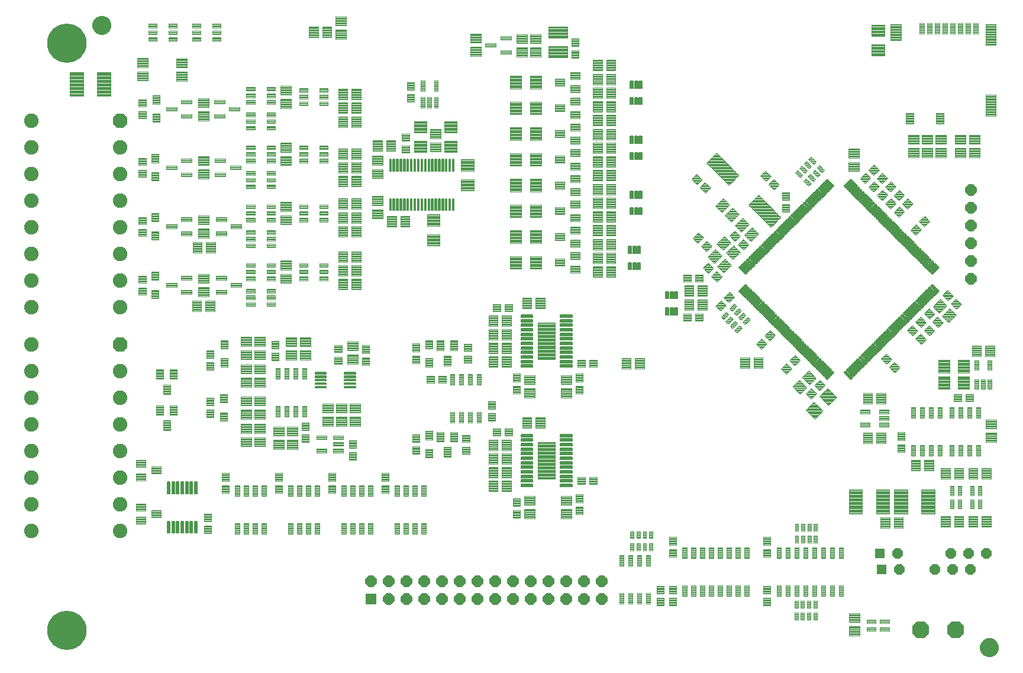
<source format=gts>
G75*
%MOIN*%
%OFA0B0*%
%FSLAX25Y25*%
%IPPOS*%
%LPD*%
%AMOC8*
5,1,8,0,0,1.08239X$1,22.5*
%
%ADD10C,0.13098*%
%ADD11OC8,0.06406*%
%ADD12R,0.06406X0.06406*%
%ADD13C,0.00494*%
%ADD14C,0.00500*%
%ADD15OC8,0.08177*%
%ADD16C,0.08177*%
%ADD17OC8,0.09555*%
%ADD18C,0.00493*%
%ADD19C,0.00449*%
%ADD20C,0.00600*%
%ADD21C,0.00444*%
%ADD22C,0.00486*%
%ADD23C,0.00551*%
%ADD24C,0.00400*%
%ADD25C,0.00487*%
%ADD26C,0.00408*%
%ADD27C,0.00399*%
%ADD28R,0.05815X0.05815*%
%ADD29OC8,0.05815*%
%ADD30C,0.00545*%
%ADD31C,0.00419*%
%ADD32C,0.00488*%
%ADD33C,0.00435*%
%ADD34C,0.00435*%
%ADD35C,0.00525*%
%ADD36C,0.00616*%
%ADD37C,0.22154*%
D10*
X0137995Y0087673D03*
X0137995Y0418382D03*
D11*
X0309333Y0115232D03*
X0319333Y0115232D03*
X0329333Y0115232D03*
X0339333Y0115232D03*
X0349333Y0115232D03*
X0359333Y0115232D03*
X0369333Y0115232D03*
X0379333Y0115232D03*
X0389333Y0115232D03*
X0399333Y0115232D03*
X0409333Y0115232D03*
X0419333Y0115232D03*
X0429333Y0115232D03*
X0439333Y0115232D03*
X0439333Y0105232D03*
X0429333Y0105232D03*
X0419333Y0105232D03*
X0409333Y0105232D03*
X0399333Y0105232D03*
X0389333Y0105232D03*
X0379333Y0105232D03*
X0369333Y0105232D03*
X0359333Y0105232D03*
X0349333Y0105232D03*
X0339333Y0105232D03*
X0329333Y0105232D03*
X0319333Y0105232D03*
X0647438Y0285520D03*
X0647438Y0295520D03*
X0647438Y0305520D03*
X0647438Y0315520D03*
X0647438Y0325520D03*
X0647438Y0335520D03*
D12*
X0309333Y0105232D03*
D13*
X0455386Y0132702D02*
X0457360Y0132702D01*
X0455386Y0132702D02*
X0455386Y0136644D01*
X0457360Y0136644D01*
X0457360Y0132702D01*
X0457360Y0133195D02*
X0455386Y0133195D01*
X0455386Y0133688D02*
X0457360Y0133688D01*
X0457360Y0134181D02*
X0455386Y0134181D01*
X0455386Y0134674D02*
X0457360Y0134674D01*
X0457360Y0135167D02*
X0455386Y0135167D01*
X0455386Y0135660D02*
X0457360Y0135660D01*
X0457360Y0136153D02*
X0455386Y0136153D01*
X0458929Y0132702D02*
X0460903Y0132702D01*
X0458929Y0132702D02*
X0458929Y0136644D01*
X0460903Y0136644D01*
X0460903Y0132702D01*
X0460903Y0133195D02*
X0458929Y0133195D01*
X0458929Y0133688D02*
X0460903Y0133688D01*
X0460903Y0134181D02*
X0458929Y0134181D01*
X0458929Y0134674D02*
X0460903Y0134674D01*
X0460903Y0135167D02*
X0458929Y0135167D01*
X0458929Y0135660D02*
X0460903Y0135660D01*
X0460903Y0136153D02*
X0458929Y0136153D01*
X0462472Y0132702D02*
X0464446Y0132702D01*
X0462472Y0132702D02*
X0462472Y0136644D01*
X0464446Y0136644D01*
X0464446Y0132702D01*
X0464446Y0133195D02*
X0462472Y0133195D01*
X0462472Y0133688D02*
X0464446Y0133688D01*
X0464446Y0134181D02*
X0462472Y0134181D01*
X0462472Y0134674D02*
X0464446Y0134674D01*
X0464446Y0135167D02*
X0462472Y0135167D01*
X0462472Y0135660D02*
X0464446Y0135660D01*
X0464446Y0136153D02*
X0462472Y0136153D01*
X0466016Y0132702D02*
X0467990Y0132702D01*
X0466016Y0132702D02*
X0466016Y0136644D01*
X0467990Y0136644D01*
X0467990Y0132702D01*
X0467990Y0133195D02*
X0466016Y0133195D01*
X0466016Y0133688D02*
X0467990Y0133688D01*
X0467990Y0134181D02*
X0466016Y0134181D01*
X0466016Y0134674D02*
X0467990Y0134674D01*
X0467990Y0135167D02*
X0466016Y0135167D01*
X0466016Y0135660D02*
X0467990Y0135660D01*
X0467990Y0136153D02*
X0466016Y0136153D01*
X0466016Y0139395D02*
X0467990Y0139395D01*
X0466016Y0139395D02*
X0466016Y0143337D01*
X0467990Y0143337D01*
X0467990Y0139395D01*
X0467990Y0139888D02*
X0466016Y0139888D01*
X0466016Y0140381D02*
X0467990Y0140381D01*
X0467990Y0140874D02*
X0466016Y0140874D01*
X0466016Y0141367D02*
X0467990Y0141367D01*
X0467990Y0141860D02*
X0466016Y0141860D01*
X0466016Y0142353D02*
X0467990Y0142353D01*
X0467990Y0142846D02*
X0466016Y0142846D01*
X0464446Y0139395D02*
X0462472Y0139395D01*
X0462472Y0143337D01*
X0464446Y0143337D01*
X0464446Y0139395D01*
X0464446Y0139888D02*
X0462472Y0139888D01*
X0462472Y0140381D02*
X0464446Y0140381D01*
X0464446Y0140874D02*
X0462472Y0140874D01*
X0462472Y0141367D02*
X0464446Y0141367D01*
X0464446Y0141860D02*
X0462472Y0141860D01*
X0462472Y0142353D02*
X0464446Y0142353D01*
X0464446Y0142846D02*
X0462472Y0142846D01*
X0460903Y0139395D02*
X0458929Y0139395D01*
X0458929Y0143337D01*
X0460903Y0143337D01*
X0460903Y0139395D01*
X0460903Y0139888D02*
X0458929Y0139888D01*
X0458929Y0140381D02*
X0460903Y0140381D01*
X0460903Y0140874D02*
X0458929Y0140874D01*
X0458929Y0141367D02*
X0460903Y0141367D01*
X0460903Y0141860D02*
X0458929Y0141860D01*
X0458929Y0142353D02*
X0460903Y0142353D01*
X0460903Y0142846D02*
X0458929Y0142846D01*
X0457360Y0139395D02*
X0455386Y0139395D01*
X0455386Y0143337D01*
X0457360Y0143337D01*
X0457360Y0139395D01*
X0457360Y0139888D02*
X0455386Y0139888D01*
X0455386Y0140381D02*
X0457360Y0140381D01*
X0457360Y0140874D02*
X0455386Y0140874D01*
X0455386Y0141367D02*
X0457360Y0141367D01*
X0457360Y0141860D02*
X0455386Y0141860D01*
X0455386Y0142353D02*
X0457360Y0142353D01*
X0457360Y0142846D02*
X0455386Y0142846D01*
X0548136Y0143645D02*
X0550110Y0143645D01*
X0548136Y0143645D02*
X0548136Y0147587D01*
X0550110Y0147587D01*
X0550110Y0143645D01*
X0550110Y0144138D02*
X0548136Y0144138D01*
X0548136Y0144631D02*
X0550110Y0144631D01*
X0550110Y0145124D02*
X0548136Y0145124D01*
X0548136Y0145617D02*
X0550110Y0145617D01*
X0550110Y0146110D02*
X0548136Y0146110D01*
X0548136Y0146603D02*
X0550110Y0146603D01*
X0550110Y0147096D02*
X0548136Y0147096D01*
X0551679Y0143645D02*
X0553653Y0143645D01*
X0551679Y0143645D02*
X0551679Y0147587D01*
X0553653Y0147587D01*
X0553653Y0143645D01*
X0553653Y0144138D02*
X0551679Y0144138D01*
X0551679Y0144631D02*
X0553653Y0144631D01*
X0553653Y0145124D02*
X0551679Y0145124D01*
X0551679Y0145617D02*
X0553653Y0145617D01*
X0553653Y0146110D02*
X0551679Y0146110D01*
X0551679Y0146603D02*
X0553653Y0146603D01*
X0553653Y0147096D02*
X0551679Y0147096D01*
X0555222Y0143645D02*
X0557196Y0143645D01*
X0555222Y0143645D02*
X0555222Y0147587D01*
X0557196Y0147587D01*
X0557196Y0143645D01*
X0557196Y0144138D02*
X0555222Y0144138D01*
X0555222Y0144631D02*
X0557196Y0144631D01*
X0557196Y0145124D02*
X0555222Y0145124D01*
X0555222Y0145617D02*
X0557196Y0145617D01*
X0557196Y0146110D02*
X0555222Y0146110D01*
X0555222Y0146603D02*
X0557196Y0146603D01*
X0557196Y0147096D02*
X0555222Y0147096D01*
X0558766Y0143645D02*
X0560740Y0143645D01*
X0558766Y0143645D02*
X0558766Y0147587D01*
X0560740Y0147587D01*
X0560740Y0143645D01*
X0560740Y0144138D02*
X0558766Y0144138D01*
X0558766Y0144631D02*
X0560740Y0144631D01*
X0560740Y0145124D02*
X0558766Y0145124D01*
X0558766Y0145617D02*
X0560740Y0145617D01*
X0560740Y0146110D02*
X0558766Y0146110D01*
X0558766Y0146603D02*
X0560740Y0146603D01*
X0560740Y0147096D02*
X0558766Y0147096D01*
X0558766Y0136952D02*
X0560740Y0136952D01*
X0558766Y0136952D02*
X0558766Y0140894D01*
X0560740Y0140894D01*
X0560740Y0136952D01*
X0560740Y0137445D02*
X0558766Y0137445D01*
X0558766Y0137938D02*
X0560740Y0137938D01*
X0560740Y0138431D02*
X0558766Y0138431D01*
X0558766Y0138924D02*
X0560740Y0138924D01*
X0560740Y0139417D02*
X0558766Y0139417D01*
X0558766Y0139910D02*
X0560740Y0139910D01*
X0560740Y0140403D02*
X0558766Y0140403D01*
X0557196Y0136952D02*
X0555222Y0136952D01*
X0555222Y0140894D01*
X0557196Y0140894D01*
X0557196Y0136952D01*
X0557196Y0137445D02*
X0555222Y0137445D01*
X0555222Y0137938D02*
X0557196Y0137938D01*
X0557196Y0138431D02*
X0555222Y0138431D01*
X0555222Y0138924D02*
X0557196Y0138924D01*
X0557196Y0139417D02*
X0555222Y0139417D01*
X0555222Y0139910D02*
X0557196Y0139910D01*
X0557196Y0140403D02*
X0555222Y0140403D01*
X0553653Y0136952D02*
X0551679Y0136952D01*
X0551679Y0140894D01*
X0553653Y0140894D01*
X0553653Y0136952D01*
X0553653Y0137445D02*
X0551679Y0137445D01*
X0551679Y0137938D02*
X0553653Y0137938D01*
X0553653Y0138431D02*
X0551679Y0138431D01*
X0551679Y0138924D02*
X0553653Y0138924D01*
X0553653Y0139417D02*
X0551679Y0139417D01*
X0551679Y0139910D02*
X0553653Y0139910D01*
X0553653Y0140403D02*
X0551679Y0140403D01*
X0550110Y0136952D02*
X0548136Y0136952D01*
X0548136Y0140894D01*
X0550110Y0140894D01*
X0550110Y0136952D01*
X0550110Y0137445D02*
X0548136Y0137445D01*
X0548136Y0137938D02*
X0550110Y0137938D01*
X0550110Y0138431D02*
X0548136Y0138431D01*
X0548136Y0138924D02*
X0550110Y0138924D01*
X0550110Y0139417D02*
X0548136Y0139417D01*
X0548136Y0139910D02*
X0550110Y0139910D01*
X0550110Y0140403D02*
X0548136Y0140403D01*
X0547886Y0104087D02*
X0549860Y0104087D01*
X0549860Y0100145D01*
X0547886Y0100145D01*
X0547886Y0104087D01*
X0547886Y0100638D02*
X0549860Y0100638D01*
X0549860Y0101131D02*
X0547886Y0101131D01*
X0547886Y0101624D02*
X0549860Y0101624D01*
X0549860Y0102117D02*
X0547886Y0102117D01*
X0547886Y0102610D02*
X0549860Y0102610D01*
X0549860Y0103103D02*
X0547886Y0103103D01*
X0547886Y0103596D02*
X0549860Y0103596D01*
X0551429Y0104087D02*
X0553403Y0104087D01*
X0553403Y0100145D01*
X0551429Y0100145D01*
X0551429Y0104087D01*
X0551429Y0100638D02*
X0553403Y0100638D01*
X0553403Y0101131D02*
X0551429Y0101131D01*
X0551429Y0101624D02*
X0553403Y0101624D01*
X0553403Y0102117D02*
X0551429Y0102117D01*
X0551429Y0102610D02*
X0553403Y0102610D01*
X0553403Y0103103D02*
X0551429Y0103103D01*
X0551429Y0103596D02*
X0553403Y0103596D01*
X0554972Y0104087D02*
X0556946Y0104087D01*
X0556946Y0100145D01*
X0554972Y0100145D01*
X0554972Y0104087D01*
X0554972Y0100638D02*
X0556946Y0100638D01*
X0556946Y0101131D02*
X0554972Y0101131D01*
X0554972Y0101624D02*
X0556946Y0101624D01*
X0556946Y0102117D02*
X0554972Y0102117D01*
X0554972Y0102610D02*
X0556946Y0102610D01*
X0556946Y0103103D02*
X0554972Y0103103D01*
X0554972Y0103596D02*
X0556946Y0103596D01*
X0558516Y0104087D02*
X0560490Y0104087D01*
X0560490Y0100145D01*
X0558516Y0100145D01*
X0558516Y0104087D01*
X0558516Y0100638D02*
X0560490Y0100638D01*
X0560490Y0101131D02*
X0558516Y0101131D01*
X0558516Y0101624D02*
X0560490Y0101624D01*
X0560490Y0102117D02*
X0558516Y0102117D01*
X0558516Y0102610D02*
X0560490Y0102610D01*
X0560490Y0103103D02*
X0558516Y0103103D01*
X0558516Y0103596D02*
X0560490Y0103596D01*
X0560490Y0097394D02*
X0558516Y0097394D01*
X0560490Y0097394D02*
X0560490Y0093452D01*
X0558516Y0093452D01*
X0558516Y0097394D01*
X0558516Y0093945D02*
X0560490Y0093945D01*
X0560490Y0094438D02*
X0558516Y0094438D01*
X0558516Y0094931D02*
X0560490Y0094931D01*
X0560490Y0095424D02*
X0558516Y0095424D01*
X0558516Y0095917D02*
X0560490Y0095917D01*
X0560490Y0096410D02*
X0558516Y0096410D01*
X0558516Y0096903D02*
X0560490Y0096903D01*
X0556946Y0097394D02*
X0554972Y0097394D01*
X0556946Y0097394D02*
X0556946Y0093452D01*
X0554972Y0093452D01*
X0554972Y0097394D01*
X0554972Y0093945D02*
X0556946Y0093945D01*
X0556946Y0094438D02*
X0554972Y0094438D01*
X0554972Y0094931D02*
X0556946Y0094931D01*
X0556946Y0095424D02*
X0554972Y0095424D01*
X0554972Y0095917D02*
X0556946Y0095917D01*
X0556946Y0096410D02*
X0554972Y0096410D01*
X0554972Y0096903D02*
X0556946Y0096903D01*
X0553403Y0097394D02*
X0551429Y0097394D01*
X0553403Y0097394D02*
X0553403Y0093452D01*
X0551429Y0093452D01*
X0551429Y0097394D01*
X0551429Y0093945D02*
X0553403Y0093945D01*
X0553403Y0094438D02*
X0551429Y0094438D01*
X0551429Y0094931D02*
X0553403Y0094931D01*
X0553403Y0095424D02*
X0551429Y0095424D01*
X0551429Y0095917D02*
X0553403Y0095917D01*
X0553403Y0096410D02*
X0551429Y0096410D01*
X0551429Y0096903D02*
X0553403Y0096903D01*
X0549860Y0097394D02*
X0547886Y0097394D01*
X0549860Y0097394D02*
X0549860Y0093452D01*
X0547886Y0093452D01*
X0547886Y0097394D01*
X0547886Y0093945D02*
X0549860Y0093945D01*
X0549860Y0094438D02*
X0547886Y0094438D01*
X0547886Y0094931D02*
X0549860Y0094931D01*
X0549860Y0095424D02*
X0547886Y0095424D01*
X0547886Y0095917D02*
X0549860Y0095917D01*
X0549860Y0096410D02*
X0547886Y0096410D01*
X0547886Y0096903D02*
X0549860Y0096903D01*
X0588636Y0091698D02*
X0593760Y0091698D01*
X0588636Y0091698D02*
X0588636Y0093672D01*
X0593760Y0093672D01*
X0593760Y0091698D01*
X0593760Y0092191D02*
X0588636Y0092191D01*
X0588636Y0092684D02*
X0593760Y0092684D01*
X0593760Y0093177D02*
X0588636Y0093177D01*
X0588636Y0093670D02*
X0593760Y0093670D01*
X0596116Y0091698D02*
X0601240Y0091698D01*
X0596116Y0091698D02*
X0596116Y0093672D01*
X0601240Y0093672D01*
X0601240Y0091698D01*
X0601240Y0092191D02*
X0596116Y0092191D01*
X0596116Y0092684D02*
X0601240Y0092684D01*
X0601240Y0093177D02*
X0596116Y0093177D01*
X0596116Y0093670D02*
X0601240Y0093670D01*
X0601240Y0087367D02*
X0596116Y0087367D01*
X0596116Y0089341D01*
X0601240Y0089341D01*
X0601240Y0087367D01*
X0601240Y0087860D02*
X0596116Y0087860D01*
X0596116Y0088353D02*
X0601240Y0088353D01*
X0601240Y0088846D02*
X0596116Y0088846D01*
X0596116Y0089339D02*
X0601240Y0089339D01*
X0593760Y0087367D02*
X0588636Y0087367D01*
X0588636Y0089341D01*
X0593760Y0089341D01*
X0593760Y0087367D01*
X0593760Y0087860D02*
X0588636Y0087860D01*
X0588636Y0088353D02*
X0593760Y0088353D01*
X0593760Y0088846D02*
X0588636Y0088846D01*
X0588636Y0089339D02*
X0593760Y0089339D01*
X0637759Y0156218D02*
X0637759Y0161342D01*
X0637759Y0156218D02*
X0635785Y0156218D01*
X0635785Y0161342D01*
X0637759Y0161342D01*
X0637759Y0156711D02*
X0635785Y0156711D01*
X0635785Y0157204D02*
X0637759Y0157204D01*
X0637759Y0157697D02*
X0635785Y0157697D01*
X0635785Y0158190D02*
X0637759Y0158190D01*
X0637759Y0158683D02*
X0635785Y0158683D01*
X0635785Y0159176D02*
X0637759Y0159176D01*
X0637759Y0159669D02*
X0635785Y0159669D01*
X0635785Y0160162D02*
X0637759Y0160162D01*
X0637759Y0160655D02*
X0635785Y0160655D01*
X0635785Y0161148D02*
X0637759Y0161148D01*
X0642090Y0161342D02*
X0642090Y0156218D01*
X0640116Y0156218D01*
X0640116Y0161342D01*
X0642090Y0161342D01*
X0642090Y0156711D02*
X0640116Y0156711D01*
X0640116Y0157204D02*
X0642090Y0157204D01*
X0642090Y0157697D02*
X0640116Y0157697D01*
X0640116Y0158190D02*
X0642090Y0158190D01*
X0642090Y0158683D02*
X0640116Y0158683D01*
X0640116Y0159176D02*
X0642090Y0159176D01*
X0642090Y0159669D02*
X0640116Y0159669D01*
X0640116Y0160162D02*
X0642090Y0160162D01*
X0642090Y0160655D02*
X0640116Y0160655D01*
X0640116Y0161148D02*
X0642090Y0161148D01*
X0642090Y0163698D02*
X0642090Y0168822D01*
X0642090Y0163698D02*
X0640116Y0163698D01*
X0640116Y0168822D01*
X0642090Y0168822D01*
X0642090Y0164191D02*
X0640116Y0164191D01*
X0640116Y0164684D02*
X0642090Y0164684D01*
X0642090Y0165177D02*
X0640116Y0165177D01*
X0640116Y0165670D02*
X0642090Y0165670D01*
X0642090Y0166163D02*
X0640116Y0166163D01*
X0640116Y0166656D02*
X0642090Y0166656D01*
X0642090Y0167149D02*
X0640116Y0167149D01*
X0640116Y0167642D02*
X0642090Y0167642D01*
X0642090Y0168135D02*
X0640116Y0168135D01*
X0640116Y0168628D02*
X0642090Y0168628D01*
X0637759Y0168822D02*
X0637759Y0163698D01*
X0635785Y0163698D01*
X0635785Y0168822D01*
X0637759Y0168822D01*
X0637759Y0164191D02*
X0635785Y0164191D01*
X0635785Y0164684D02*
X0637759Y0164684D01*
X0637759Y0165177D02*
X0635785Y0165177D01*
X0635785Y0165670D02*
X0637759Y0165670D01*
X0637759Y0166163D02*
X0635785Y0166163D01*
X0635785Y0166656D02*
X0637759Y0166656D01*
X0637759Y0167149D02*
X0635785Y0167149D01*
X0635785Y0167642D02*
X0637759Y0167642D01*
X0637759Y0168135D02*
X0635785Y0168135D01*
X0635785Y0168628D02*
X0637759Y0168628D01*
X0649009Y0168822D02*
X0649009Y0163698D01*
X0647035Y0163698D01*
X0647035Y0168822D01*
X0649009Y0168822D01*
X0649009Y0164191D02*
X0647035Y0164191D01*
X0647035Y0164684D02*
X0649009Y0164684D01*
X0649009Y0165177D02*
X0647035Y0165177D01*
X0647035Y0165670D02*
X0649009Y0165670D01*
X0649009Y0166163D02*
X0647035Y0166163D01*
X0647035Y0166656D02*
X0649009Y0166656D01*
X0649009Y0167149D02*
X0647035Y0167149D01*
X0647035Y0167642D02*
X0649009Y0167642D01*
X0649009Y0168135D02*
X0647035Y0168135D01*
X0647035Y0168628D02*
X0649009Y0168628D01*
X0653340Y0168822D02*
X0653340Y0163698D01*
X0651366Y0163698D01*
X0651366Y0168822D01*
X0653340Y0168822D01*
X0653340Y0164191D02*
X0651366Y0164191D01*
X0651366Y0164684D02*
X0653340Y0164684D01*
X0653340Y0165177D02*
X0651366Y0165177D01*
X0651366Y0165670D02*
X0653340Y0165670D01*
X0653340Y0166163D02*
X0651366Y0166163D01*
X0651366Y0166656D02*
X0653340Y0166656D01*
X0653340Y0167149D02*
X0651366Y0167149D01*
X0651366Y0167642D02*
X0653340Y0167642D01*
X0653340Y0168135D02*
X0651366Y0168135D01*
X0651366Y0168628D02*
X0653340Y0168628D01*
X0653340Y0161342D02*
X0653340Y0156218D01*
X0651366Y0156218D01*
X0651366Y0161342D01*
X0653340Y0161342D01*
X0653340Y0156711D02*
X0651366Y0156711D01*
X0651366Y0157204D02*
X0653340Y0157204D01*
X0653340Y0157697D02*
X0651366Y0157697D01*
X0651366Y0158190D02*
X0653340Y0158190D01*
X0653340Y0158683D02*
X0651366Y0158683D01*
X0651366Y0159176D02*
X0653340Y0159176D01*
X0653340Y0159669D02*
X0651366Y0159669D01*
X0651366Y0160162D02*
X0653340Y0160162D01*
X0653340Y0160655D02*
X0651366Y0160655D01*
X0651366Y0161148D02*
X0653340Y0161148D01*
X0649009Y0161342D02*
X0649009Y0156218D01*
X0647035Y0156218D01*
X0647035Y0161342D01*
X0649009Y0161342D01*
X0649009Y0156711D02*
X0647035Y0156711D01*
X0647035Y0157204D02*
X0649009Y0157204D01*
X0649009Y0157697D02*
X0647035Y0157697D01*
X0647035Y0158190D02*
X0649009Y0158190D01*
X0649009Y0158683D02*
X0647035Y0158683D01*
X0647035Y0159176D02*
X0649009Y0159176D01*
X0649009Y0159669D02*
X0647035Y0159669D01*
X0647035Y0160162D02*
X0649009Y0160162D01*
X0649009Y0160655D02*
X0647035Y0160655D01*
X0647035Y0161148D02*
X0649009Y0161148D01*
X0515385Y0255054D02*
X0513989Y0256450D01*
X0516775Y0259236D01*
X0518171Y0257840D01*
X0515385Y0255054D01*
X0515878Y0255547D02*
X0514892Y0255547D01*
X0514399Y0256040D02*
X0516371Y0256040D01*
X0516864Y0256533D02*
X0514072Y0256533D01*
X0514565Y0257026D02*
X0517357Y0257026D01*
X0517850Y0257519D02*
X0515058Y0257519D01*
X0515551Y0258012D02*
X0517999Y0258012D01*
X0517506Y0258505D02*
X0516044Y0258505D01*
X0516537Y0258998D02*
X0517013Y0258998D01*
X0512879Y0257560D02*
X0511483Y0258956D01*
X0514269Y0261742D01*
X0515665Y0260346D01*
X0512879Y0257560D01*
X0513372Y0258053D02*
X0512386Y0258053D01*
X0511893Y0258546D02*
X0513865Y0258546D01*
X0514358Y0259039D02*
X0511566Y0259039D01*
X0512059Y0259532D02*
X0514851Y0259532D01*
X0515344Y0260025D02*
X0512552Y0260025D01*
X0513045Y0260518D02*
X0515493Y0260518D01*
X0515000Y0261011D02*
X0513538Y0261011D01*
X0514031Y0261504D02*
X0514507Y0261504D01*
X0510374Y0260065D02*
X0508978Y0261461D01*
X0511764Y0264247D01*
X0513160Y0262851D01*
X0510374Y0260065D01*
X0510867Y0260558D02*
X0509881Y0260558D01*
X0509388Y0261051D02*
X0511360Y0261051D01*
X0511853Y0261544D02*
X0509061Y0261544D01*
X0509554Y0262037D02*
X0512346Y0262037D01*
X0512839Y0262530D02*
X0510047Y0262530D01*
X0510540Y0263023D02*
X0512988Y0263023D01*
X0512495Y0263516D02*
X0511033Y0263516D01*
X0511526Y0264009D02*
X0512002Y0264009D01*
X0507868Y0262571D02*
X0506472Y0263967D01*
X0509258Y0266753D01*
X0510654Y0265357D01*
X0507868Y0262571D01*
X0508361Y0263064D02*
X0507375Y0263064D01*
X0506882Y0263557D02*
X0508854Y0263557D01*
X0509347Y0264050D02*
X0506555Y0264050D01*
X0507048Y0264543D02*
X0509840Y0264543D01*
X0510333Y0265036D02*
X0507541Y0265036D01*
X0508034Y0265529D02*
X0510482Y0265529D01*
X0509989Y0266022D02*
X0508527Y0266022D01*
X0509020Y0266515D02*
X0509496Y0266515D01*
X0511205Y0268699D02*
X0512601Y0267303D01*
X0511205Y0268699D02*
X0513991Y0271485D01*
X0515387Y0270089D01*
X0512601Y0267303D01*
X0513094Y0267796D02*
X0512108Y0267796D01*
X0511615Y0268289D02*
X0513587Y0268289D01*
X0514080Y0268782D02*
X0511288Y0268782D01*
X0511781Y0269275D02*
X0514573Y0269275D01*
X0515066Y0269768D02*
X0512274Y0269768D01*
X0512767Y0270261D02*
X0515215Y0270261D01*
X0514722Y0270754D02*
X0513260Y0270754D01*
X0513753Y0271247D02*
X0514229Y0271247D01*
X0513710Y0266194D02*
X0515106Y0264798D01*
X0513710Y0266194D02*
X0516496Y0268980D01*
X0517892Y0267584D01*
X0515106Y0264798D01*
X0515599Y0265291D02*
X0514613Y0265291D01*
X0514120Y0265784D02*
X0516092Y0265784D01*
X0516585Y0266277D02*
X0513793Y0266277D01*
X0514286Y0266770D02*
X0517078Y0266770D01*
X0517571Y0267263D02*
X0514779Y0267263D01*
X0515272Y0267756D02*
X0517720Y0267756D01*
X0517227Y0268249D02*
X0515765Y0268249D01*
X0516258Y0268742D02*
X0516734Y0268742D01*
X0516216Y0263688D02*
X0517612Y0262292D01*
X0516216Y0263688D02*
X0519002Y0266474D01*
X0520398Y0265078D01*
X0517612Y0262292D01*
X0518105Y0262785D02*
X0517119Y0262785D01*
X0516626Y0263278D02*
X0518598Y0263278D01*
X0519091Y0263771D02*
X0516299Y0263771D01*
X0516792Y0264264D02*
X0519584Y0264264D01*
X0520077Y0264757D02*
X0517285Y0264757D01*
X0517778Y0265250D02*
X0520226Y0265250D01*
X0519733Y0265743D02*
X0518271Y0265743D01*
X0518764Y0266236D02*
X0519240Y0266236D01*
X0518721Y0261183D02*
X0520117Y0259787D01*
X0518721Y0261183D02*
X0521507Y0263969D01*
X0522903Y0262573D01*
X0520117Y0259787D01*
X0520610Y0260280D02*
X0519624Y0260280D01*
X0519131Y0260773D02*
X0521103Y0260773D01*
X0521596Y0261266D02*
X0518804Y0261266D01*
X0519297Y0261759D02*
X0522089Y0261759D01*
X0522582Y0262252D02*
X0519790Y0262252D01*
X0520283Y0262745D02*
X0522731Y0262745D01*
X0522238Y0263238D02*
X0520776Y0263238D01*
X0521269Y0263731D02*
X0521745Y0263731D01*
X0552955Y0340590D02*
X0554351Y0341986D01*
X0557137Y0339200D01*
X0555741Y0337804D01*
X0552955Y0340590D01*
X0555248Y0338297D02*
X0556234Y0338297D01*
X0556727Y0338790D02*
X0554755Y0338790D01*
X0554262Y0339283D02*
X0557054Y0339283D01*
X0556561Y0339776D02*
X0553769Y0339776D01*
X0553276Y0340269D02*
X0556068Y0340269D01*
X0555575Y0340762D02*
X0553127Y0340762D01*
X0553620Y0341255D02*
X0555082Y0341255D01*
X0554589Y0341748D02*
X0554113Y0341748D01*
X0555460Y0343096D02*
X0556856Y0344492D01*
X0559642Y0341706D01*
X0558246Y0340310D01*
X0555460Y0343096D01*
X0557753Y0340803D02*
X0558739Y0340803D01*
X0559232Y0341296D02*
X0557260Y0341296D01*
X0556767Y0341789D02*
X0559559Y0341789D01*
X0559066Y0342282D02*
X0556274Y0342282D01*
X0555781Y0342775D02*
X0558573Y0342775D01*
X0558080Y0343268D02*
X0555632Y0343268D01*
X0556125Y0343761D02*
X0557587Y0343761D01*
X0557094Y0344254D02*
X0556618Y0344254D01*
X0557966Y0345601D02*
X0559362Y0346997D01*
X0562148Y0344211D01*
X0560752Y0342815D01*
X0557966Y0345601D01*
X0560259Y0343308D02*
X0561245Y0343308D01*
X0561738Y0343801D02*
X0559766Y0343801D01*
X0559273Y0344294D02*
X0562065Y0344294D01*
X0561572Y0344787D02*
X0558780Y0344787D01*
X0558287Y0345280D02*
X0561079Y0345280D01*
X0560586Y0345773D02*
X0558138Y0345773D01*
X0558631Y0346266D02*
X0560093Y0346266D01*
X0559600Y0346759D02*
X0559124Y0346759D01*
X0560471Y0348107D02*
X0561867Y0349503D01*
X0564653Y0346717D01*
X0563257Y0345321D01*
X0560471Y0348107D01*
X0562764Y0345814D02*
X0563750Y0345814D01*
X0564243Y0346307D02*
X0562271Y0346307D01*
X0561778Y0346800D02*
X0564570Y0346800D01*
X0564077Y0347293D02*
X0561285Y0347293D01*
X0560792Y0347786D02*
X0563584Y0347786D01*
X0563091Y0348279D02*
X0560643Y0348279D01*
X0561136Y0348772D02*
X0562598Y0348772D01*
X0562105Y0349265D02*
X0561629Y0349265D01*
X0557135Y0354235D02*
X0555739Y0352839D01*
X0557135Y0354235D02*
X0559921Y0351449D01*
X0558525Y0350053D01*
X0555739Y0352839D01*
X0558032Y0350546D02*
X0559018Y0350546D01*
X0559511Y0351039D02*
X0557539Y0351039D01*
X0557046Y0351532D02*
X0559838Y0351532D01*
X0559345Y0352025D02*
X0556553Y0352025D01*
X0556060Y0352518D02*
X0558852Y0352518D01*
X0558359Y0353011D02*
X0555911Y0353011D01*
X0556404Y0353504D02*
X0557866Y0353504D01*
X0557373Y0353997D02*
X0556897Y0353997D01*
X0554629Y0351730D02*
X0553233Y0350334D01*
X0554629Y0351730D02*
X0557415Y0348944D01*
X0556019Y0347548D01*
X0553233Y0350334D01*
X0555526Y0348041D02*
X0556512Y0348041D01*
X0557005Y0348534D02*
X0555033Y0348534D01*
X0554540Y0349027D02*
X0557332Y0349027D01*
X0556839Y0349520D02*
X0554047Y0349520D01*
X0553554Y0350013D02*
X0556346Y0350013D01*
X0555853Y0350506D02*
X0553405Y0350506D01*
X0553898Y0350999D02*
X0555360Y0350999D01*
X0554867Y0351492D02*
X0554391Y0351492D01*
X0552124Y0349224D02*
X0550728Y0347828D01*
X0552124Y0349224D02*
X0554910Y0346438D01*
X0553514Y0345042D01*
X0550728Y0347828D01*
X0553021Y0345535D02*
X0554007Y0345535D01*
X0554500Y0346028D02*
X0552528Y0346028D01*
X0552035Y0346521D02*
X0554827Y0346521D01*
X0554334Y0347014D02*
X0551542Y0347014D01*
X0551049Y0347507D02*
X0553841Y0347507D01*
X0553348Y0348000D02*
X0550900Y0348000D01*
X0551393Y0348493D02*
X0552855Y0348493D01*
X0552362Y0348986D02*
X0551886Y0348986D01*
X0549618Y0346719D02*
X0548222Y0345323D01*
X0549618Y0346719D02*
X0552404Y0343933D01*
X0551008Y0342537D01*
X0548222Y0345323D01*
X0550515Y0343030D02*
X0551501Y0343030D01*
X0551994Y0343523D02*
X0550022Y0343523D01*
X0549529Y0344016D02*
X0552321Y0344016D01*
X0551828Y0344509D02*
X0549036Y0344509D01*
X0548543Y0345002D02*
X0551335Y0345002D01*
X0550842Y0345495D02*
X0548394Y0345495D01*
X0548887Y0345988D02*
X0550349Y0345988D01*
X0549856Y0346481D02*
X0549380Y0346481D01*
D14*
X0655970Y0082529D02*
X0656812Y0082755D01*
X0657680Y0082831D01*
X0658548Y0082755D01*
X0659390Y0082529D01*
X0660180Y0082161D01*
X0660894Y0081661D01*
X0661510Y0081045D01*
X0662010Y0080331D01*
X0662378Y0079541D01*
X0662604Y0078699D01*
X0662680Y0077831D01*
X0662604Y0076962D01*
X0662378Y0076121D01*
X0662010Y0075331D01*
X0661510Y0074617D01*
X0660894Y0074000D01*
X0660180Y0073501D01*
X0659390Y0073132D01*
X0658548Y0072907D01*
X0657680Y0072831D01*
X0656812Y0072907D01*
X0655970Y0073132D01*
X0655180Y0073501D01*
X0654466Y0074000D01*
X0653850Y0074617D01*
X0653350Y0075331D01*
X0652981Y0076121D01*
X0652756Y0076962D01*
X0652680Y0077831D01*
X0652756Y0078699D01*
X0652981Y0079541D01*
X0653350Y0080331D01*
X0653850Y0081045D01*
X0654466Y0081661D01*
X0655180Y0082161D01*
X0655970Y0082529D01*
X0655844Y0082471D02*
X0659516Y0082471D01*
X0660449Y0081972D02*
X0654910Y0081972D01*
X0654278Y0081474D02*
X0661081Y0081474D01*
X0661559Y0080975D02*
X0653801Y0080975D01*
X0653452Y0080477D02*
X0661908Y0080477D01*
X0662174Y0079978D02*
X0653185Y0079978D01*
X0652965Y0079479D02*
X0662395Y0079479D01*
X0662528Y0078981D02*
X0652831Y0078981D01*
X0652737Y0078482D02*
X0662623Y0078482D01*
X0662666Y0077984D02*
X0652693Y0077984D01*
X0652710Y0077485D02*
X0662650Y0077485D01*
X0662606Y0076987D02*
X0652754Y0076987D01*
X0652883Y0076488D02*
X0662477Y0076488D01*
X0662317Y0075990D02*
X0653042Y0075990D01*
X0653275Y0075491D02*
X0662085Y0075491D01*
X0661773Y0074993D02*
X0653586Y0074993D01*
X0653972Y0074494D02*
X0661388Y0074494D01*
X0660887Y0073996D02*
X0654472Y0073996D01*
X0655187Y0073497D02*
X0660173Y0073497D01*
X0658892Y0072999D02*
X0656468Y0072999D01*
X0161510Y0425010D02*
X0160894Y0424394D01*
X0160180Y0423894D01*
X0159390Y0423526D01*
X0158548Y0423300D01*
X0157680Y0423224D01*
X0156812Y0423300D01*
X0155970Y0423526D01*
X0155180Y0423894D01*
X0154466Y0424394D01*
X0153850Y0425010D01*
X0153350Y0425724D01*
X0152981Y0426514D01*
X0152756Y0427356D01*
X0152680Y0428224D01*
X0152756Y0429093D01*
X0152981Y0429935D01*
X0153350Y0430724D01*
X0153850Y0431438D01*
X0154466Y0432055D01*
X0155180Y0432555D01*
X0155970Y0432923D01*
X0156812Y0433148D01*
X0157680Y0433224D01*
X0158548Y0433148D01*
X0159390Y0432923D01*
X0160180Y0432555D01*
X0160894Y0432055D01*
X0161510Y0431438D01*
X0162010Y0430724D01*
X0162378Y0429935D01*
X0162604Y0429093D01*
X0162680Y0428224D01*
X0162604Y0427356D01*
X0162378Y0426514D01*
X0162010Y0425724D01*
X0161510Y0425010D01*
X0161447Y0424948D02*
X0153912Y0424948D01*
X0153544Y0425446D02*
X0161815Y0425446D01*
X0162113Y0425945D02*
X0153247Y0425945D01*
X0153014Y0426443D02*
X0162345Y0426443D01*
X0162493Y0426942D02*
X0152867Y0426942D01*
X0152748Y0427440D02*
X0162611Y0427440D01*
X0162655Y0427939D02*
X0152705Y0427939D01*
X0152698Y0428437D02*
X0162661Y0428437D01*
X0162618Y0428936D02*
X0152742Y0428936D01*
X0152847Y0429434D02*
X0162512Y0429434D01*
X0162379Y0429933D02*
X0152981Y0429933D01*
X0153213Y0430431D02*
X0162147Y0430431D01*
X0161866Y0430930D02*
X0153494Y0430930D01*
X0153843Y0431428D02*
X0161517Y0431428D01*
X0161021Y0431927D02*
X0154338Y0431927D01*
X0154995Y0432426D02*
X0160364Y0432426D01*
X0159386Y0432924D02*
X0155974Y0432924D01*
X0154411Y0424449D02*
X0160949Y0424449D01*
X0160261Y0423951D02*
X0155099Y0423951D01*
X0156245Y0423452D02*
X0159115Y0423452D01*
D15*
X0168113Y0374425D03*
X0168113Y0248441D03*
D16*
X0168113Y0233441D03*
X0168113Y0218441D03*
X0168113Y0203441D03*
X0168113Y0188441D03*
X0168113Y0173441D03*
X0168113Y0158441D03*
X0168113Y0143441D03*
X0118113Y0143441D03*
X0118113Y0158441D03*
X0118113Y0173441D03*
X0118113Y0188441D03*
X0118113Y0203441D03*
X0118113Y0218441D03*
X0118113Y0233441D03*
X0118113Y0248441D03*
X0118113Y0269425D03*
X0118113Y0284425D03*
X0118113Y0299425D03*
X0118113Y0314425D03*
X0118113Y0329425D03*
X0118113Y0344425D03*
X0118113Y0359425D03*
X0118113Y0374425D03*
X0168113Y0359425D03*
X0168113Y0344425D03*
X0168113Y0329425D03*
X0168113Y0314425D03*
X0168113Y0299425D03*
X0168113Y0284425D03*
X0168113Y0269425D03*
D17*
X0618845Y0088020D03*
X0638530Y0088020D03*
D18*
X0575392Y0106866D02*
X0575392Y0112974D01*
X0575392Y0106866D02*
X0572984Y0106866D01*
X0572984Y0112974D01*
X0575392Y0112974D01*
X0575392Y0107358D02*
X0572984Y0107358D01*
X0572984Y0107850D02*
X0575392Y0107850D01*
X0575392Y0108342D02*
X0572984Y0108342D01*
X0572984Y0108834D02*
X0575392Y0108834D01*
X0575392Y0109326D02*
X0572984Y0109326D01*
X0572984Y0109818D02*
X0575392Y0109818D01*
X0575392Y0110310D02*
X0572984Y0110310D01*
X0572984Y0110802D02*
X0575392Y0110802D01*
X0575392Y0111294D02*
X0572984Y0111294D01*
X0572984Y0111786D02*
X0575392Y0111786D01*
X0575392Y0112278D02*
X0572984Y0112278D01*
X0572984Y0112770D02*
X0575392Y0112770D01*
X0570392Y0112974D02*
X0570392Y0106866D01*
X0567984Y0106866D01*
X0567984Y0112974D01*
X0570392Y0112974D01*
X0570392Y0107358D02*
X0567984Y0107358D01*
X0567984Y0107850D02*
X0570392Y0107850D01*
X0570392Y0108342D02*
X0567984Y0108342D01*
X0567984Y0108834D02*
X0570392Y0108834D01*
X0570392Y0109326D02*
X0567984Y0109326D01*
X0567984Y0109818D02*
X0570392Y0109818D01*
X0570392Y0110310D02*
X0567984Y0110310D01*
X0567984Y0110802D02*
X0570392Y0110802D01*
X0570392Y0111294D02*
X0567984Y0111294D01*
X0567984Y0111786D02*
X0570392Y0111786D01*
X0570392Y0112278D02*
X0567984Y0112278D01*
X0567984Y0112770D02*
X0570392Y0112770D01*
X0565392Y0112974D02*
X0565392Y0106866D01*
X0562984Y0106866D01*
X0562984Y0112974D01*
X0565392Y0112974D01*
X0565392Y0107358D02*
X0562984Y0107358D01*
X0562984Y0107850D02*
X0565392Y0107850D01*
X0565392Y0108342D02*
X0562984Y0108342D01*
X0562984Y0108834D02*
X0565392Y0108834D01*
X0565392Y0109326D02*
X0562984Y0109326D01*
X0562984Y0109818D02*
X0565392Y0109818D01*
X0565392Y0110310D02*
X0562984Y0110310D01*
X0562984Y0110802D02*
X0565392Y0110802D01*
X0565392Y0111294D02*
X0562984Y0111294D01*
X0562984Y0111786D02*
X0565392Y0111786D01*
X0565392Y0112278D02*
X0562984Y0112278D01*
X0562984Y0112770D02*
X0565392Y0112770D01*
X0560392Y0112974D02*
X0560392Y0106866D01*
X0557984Y0106866D01*
X0557984Y0112974D01*
X0560392Y0112974D01*
X0560392Y0107358D02*
X0557984Y0107358D01*
X0557984Y0107850D02*
X0560392Y0107850D01*
X0560392Y0108342D02*
X0557984Y0108342D01*
X0557984Y0108834D02*
X0560392Y0108834D01*
X0560392Y0109326D02*
X0557984Y0109326D01*
X0557984Y0109818D02*
X0560392Y0109818D01*
X0560392Y0110310D02*
X0557984Y0110310D01*
X0557984Y0110802D02*
X0560392Y0110802D01*
X0560392Y0111294D02*
X0557984Y0111294D01*
X0557984Y0111786D02*
X0560392Y0111786D01*
X0560392Y0112278D02*
X0557984Y0112278D01*
X0557984Y0112770D02*
X0560392Y0112770D01*
X0555392Y0112974D02*
X0555392Y0106866D01*
X0552984Y0106866D01*
X0552984Y0112974D01*
X0555392Y0112974D01*
X0555392Y0107358D02*
X0552984Y0107358D01*
X0552984Y0107850D02*
X0555392Y0107850D01*
X0555392Y0108342D02*
X0552984Y0108342D01*
X0552984Y0108834D02*
X0555392Y0108834D01*
X0555392Y0109326D02*
X0552984Y0109326D01*
X0552984Y0109818D02*
X0555392Y0109818D01*
X0555392Y0110310D02*
X0552984Y0110310D01*
X0552984Y0110802D02*
X0555392Y0110802D01*
X0555392Y0111294D02*
X0552984Y0111294D01*
X0552984Y0111786D02*
X0555392Y0111786D01*
X0555392Y0112278D02*
X0552984Y0112278D01*
X0552984Y0112770D02*
X0555392Y0112770D01*
X0550392Y0112974D02*
X0550392Y0106866D01*
X0547984Y0106866D01*
X0547984Y0112974D01*
X0550392Y0112974D01*
X0550392Y0107358D02*
X0547984Y0107358D01*
X0547984Y0107850D02*
X0550392Y0107850D01*
X0550392Y0108342D02*
X0547984Y0108342D01*
X0547984Y0108834D02*
X0550392Y0108834D01*
X0550392Y0109326D02*
X0547984Y0109326D01*
X0547984Y0109818D02*
X0550392Y0109818D01*
X0550392Y0110310D02*
X0547984Y0110310D01*
X0547984Y0110802D02*
X0550392Y0110802D01*
X0550392Y0111294D02*
X0547984Y0111294D01*
X0547984Y0111786D02*
X0550392Y0111786D01*
X0550392Y0112278D02*
X0547984Y0112278D01*
X0547984Y0112770D02*
X0550392Y0112770D01*
X0545392Y0112974D02*
X0545392Y0106866D01*
X0542984Y0106866D01*
X0542984Y0112974D01*
X0545392Y0112974D01*
X0545392Y0107358D02*
X0542984Y0107358D01*
X0542984Y0107850D02*
X0545392Y0107850D01*
X0545392Y0108342D02*
X0542984Y0108342D01*
X0542984Y0108834D02*
X0545392Y0108834D01*
X0545392Y0109326D02*
X0542984Y0109326D01*
X0542984Y0109818D02*
X0545392Y0109818D01*
X0545392Y0110310D02*
X0542984Y0110310D01*
X0542984Y0110802D02*
X0545392Y0110802D01*
X0545392Y0111294D02*
X0542984Y0111294D01*
X0542984Y0111786D02*
X0545392Y0111786D01*
X0545392Y0112278D02*
X0542984Y0112278D01*
X0542984Y0112770D02*
X0545392Y0112770D01*
X0540392Y0112974D02*
X0540392Y0106866D01*
X0537984Y0106866D01*
X0537984Y0112974D01*
X0540392Y0112974D01*
X0540392Y0107358D02*
X0537984Y0107358D01*
X0537984Y0107850D02*
X0540392Y0107850D01*
X0540392Y0108342D02*
X0537984Y0108342D01*
X0537984Y0108834D02*
X0540392Y0108834D01*
X0540392Y0109326D02*
X0537984Y0109326D01*
X0537984Y0109818D02*
X0540392Y0109818D01*
X0540392Y0110310D02*
X0537984Y0110310D01*
X0537984Y0110802D02*
X0540392Y0110802D01*
X0540392Y0111294D02*
X0537984Y0111294D01*
X0537984Y0111786D02*
X0540392Y0111786D01*
X0540392Y0112278D02*
X0537984Y0112278D01*
X0537984Y0112770D02*
X0540392Y0112770D01*
X0522142Y0112974D02*
X0522142Y0106866D01*
X0519734Y0106866D01*
X0519734Y0112974D01*
X0522142Y0112974D01*
X0522142Y0107358D02*
X0519734Y0107358D01*
X0519734Y0107850D02*
X0522142Y0107850D01*
X0522142Y0108342D02*
X0519734Y0108342D01*
X0519734Y0108834D02*
X0522142Y0108834D01*
X0522142Y0109326D02*
X0519734Y0109326D01*
X0519734Y0109818D02*
X0522142Y0109818D01*
X0522142Y0110310D02*
X0519734Y0110310D01*
X0519734Y0110802D02*
X0522142Y0110802D01*
X0522142Y0111294D02*
X0519734Y0111294D01*
X0519734Y0111786D02*
X0522142Y0111786D01*
X0522142Y0112278D02*
X0519734Y0112278D01*
X0519734Y0112770D02*
X0522142Y0112770D01*
X0517142Y0112974D02*
X0517142Y0106866D01*
X0514734Y0106866D01*
X0514734Y0112974D01*
X0517142Y0112974D01*
X0517142Y0107358D02*
X0514734Y0107358D01*
X0514734Y0107850D02*
X0517142Y0107850D01*
X0517142Y0108342D02*
X0514734Y0108342D01*
X0514734Y0108834D02*
X0517142Y0108834D01*
X0517142Y0109326D02*
X0514734Y0109326D01*
X0514734Y0109818D02*
X0517142Y0109818D01*
X0517142Y0110310D02*
X0514734Y0110310D01*
X0514734Y0110802D02*
X0517142Y0110802D01*
X0517142Y0111294D02*
X0514734Y0111294D01*
X0514734Y0111786D02*
X0517142Y0111786D01*
X0517142Y0112278D02*
X0514734Y0112278D01*
X0514734Y0112770D02*
X0517142Y0112770D01*
X0512142Y0112974D02*
X0512142Y0106866D01*
X0509734Y0106866D01*
X0509734Y0112974D01*
X0512142Y0112974D01*
X0512142Y0107358D02*
X0509734Y0107358D01*
X0509734Y0107850D02*
X0512142Y0107850D01*
X0512142Y0108342D02*
X0509734Y0108342D01*
X0509734Y0108834D02*
X0512142Y0108834D01*
X0512142Y0109326D02*
X0509734Y0109326D01*
X0509734Y0109818D02*
X0512142Y0109818D01*
X0512142Y0110310D02*
X0509734Y0110310D01*
X0509734Y0110802D02*
X0512142Y0110802D01*
X0512142Y0111294D02*
X0509734Y0111294D01*
X0509734Y0111786D02*
X0512142Y0111786D01*
X0512142Y0112278D02*
X0509734Y0112278D01*
X0509734Y0112770D02*
X0512142Y0112770D01*
X0507142Y0112974D02*
X0507142Y0106866D01*
X0504734Y0106866D01*
X0504734Y0112974D01*
X0507142Y0112974D01*
X0507142Y0107358D02*
X0504734Y0107358D01*
X0504734Y0107850D02*
X0507142Y0107850D01*
X0507142Y0108342D02*
X0504734Y0108342D01*
X0504734Y0108834D02*
X0507142Y0108834D01*
X0507142Y0109326D02*
X0504734Y0109326D01*
X0504734Y0109818D02*
X0507142Y0109818D01*
X0507142Y0110310D02*
X0504734Y0110310D01*
X0504734Y0110802D02*
X0507142Y0110802D01*
X0507142Y0111294D02*
X0504734Y0111294D01*
X0504734Y0111786D02*
X0507142Y0111786D01*
X0507142Y0112278D02*
X0504734Y0112278D01*
X0504734Y0112770D02*
X0507142Y0112770D01*
X0502142Y0112974D02*
X0502142Y0106866D01*
X0499734Y0106866D01*
X0499734Y0112974D01*
X0502142Y0112974D01*
X0502142Y0107358D02*
X0499734Y0107358D01*
X0499734Y0107850D02*
X0502142Y0107850D01*
X0502142Y0108342D02*
X0499734Y0108342D01*
X0499734Y0108834D02*
X0502142Y0108834D01*
X0502142Y0109326D02*
X0499734Y0109326D01*
X0499734Y0109818D02*
X0502142Y0109818D01*
X0502142Y0110310D02*
X0499734Y0110310D01*
X0499734Y0110802D02*
X0502142Y0110802D01*
X0502142Y0111294D02*
X0499734Y0111294D01*
X0499734Y0111786D02*
X0502142Y0111786D01*
X0502142Y0112278D02*
X0499734Y0112278D01*
X0499734Y0112770D02*
X0502142Y0112770D01*
X0497142Y0112974D02*
X0497142Y0106866D01*
X0494734Y0106866D01*
X0494734Y0112974D01*
X0497142Y0112974D01*
X0497142Y0107358D02*
X0494734Y0107358D01*
X0494734Y0107850D02*
X0497142Y0107850D01*
X0497142Y0108342D02*
X0494734Y0108342D01*
X0494734Y0108834D02*
X0497142Y0108834D01*
X0497142Y0109326D02*
X0494734Y0109326D01*
X0494734Y0109818D02*
X0497142Y0109818D01*
X0497142Y0110310D02*
X0494734Y0110310D01*
X0494734Y0110802D02*
X0497142Y0110802D01*
X0497142Y0111294D02*
X0494734Y0111294D01*
X0494734Y0111786D02*
X0497142Y0111786D01*
X0497142Y0112278D02*
X0494734Y0112278D01*
X0494734Y0112770D02*
X0497142Y0112770D01*
X0492142Y0112974D02*
X0492142Y0106866D01*
X0489734Y0106866D01*
X0489734Y0112974D01*
X0492142Y0112974D01*
X0492142Y0107358D02*
X0489734Y0107358D01*
X0489734Y0107850D02*
X0492142Y0107850D01*
X0492142Y0108342D02*
X0489734Y0108342D01*
X0489734Y0108834D02*
X0492142Y0108834D01*
X0492142Y0109326D02*
X0489734Y0109326D01*
X0489734Y0109818D02*
X0492142Y0109818D01*
X0492142Y0110310D02*
X0489734Y0110310D01*
X0489734Y0110802D02*
X0492142Y0110802D01*
X0492142Y0111294D02*
X0489734Y0111294D01*
X0489734Y0111786D02*
X0492142Y0111786D01*
X0492142Y0112278D02*
X0489734Y0112278D01*
X0489734Y0112770D02*
X0492142Y0112770D01*
X0487142Y0112974D02*
X0487142Y0106866D01*
X0484734Y0106866D01*
X0484734Y0112974D01*
X0487142Y0112974D01*
X0487142Y0107358D02*
X0484734Y0107358D01*
X0484734Y0107850D02*
X0487142Y0107850D01*
X0487142Y0108342D02*
X0484734Y0108342D01*
X0484734Y0108834D02*
X0487142Y0108834D01*
X0487142Y0109326D02*
X0484734Y0109326D01*
X0484734Y0109818D02*
X0487142Y0109818D01*
X0487142Y0110310D02*
X0484734Y0110310D01*
X0484734Y0110802D02*
X0487142Y0110802D01*
X0487142Y0111294D02*
X0484734Y0111294D01*
X0484734Y0111786D02*
X0487142Y0111786D01*
X0487142Y0112278D02*
X0484734Y0112278D01*
X0484734Y0112770D02*
X0487142Y0112770D01*
X0487142Y0128066D02*
X0487142Y0134174D01*
X0487142Y0128066D02*
X0484734Y0128066D01*
X0484734Y0134174D01*
X0487142Y0134174D01*
X0487142Y0128558D02*
X0484734Y0128558D01*
X0484734Y0129050D02*
X0487142Y0129050D01*
X0487142Y0129542D02*
X0484734Y0129542D01*
X0484734Y0130034D02*
X0487142Y0130034D01*
X0487142Y0130526D02*
X0484734Y0130526D01*
X0484734Y0131018D02*
X0487142Y0131018D01*
X0487142Y0131510D02*
X0484734Y0131510D01*
X0484734Y0132002D02*
X0487142Y0132002D01*
X0487142Y0132494D02*
X0484734Y0132494D01*
X0484734Y0132986D02*
X0487142Y0132986D01*
X0487142Y0133478D02*
X0484734Y0133478D01*
X0484734Y0133970D02*
X0487142Y0133970D01*
X0492142Y0134174D02*
X0492142Y0128066D01*
X0489734Y0128066D01*
X0489734Y0134174D01*
X0492142Y0134174D01*
X0492142Y0128558D02*
X0489734Y0128558D01*
X0489734Y0129050D02*
X0492142Y0129050D01*
X0492142Y0129542D02*
X0489734Y0129542D01*
X0489734Y0130034D02*
X0492142Y0130034D01*
X0492142Y0130526D02*
X0489734Y0130526D01*
X0489734Y0131018D02*
X0492142Y0131018D01*
X0492142Y0131510D02*
X0489734Y0131510D01*
X0489734Y0132002D02*
X0492142Y0132002D01*
X0492142Y0132494D02*
X0489734Y0132494D01*
X0489734Y0132986D02*
X0492142Y0132986D01*
X0492142Y0133478D02*
X0489734Y0133478D01*
X0489734Y0133970D02*
X0492142Y0133970D01*
X0497142Y0134174D02*
X0497142Y0128066D01*
X0494734Y0128066D01*
X0494734Y0134174D01*
X0497142Y0134174D01*
X0497142Y0128558D02*
X0494734Y0128558D01*
X0494734Y0129050D02*
X0497142Y0129050D01*
X0497142Y0129542D02*
X0494734Y0129542D01*
X0494734Y0130034D02*
X0497142Y0130034D01*
X0497142Y0130526D02*
X0494734Y0130526D01*
X0494734Y0131018D02*
X0497142Y0131018D01*
X0497142Y0131510D02*
X0494734Y0131510D01*
X0494734Y0132002D02*
X0497142Y0132002D01*
X0497142Y0132494D02*
X0494734Y0132494D01*
X0494734Y0132986D02*
X0497142Y0132986D01*
X0497142Y0133478D02*
X0494734Y0133478D01*
X0494734Y0133970D02*
X0497142Y0133970D01*
X0502142Y0134174D02*
X0502142Y0128066D01*
X0499734Y0128066D01*
X0499734Y0134174D01*
X0502142Y0134174D01*
X0502142Y0128558D02*
X0499734Y0128558D01*
X0499734Y0129050D02*
X0502142Y0129050D01*
X0502142Y0129542D02*
X0499734Y0129542D01*
X0499734Y0130034D02*
X0502142Y0130034D01*
X0502142Y0130526D02*
X0499734Y0130526D01*
X0499734Y0131018D02*
X0502142Y0131018D01*
X0502142Y0131510D02*
X0499734Y0131510D01*
X0499734Y0132002D02*
X0502142Y0132002D01*
X0502142Y0132494D02*
X0499734Y0132494D01*
X0499734Y0132986D02*
X0502142Y0132986D01*
X0502142Y0133478D02*
X0499734Y0133478D01*
X0499734Y0133970D02*
X0502142Y0133970D01*
X0507142Y0134174D02*
X0507142Y0128066D01*
X0504734Y0128066D01*
X0504734Y0134174D01*
X0507142Y0134174D01*
X0507142Y0128558D02*
X0504734Y0128558D01*
X0504734Y0129050D02*
X0507142Y0129050D01*
X0507142Y0129542D02*
X0504734Y0129542D01*
X0504734Y0130034D02*
X0507142Y0130034D01*
X0507142Y0130526D02*
X0504734Y0130526D01*
X0504734Y0131018D02*
X0507142Y0131018D01*
X0507142Y0131510D02*
X0504734Y0131510D01*
X0504734Y0132002D02*
X0507142Y0132002D01*
X0507142Y0132494D02*
X0504734Y0132494D01*
X0504734Y0132986D02*
X0507142Y0132986D01*
X0507142Y0133478D02*
X0504734Y0133478D01*
X0504734Y0133970D02*
X0507142Y0133970D01*
X0512142Y0134174D02*
X0512142Y0128066D01*
X0509734Y0128066D01*
X0509734Y0134174D01*
X0512142Y0134174D01*
X0512142Y0128558D02*
X0509734Y0128558D01*
X0509734Y0129050D02*
X0512142Y0129050D01*
X0512142Y0129542D02*
X0509734Y0129542D01*
X0509734Y0130034D02*
X0512142Y0130034D01*
X0512142Y0130526D02*
X0509734Y0130526D01*
X0509734Y0131018D02*
X0512142Y0131018D01*
X0512142Y0131510D02*
X0509734Y0131510D01*
X0509734Y0132002D02*
X0512142Y0132002D01*
X0512142Y0132494D02*
X0509734Y0132494D01*
X0509734Y0132986D02*
X0512142Y0132986D01*
X0512142Y0133478D02*
X0509734Y0133478D01*
X0509734Y0133970D02*
X0512142Y0133970D01*
X0517142Y0134174D02*
X0517142Y0128066D01*
X0514734Y0128066D01*
X0514734Y0134174D01*
X0517142Y0134174D01*
X0517142Y0128558D02*
X0514734Y0128558D01*
X0514734Y0129050D02*
X0517142Y0129050D01*
X0517142Y0129542D02*
X0514734Y0129542D01*
X0514734Y0130034D02*
X0517142Y0130034D01*
X0517142Y0130526D02*
X0514734Y0130526D01*
X0514734Y0131018D02*
X0517142Y0131018D01*
X0517142Y0131510D02*
X0514734Y0131510D01*
X0514734Y0132002D02*
X0517142Y0132002D01*
X0517142Y0132494D02*
X0514734Y0132494D01*
X0514734Y0132986D02*
X0517142Y0132986D01*
X0517142Y0133478D02*
X0514734Y0133478D01*
X0514734Y0133970D02*
X0517142Y0133970D01*
X0522142Y0134174D02*
X0522142Y0128066D01*
X0519734Y0128066D01*
X0519734Y0134174D01*
X0522142Y0134174D01*
X0522142Y0128558D02*
X0519734Y0128558D01*
X0519734Y0129050D02*
X0522142Y0129050D01*
X0522142Y0129542D02*
X0519734Y0129542D01*
X0519734Y0130034D02*
X0522142Y0130034D01*
X0522142Y0130526D02*
X0519734Y0130526D01*
X0519734Y0131018D02*
X0522142Y0131018D01*
X0522142Y0131510D02*
X0519734Y0131510D01*
X0519734Y0132002D02*
X0522142Y0132002D01*
X0522142Y0132494D02*
X0519734Y0132494D01*
X0519734Y0132986D02*
X0522142Y0132986D01*
X0522142Y0133478D02*
X0519734Y0133478D01*
X0519734Y0133970D02*
X0522142Y0133970D01*
X0540392Y0134174D02*
X0540392Y0128066D01*
X0537984Y0128066D01*
X0537984Y0134174D01*
X0540392Y0134174D01*
X0540392Y0128558D02*
X0537984Y0128558D01*
X0537984Y0129050D02*
X0540392Y0129050D01*
X0540392Y0129542D02*
X0537984Y0129542D01*
X0537984Y0130034D02*
X0540392Y0130034D01*
X0540392Y0130526D02*
X0537984Y0130526D01*
X0537984Y0131018D02*
X0540392Y0131018D01*
X0540392Y0131510D02*
X0537984Y0131510D01*
X0537984Y0132002D02*
X0540392Y0132002D01*
X0540392Y0132494D02*
X0537984Y0132494D01*
X0537984Y0132986D02*
X0540392Y0132986D01*
X0540392Y0133478D02*
X0537984Y0133478D01*
X0537984Y0133970D02*
X0540392Y0133970D01*
X0545392Y0134174D02*
X0545392Y0128066D01*
X0542984Y0128066D01*
X0542984Y0134174D01*
X0545392Y0134174D01*
X0545392Y0128558D02*
X0542984Y0128558D01*
X0542984Y0129050D02*
X0545392Y0129050D01*
X0545392Y0129542D02*
X0542984Y0129542D01*
X0542984Y0130034D02*
X0545392Y0130034D01*
X0545392Y0130526D02*
X0542984Y0130526D01*
X0542984Y0131018D02*
X0545392Y0131018D01*
X0545392Y0131510D02*
X0542984Y0131510D01*
X0542984Y0132002D02*
X0545392Y0132002D01*
X0545392Y0132494D02*
X0542984Y0132494D01*
X0542984Y0132986D02*
X0545392Y0132986D01*
X0545392Y0133478D02*
X0542984Y0133478D01*
X0542984Y0133970D02*
X0545392Y0133970D01*
X0550392Y0134174D02*
X0550392Y0128066D01*
X0547984Y0128066D01*
X0547984Y0134174D01*
X0550392Y0134174D01*
X0550392Y0128558D02*
X0547984Y0128558D01*
X0547984Y0129050D02*
X0550392Y0129050D01*
X0550392Y0129542D02*
X0547984Y0129542D01*
X0547984Y0130034D02*
X0550392Y0130034D01*
X0550392Y0130526D02*
X0547984Y0130526D01*
X0547984Y0131018D02*
X0550392Y0131018D01*
X0550392Y0131510D02*
X0547984Y0131510D01*
X0547984Y0132002D02*
X0550392Y0132002D01*
X0550392Y0132494D02*
X0547984Y0132494D01*
X0547984Y0132986D02*
X0550392Y0132986D01*
X0550392Y0133478D02*
X0547984Y0133478D01*
X0547984Y0133970D02*
X0550392Y0133970D01*
X0555392Y0134174D02*
X0555392Y0128066D01*
X0552984Y0128066D01*
X0552984Y0134174D01*
X0555392Y0134174D01*
X0555392Y0128558D02*
X0552984Y0128558D01*
X0552984Y0129050D02*
X0555392Y0129050D01*
X0555392Y0129542D02*
X0552984Y0129542D01*
X0552984Y0130034D02*
X0555392Y0130034D01*
X0555392Y0130526D02*
X0552984Y0130526D01*
X0552984Y0131018D02*
X0555392Y0131018D01*
X0555392Y0131510D02*
X0552984Y0131510D01*
X0552984Y0132002D02*
X0555392Y0132002D01*
X0555392Y0132494D02*
X0552984Y0132494D01*
X0552984Y0132986D02*
X0555392Y0132986D01*
X0555392Y0133478D02*
X0552984Y0133478D01*
X0552984Y0133970D02*
X0555392Y0133970D01*
X0560392Y0134174D02*
X0560392Y0128066D01*
X0557984Y0128066D01*
X0557984Y0134174D01*
X0560392Y0134174D01*
X0560392Y0128558D02*
X0557984Y0128558D01*
X0557984Y0129050D02*
X0560392Y0129050D01*
X0560392Y0129542D02*
X0557984Y0129542D01*
X0557984Y0130034D02*
X0560392Y0130034D01*
X0560392Y0130526D02*
X0557984Y0130526D01*
X0557984Y0131018D02*
X0560392Y0131018D01*
X0560392Y0131510D02*
X0557984Y0131510D01*
X0557984Y0132002D02*
X0560392Y0132002D01*
X0560392Y0132494D02*
X0557984Y0132494D01*
X0557984Y0132986D02*
X0560392Y0132986D01*
X0560392Y0133478D02*
X0557984Y0133478D01*
X0557984Y0133970D02*
X0560392Y0133970D01*
X0565392Y0134174D02*
X0565392Y0128066D01*
X0562984Y0128066D01*
X0562984Y0134174D01*
X0565392Y0134174D01*
X0565392Y0128558D02*
X0562984Y0128558D01*
X0562984Y0129050D02*
X0565392Y0129050D01*
X0565392Y0129542D02*
X0562984Y0129542D01*
X0562984Y0130034D02*
X0565392Y0130034D01*
X0565392Y0130526D02*
X0562984Y0130526D01*
X0562984Y0131018D02*
X0565392Y0131018D01*
X0565392Y0131510D02*
X0562984Y0131510D01*
X0562984Y0132002D02*
X0565392Y0132002D01*
X0565392Y0132494D02*
X0562984Y0132494D01*
X0562984Y0132986D02*
X0565392Y0132986D01*
X0565392Y0133478D02*
X0562984Y0133478D01*
X0562984Y0133970D02*
X0565392Y0133970D01*
X0570392Y0134174D02*
X0570392Y0128066D01*
X0567984Y0128066D01*
X0567984Y0134174D01*
X0570392Y0134174D01*
X0570392Y0128558D02*
X0567984Y0128558D01*
X0567984Y0129050D02*
X0570392Y0129050D01*
X0570392Y0129542D02*
X0567984Y0129542D01*
X0567984Y0130034D02*
X0570392Y0130034D01*
X0570392Y0130526D02*
X0567984Y0130526D01*
X0567984Y0131018D02*
X0570392Y0131018D01*
X0570392Y0131510D02*
X0567984Y0131510D01*
X0567984Y0132002D02*
X0570392Y0132002D01*
X0570392Y0132494D02*
X0567984Y0132494D01*
X0567984Y0132986D02*
X0570392Y0132986D01*
X0570392Y0133478D02*
X0567984Y0133478D01*
X0567984Y0133970D02*
X0570392Y0133970D01*
X0575392Y0134174D02*
X0575392Y0128066D01*
X0572984Y0128066D01*
X0572984Y0134174D01*
X0575392Y0134174D01*
X0575392Y0128558D02*
X0572984Y0128558D01*
X0572984Y0129050D02*
X0575392Y0129050D01*
X0575392Y0129542D02*
X0572984Y0129542D01*
X0572984Y0130034D02*
X0575392Y0130034D01*
X0575392Y0130526D02*
X0572984Y0130526D01*
X0572984Y0131018D02*
X0575392Y0131018D01*
X0575392Y0131510D02*
X0572984Y0131510D01*
X0572984Y0132002D02*
X0575392Y0132002D01*
X0575392Y0132494D02*
X0572984Y0132494D01*
X0572984Y0132986D02*
X0575392Y0132986D01*
X0575392Y0133478D02*
X0572984Y0133478D01*
X0572984Y0133970D02*
X0575392Y0133970D01*
D19*
X0596363Y0151249D02*
X0601533Y0151249D01*
X0601533Y0145291D01*
X0596363Y0145291D01*
X0596363Y0151249D01*
X0596363Y0145739D02*
X0601533Y0145739D01*
X0601533Y0146187D02*
X0596363Y0146187D01*
X0596363Y0146635D02*
X0601533Y0146635D01*
X0601533Y0147083D02*
X0596363Y0147083D01*
X0596363Y0147531D02*
X0601533Y0147531D01*
X0601533Y0147979D02*
X0596363Y0147979D01*
X0596363Y0148427D02*
X0601533Y0148427D01*
X0601533Y0148875D02*
X0596363Y0148875D01*
X0596363Y0149323D02*
X0601533Y0149323D01*
X0601533Y0149771D02*
X0596363Y0149771D01*
X0596363Y0150219D02*
X0601533Y0150219D01*
X0601533Y0150667D02*
X0596363Y0150667D01*
X0596363Y0151115D02*
X0601533Y0151115D01*
X0603843Y0151249D02*
X0609013Y0151249D01*
X0609013Y0145291D01*
X0603843Y0145291D01*
X0603843Y0151249D01*
X0603843Y0145739D02*
X0609013Y0145739D01*
X0609013Y0146187D02*
X0603843Y0146187D01*
X0603843Y0146635D02*
X0609013Y0146635D01*
X0609013Y0147083D02*
X0603843Y0147083D01*
X0603843Y0147531D02*
X0609013Y0147531D01*
X0609013Y0147979D02*
X0603843Y0147979D01*
X0603843Y0148427D02*
X0609013Y0148427D01*
X0609013Y0148875D02*
X0603843Y0148875D01*
X0603843Y0149323D02*
X0609013Y0149323D01*
X0609013Y0149771D02*
X0603843Y0149771D01*
X0603843Y0150219D02*
X0609013Y0150219D01*
X0609013Y0150667D02*
X0603843Y0150667D01*
X0603843Y0151115D02*
X0609013Y0151115D01*
X0630363Y0145791D02*
X0635533Y0145791D01*
X0630363Y0145791D02*
X0630363Y0151749D01*
X0635533Y0151749D01*
X0635533Y0145791D01*
X0635533Y0146239D02*
X0630363Y0146239D01*
X0630363Y0146687D02*
X0635533Y0146687D01*
X0635533Y0147135D02*
X0630363Y0147135D01*
X0630363Y0147583D02*
X0635533Y0147583D01*
X0635533Y0148031D02*
X0630363Y0148031D01*
X0630363Y0148479D02*
X0635533Y0148479D01*
X0635533Y0148927D02*
X0630363Y0148927D01*
X0630363Y0149375D02*
X0635533Y0149375D01*
X0635533Y0149823D02*
X0630363Y0149823D01*
X0630363Y0150271D02*
X0635533Y0150271D01*
X0635533Y0150719D02*
X0630363Y0150719D01*
X0630363Y0151167D02*
X0635533Y0151167D01*
X0635533Y0151615D02*
X0630363Y0151615D01*
X0637843Y0145791D02*
X0643013Y0145791D01*
X0637843Y0145791D02*
X0637843Y0151749D01*
X0643013Y0151749D01*
X0643013Y0145791D01*
X0643013Y0146239D02*
X0637843Y0146239D01*
X0637843Y0146687D02*
X0643013Y0146687D01*
X0643013Y0147135D02*
X0637843Y0147135D01*
X0637843Y0147583D02*
X0643013Y0147583D01*
X0643013Y0148031D02*
X0637843Y0148031D01*
X0637843Y0148479D02*
X0643013Y0148479D01*
X0643013Y0148927D02*
X0637843Y0148927D01*
X0637843Y0149375D02*
X0643013Y0149375D01*
X0643013Y0149823D02*
X0637843Y0149823D01*
X0637843Y0150271D02*
X0643013Y0150271D01*
X0643013Y0150719D02*
X0637843Y0150719D01*
X0637843Y0151167D02*
X0643013Y0151167D01*
X0643013Y0151615D02*
X0637843Y0151615D01*
X0645863Y0145791D02*
X0651033Y0145791D01*
X0645863Y0145791D02*
X0645863Y0151749D01*
X0651033Y0151749D01*
X0651033Y0145791D01*
X0651033Y0146239D02*
X0645863Y0146239D01*
X0645863Y0146687D02*
X0651033Y0146687D01*
X0651033Y0147135D02*
X0645863Y0147135D01*
X0645863Y0147583D02*
X0651033Y0147583D01*
X0651033Y0148031D02*
X0645863Y0148031D01*
X0645863Y0148479D02*
X0651033Y0148479D01*
X0651033Y0148927D02*
X0645863Y0148927D01*
X0645863Y0149375D02*
X0651033Y0149375D01*
X0651033Y0149823D02*
X0645863Y0149823D01*
X0645863Y0150271D02*
X0651033Y0150271D01*
X0651033Y0150719D02*
X0645863Y0150719D01*
X0645863Y0151167D02*
X0651033Y0151167D01*
X0651033Y0151615D02*
X0645863Y0151615D01*
X0653343Y0145791D02*
X0658513Y0145791D01*
X0653343Y0145791D02*
X0653343Y0151749D01*
X0658513Y0151749D01*
X0658513Y0145791D01*
X0658513Y0146239D02*
X0653343Y0146239D01*
X0653343Y0146687D02*
X0658513Y0146687D01*
X0658513Y0147135D02*
X0653343Y0147135D01*
X0653343Y0147583D02*
X0658513Y0147583D01*
X0658513Y0148031D02*
X0653343Y0148031D01*
X0653343Y0148479D02*
X0658513Y0148479D01*
X0658513Y0148927D02*
X0653343Y0148927D01*
X0653343Y0149375D02*
X0658513Y0149375D01*
X0658513Y0149823D02*
X0653343Y0149823D01*
X0653343Y0150271D02*
X0658513Y0150271D01*
X0658513Y0150719D02*
X0653343Y0150719D01*
X0653343Y0151167D02*
X0658513Y0151167D01*
X0658513Y0151615D02*
X0653343Y0151615D01*
X0653343Y0173041D02*
X0658513Y0173041D01*
X0653343Y0173041D02*
X0653343Y0178999D01*
X0658513Y0178999D01*
X0658513Y0173041D01*
X0658513Y0173489D02*
X0653343Y0173489D01*
X0653343Y0173937D02*
X0658513Y0173937D01*
X0658513Y0174385D02*
X0653343Y0174385D01*
X0653343Y0174833D02*
X0658513Y0174833D01*
X0658513Y0175281D02*
X0653343Y0175281D01*
X0653343Y0175729D02*
X0658513Y0175729D01*
X0658513Y0176177D02*
X0653343Y0176177D01*
X0653343Y0176625D02*
X0658513Y0176625D01*
X0658513Y0177073D02*
X0653343Y0177073D01*
X0653343Y0177521D02*
X0658513Y0177521D01*
X0658513Y0177969D02*
X0653343Y0177969D01*
X0653343Y0178417D02*
X0658513Y0178417D01*
X0658513Y0178865D02*
X0653343Y0178865D01*
X0651033Y0173041D02*
X0645863Y0173041D01*
X0645863Y0178999D01*
X0651033Y0178999D01*
X0651033Y0173041D01*
X0651033Y0173489D02*
X0645863Y0173489D01*
X0645863Y0173937D02*
X0651033Y0173937D01*
X0651033Y0174385D02*
X0645863Y0174385D01*
X0645863Y0174833D02*
X0651033Y0174833D01*
X0651033Y0175281D02*
X0645863Y0175281D01*
X0645863Y0175729D02*
X0651033Y0175729D01*
X0651033Y0176177D02*
X0645863Y0176177D01*
X0645863Y0176625D02*
X0651033Y0176625D01*
X0651033Y0177073D02*
X0645863Y0177073D01*
X0645863Y0177521D02*
X0651033Y0177521D01*
X0651033Y0177969D02*
X0645863Y0177969D01*
X0645863Y0178417D02*
X0651033Y0178417D01*
X0651033Y0178865D02*
X0645863Y0178865D01*
X0643013Y0173041D02*
X0637843Y0173041D01*
X0637843Y0178999D01*
X0643013Y0178999D01*
X0643013Y0173041D01*
X0643013Y0173489D02*
X0637843Y0173489D01*
X0637843Y0173937D02*
X0643013Y0173937D01*
X0643013Y0174385D02*
X0637843Y0174385D01*
X0637843Y0174833D02*
X0643013Y0174833D01*
X0643013Y0175281D02*
X0637843Y0175281D01*
X0637843Y0175729D02*
X0643013Y0175729D01*
X0643013Y0176177D02*
X0637843Y0176177D01*
X0637843Y0176625D02*
X0643013Y0176625D01*
X0643013Y0177073D02*
X0637843Y0177073D01*
X0637843Y0177521D02*
X0643013Y0177521D01*
X0643013Y0177969D02*
X0637843Y0177969D01*
X0637843Y0178417D02*
X0643013Y0178417D01*
X0643013Y0178865D02*
X0637843Y0178865D01*
X0635533Y0173041D02*
X0630363Y0173041D01*
X0630363Y0178999D01*
X0635533Y0178999D01*
X0635533Y0173041D01*
X0635533Y0173489D02*
X0630363Y0173489D01*
X0630363Y0173937D02*
X0635533Y0173937D01*
X0635533Y0174385D02*
X0630363Y0174385D01*
X0630363Y0174833D02*
X0635533Y0174833D01*
X0635533Y0175281D02*
X0630363Y0175281D01*
X0630363Y0175729D02*
X0635533Y0175729D01*
X0635533Y0176177D02*
X0630363Y0176177D01*
X0630363Y0176625D02*
X0635533Y0176625D01*
X0635533Y0177073D02*
X0630363Y0177073D01*
X0630363Y0177521D02*
X0635533Y0177521D01*
X0635533Y0177969D02*
X0630363Y0177969D01*
X0630363Y0178417D02*
X0635533Y0178417D01*
X0635533Y0178865D02*
X0630363Y0178865D01*
X0626263Y0183499D02*
X0621093Y0183499D01*
X0626263Y0183499D02*
X0626263Y0177541D01*
X0621093Y0177541D01*
X0621093Y0183499D01*
X0621093Y0177989D02*
X0626263Y0177989D01*
X0626263Y0178437D02*
X0621093Y0178437D01*
X0621093Y0178885D02*
X0626263Y0178885D01*
X0626263Y0179333D02*
X0621093Y0179333D01*
X0621093Y0179781D02*
X0626263Y0179781D01*
X0626263Y0180229D02*
X0621093Y0180229D01*
X0621093Y0180677D02*
X0626263Y0180677D01*
X0626263Y0181125D02*
X0621093Y0181125D01*
X0621093Y0181573D02*
X0626263Y0181573D01*
X0626263Y0182021D02*
X0621093Y0182021D01*
X0621093Y0182469D02*
X0626263Y0182469D01*
X0626263Y0182917D02*
X0621093Y0182917D01*
X0621093Y0183365D02*
X0626263Y0183365D01*
X0618783Y0183499D02*
X0613613Y0183499D01*
X0618783Y0183499D02*
X0618783Y0177541D01*
X0613613Y0177541D01*
X0613613Y0183499D01*
X0613613Y0177989D02*
X0618783Y0177989D01*
X0618783Y0178437D02*
X0613613Y0178437D01*
X0613613Y0178885D02*
X0618783Y0178885D01*
X0618783Y0179333D02*
X0613613Y0179333D01*
X0613613Y0179781D02*
X0618783Y0179781D01*
X0618783Y0180229D02*
X0613613Y0180229D01*
X0613613Y0180677D02*
X0618783Y0180677D01*
X0618783Y0181125D02*
X0613613Y0181125D01*
X0613613Y0181573D02*
X0618783Y0181573D01*
X0618783Y0182021D02*
X0613613Y0182021D01*
X0613613Y0182469D02*
X0618783Y0182469D01*
X0618783Y0182917D02*
X0613613Y0182917D01*
X0613613Y0183365D02*
X0618783Y0183365D01*
X0599263Y0193041D02*
X0594093Y0193041D01*
X0594093Y0198999D01*
X0599263Y0198999D01*
X0599263Y0193041D01*
X0599263Y0193489D02*
X0594093Y0193489D01*
X0594093Y0193937D02*
X0599263Y0193937D01*
X0599263Y0194385D02*
X0594093Y0194385D01*
X0594093Y0194833D02*
X0599263Y0194833D01*
X0599263Y0195281D02*
X0594093Y0195281D01*
X0594093Y0195729D02*
X0599263Y0195729D01*
X0599263Y0196177D02*
X0594093Y0196177D01*
X0594093Y0196625D02*
X0599263Y0196625D01*
X0599263Y0197073D02*
X0594093Y0197073D01*
X0594093Y0197521D02*
X0599263Y0197521D01*
X0599263Y0197969D02*
X0594093Y0197969D01*
X0594093Y0198417D02*
X0599263Y0198417D01*
X0599263Y0198865D02*
X0594093Y0198865D01*
X0591783Y0193041D02*
X0586613Y0193041D01*
X0586613Y0198999D01*
X0591783Y0198999D01*
X0591783Y0193041D01*
X0591783Y0193489D02*
X0586613Y0193489D01*
X0586613Y0193937D02*
X0591783Y0193937D01*
X0591783Y0194385D02*
X0586613Y0194385D01*
X0586613Y0194833D02*
X0591783Y0194833D01*
X0591783Y0195281D02*
X0586613Y0195281D01*
X0586613Y0195729D02*
X0591783Y0195729D01*
X0591783Y0196177D02*
X0586613Y0196177D01*
X0586613Y0196625D02*
X0591783Y0196625D01*
X0591783Y0197073D02*
X0586613Y0197073D01*
X0586613Y0197521D02*
X0591783Y0197521D01*
X0591783Y0197969D02*
X0586613Y0197969D01*
X0586613Y0198417D02*
X0591783Y0198417D01*
X0591783Y0198865D02*
X0586613Y0198865D01*
X0586613Y0221249D02*
X0591783Y0221249D01*
X0591783Y0215291D01*
X0586613Y0215291D01*
X0586613Y0221249D01*
X0586613Y0215739D02*
X0591783Y0215739D01*
X0591783Y0216187D02*
X0586613Y0216187D01*
X0586613Y0216635D02*
X0591783Y0216635D01*
X0591783Y0217083D02*
X0586613Y0217083D01*
X0586613Y0217531D02*
X0591783Y0217531D01*
X0591783Y0217979D02*
X0586613Y0217979D01*
X0586613Y0218427D02*
X0591783Y0218427D01*
X0591783Y0218875D02*
X0586613Y0218875D01*
X0586613Y0219323D02*
X0591783Y0219323D01*
X0591783Y0219771D02*
X0586613Y0219771D01*
X0586613Y0220219D02*
X0591783Y0220219D01*
X0591783Y0220667D02*
X0586613Y0220667D01*
X0586613Y0221115D02*
X0591783Y0221115D01*
X0594093Y0221249D02*
X0599263Y0221249D01*
X0599263Y0215291D01*
X0594093Y0215291D01*
X0594093Y0221249D01*
X0594093Y0215739D02*
X0599263Y0215739D01*
X0599263Y0216187D02*
X0594093Y0216187D01*
X0594093Y0216635D02*
X0599263Y0216635D01*
X0599263Y0217083D02*
X0594093Y0217083D01*
X0594093Y0217531D02*
X0599263Y0217531D01*
X0599263Y0217979D02*
X0594093Y0217979D01*
X0594093Y0218427D02*
X0599263Y0218427D01*
X0599263Y0218875D02*
X0594093Y0218875D01*
X0594093Y0219323D02*
X0599263Y0219323D01*
X0599263Y0219771D02*
X0594093Y0219771D01*
X0594093Y0220219D02*
X0599263Y0220219D01*
X0599263Y0220667D02*
X0594093Y0220667D01*
X0594093Y0221115D02*
X0599263Y0221115D01*
X0560016Y0229636D02*
X0556360Y0225980D01*
X0552148Y0230192D01*
X0555804Y0233848D01*
X0560016Y0229636D01*
X0556808Y0226428D02*
X0555912Y0226428D01*
X0555464Y0226876D02*
X0557256Y0226876D01*
X0557704Y0227324D02*
X0555016Y0227324D01*
X0554568Y0227772D02*
X0558152Y0227772D01*
X0558600Y0228220D02*
X0554120Y0228220D01*
X0553672Y0228668D02*
X0559048Y0228668D01*
X0559496Y0229116D02*
X0553224Y0229116D01*
X0552776Y0229564D02*
X0559944Y0229564D01*
X0559640Y0230012D02*
X0552328Y0230012D01*
X0552416Y0230460D02*
X0559192Y0230460D01*
X0558744Y0230908D02*
X0552864Y0230908D01*
X0553312Y0231356D02*
X0558296Y0231356D01*
X0557848Y0231804D02*
X0553760Y0231804D01*
X0554208Y0232252D02*
X0557400Y0232252D01*
X0556952Y0232700D02*
X0554656Y0232700D01*
X0555104Y0233148D02*
X0556504Y0233148D01*
X0556056Y0233596D02*
X0555552Y0233596D01*
X0554727Y0224347D02*
X0551071Y0220691D01*
X0546859Y0224903D01*
X0550515Y0228559D01*
X0554727Y0224347D01*
X0551519Y0221139D02*
X0550623Y0221139D01*
X0550175Y0221587D02*
X0551967Y0221587D01*
X0552415Y0222035D02*
X0549727Y0222035D01*
X0549279Y0222483D02*
X0552863Y0222483D01*
X0553311Y0222931D02*
X0548831Y0222931D01*
X0548383Y0223379D02*
X0553759Y0223379D01*
X0554207Y0223827D02*
X0547935Y0223827D01*
X0547487Y0224275D02*
X0554655Y0224275D01*
X0554351Y0224723D02*
X0547039Y0224723D01*
X0547127Y0225171D02*
X0553903Y0225171D01*
X0553455Y0225619D02*
X0547575Y0225619D01*
X0548023Y0226067D02*
X0553007Y0226067D01*
X0552559Y0226515D02*
X0548471Y0226515D01*
X0548919Y0226963D02*
X0552111Y0226963D01*
X0551663Y0227411D02*
X0549367Y0227411D01*
X0549815Y0227859D02*
X0551215Y0227859D01*
X0550767Y0228307D02*
X0550263Y0228307D01*
X0530013Y0241249D02*
X0524843Y0241249D01*
X0530013Y0241249D02*
X0530013Y0235291D01*
X0524843Y0235291D01*
X0524843Y0241249D01*
X0524843Y0235739D02*
X0530013Y0235739D01*
X0530013Y0236187D02*
X0524843Y0236187D01*
X0524843Y0236635D02*
X0530013Y0236635D01*
X0530013Y0237083D02*
X0524843Y0237083D01*
X0524843Y0237531D02*
X0530013Y0237531D01*
X0530013Y0237979D02*
X0524843Y0237979D01*
X0524843Y0238427D02*
X0530013Y0238427D01*
X0530013Y0238875D02*
X0524843Y0238875D01*
X0524843Y0239323D02*
X0530013Y0239323D01*
X0530013Y0239771D02*
X0524843Y0239771D01*
X0524843Y0240219D02*
X0530013Y0240219D01*
X0530013Y0240667D02*
X0524843Y0240667D01*
X0524843Y0241115D02*
X0530013Y0241115D01*
X0522533Y0241249D02*
X0517363Y0241249D01*
X0522533Y0241249D02*
X0522533Y0235291D01*
X0517363Y0235291D01*
X0517363Y0241249D01*
X0517363Y0235739D02*
X0522533Y0235739D01*
X0522533Y0236187D02*
X0517363Y0236187D01*
X0517363Y0236635D02*
X0522533Y0236635D01*
X0522533Y0237083D02*
X0517363Y0237083D01*
X0517363Y0237531D02*
X0522533Y0237531D01*
X0522533Y0237979D02*
X0517363Y0237979D01*
X0517363Y0238427D02*
X0522533Y0238427D01*
X0522533Y0238875D02*
X0517363Y0238875D01*
X0517363Y0239323D02*
X0522533Y0239323D01*
X0522533Y0239771D02*
X0517363Y0239771D01*
X0517363Y0240219D02*
X0522533Y0240219D01*
X0522533Y0240667D02*
X0517363Y0240667D01*
X0517363Y0241115D02*
X0522533Y0241115D01*
X0498513Y0273999D02*
X0493343Y0273999D01*
X0498513Y0273999D02*
X0498513Y0268041D01*
X0493343Y0268041D01*
X0493343Y0273999D01*
X0493343Y0268489D02*
X0498513Y0268489D01*
X0498513Y0268937D02*
X0493343Y0268937D01*
X0493343Y0269385D02*
X0498513Y0269385D01*
X0498513Y0269833D02*
X0493343Y0269833D01*
X0493343Y0270281D02*
X0498513Y0270281D01*
X0498513Y0270729D02*
X0493343Y0270729D01*
X0493343Y0271177D02*
X0498513Y0271177D01*
X0498513Y0271625D02*
X0493343Y0271625D01*
X0493343Y0272073D02*
X0498513Y0272073D01*
X0498513Y0272521D02*
X0493343Y0272521D01*
X0493343Y0272969D02*
X0498513Y0272969D01*
X0498513Y0273417D02*
X0493343Y0273417D01*
X0493343Y0273865D02*
X0498513Y0273865D01*
X0498513Y0281749D02*
X0493343Y0281749D01*
X0498513Y0281749D02*
X0498513Y0275791D01*
X0493343Y0275791D01*
X0493343Y0281749D01*
X0493343Y0276239D02*
X0498513Y0276239D01*
X0498513Y0276687D02*
X0493343Y0276687D01*
X0493343Y0277135D02*
X0498513Y0277135D01*
X0498513Y0277583D02*
X0493343Y0277583D01*
X0493343Y0278031D02*
X0498513Y0278031D01*
X0498513Y0278479D02*
X0493343Y0278479D01*
X0493343Y0278927D02*
X0498513Y0278927D01*
X0498513Y0279375D02*
X0493343Y0279375D01*
X0493343Y0279823D02*
X0498513Y0279823D01*
X0498513Y0280271D02*
X0493343Y0280271D01*
X0493343Y0280719D02*
X0498513Y0280719D01*
X0498513Y0281167D02*
X0493343Y0281167D01*
X0493343Y0281615D02*
X0498513Y0281615D01*
X0491033Y0281749D02*
X0485863Y0281749D01*
X0491033Y0281749D02*
X0491033Y0275791D01*
X0485863Y0275791D01*
X0485863Y0281749D01*
X0485863Y0276239D02*
X0491033Y0276239D01*
X0491033Y0276687D02*
X0485863Y0276687D01*
X0485863Y0277135D02*
X0491033Y0277135D01*
X0491033Y0277583D02*
X0485863Y0277583D01*
X0485863Y0278031D02*
X0491033Y0278031D01*
X0491033Y0278479D02*
X0485863Y0278479D01*
X0485863Y0278927D02*
X0491033Y0278927D01*
X0491033Y0279375D02*
X0485863Y0279375D01*
X0485863Y0279823D02*
X0491033Y0279823D01*
X0491033Y0280271D02*
X0485863Y0280271D01*
X0485863Y0280719D02*
X0491033Y0280719D01*
X0491033Y0281167D02*
X0485863Y0281167D01*
X0485863Y0281615D02*
X0491033Y0281615D01*
X0491033Y0273999D02*
X0485863Y0273999D01*
X0491033Y0273999D02*
X0491033Y0268041D01*
X0485863Y0268041D01*
X0485863Y0273999D01*
X0485863Y0268489D02*
X0491033Y0268489D01*
X0491033Y0268937D02*
X0485863Y0268937D01*
X0485863Y0269385D02*
X0491033Y0269385D01*
X0491033Y0269833D02*
X0485863Y0269833D01*
X0485863Y0270281D02*
X0491033Y0270281D01*
X0491033Y0270729D02*
X0485863Y0270729D01*
X0485863Y0271177D02*
X0491033Y0271177D01*
X0491033Y0271625D02*
X0485863Y0271625D01*
X0485863Y0272073D02*
X0491033Y0272073D01*
X0491033Y0272521D02*
X0485863Y0272521D01*
X0485863Y0272969D02*
X0491033Y0272969D01*
X0491033Y0273417D02*
X0485863Y0273417D01*
X0485863Y0273865D02*
X0491033Y0273865D01*
X0512266Y0293153D02*
X0508610Y0296809D01*
X0512266Y0293153D02*
X0508054Y0288941D01*
X0504398Y0292597D01*
X0508610Y0296809D01*
X0508502Y0289389D02*
X0507606Y0289389D01*
X0507158Y0289837D02*
X0508950Y0289837D01*
X0509398Y0290285D02*
X0506710Y0290285D01*
X0506262Y0290733D02*
X0509846Y0290733D01*
X0510294Y0291181D02*
X0505814Y0291181D01*
X0505366Y0291629D02*
X0510742Y0291629D01*
X0511190Y0292077D02*
X0504918Y0292077D01*
X0504470Y0292525D02*
X0511638Y0292525D01*
X0512086Y0292973D02*
X0504774Y0292973D01*
X0505222Y0293421D02*
X0511998Y0293421D01*
X0511550Y0293869D02*
X0505670Y0293869D01*
X0506118Y0294317D02*
X0511102Y0294317D01*
X0510654Y0294765D02*
X0506566Y0294765D01*
X0507014Y0295213D02*
X0510206Y0295213D01*
X0509758Y0295661D02*
X0507462Y0295661D01*
X0507910Y0296109D02*
X0509310Y0296109D01*
X0508862Y0296557D02*
X0508358Y0296557D01*
X0506977Y0298442D02*
X0503321Y0302098D01*
X0506977Y0298442D02*
X0502765Y0294230D01*
X0499109Y0297886D01*
X0503321Y0302098D01*
X0503213Y0294678D02*
X0502317Y0294678D01*
X0501869Y0295126D02*
X0503661Y0295126D01*
X0504109Y0295574D02*
X0501421Y0295574D01*
X0500973Y0296022D02*
X0504557Y0296022D01*
X0505005Y0296470D02*
X0500525Y0296470D01*
X0500077Y0296918D02*
X0505453Y0296918D01*
X0505901Y0297366D02*
X0499629Y0297366D01*
X0499181Y0297814D02*
X0506349Y0297814D01*
X0506797Y0298262D02*
X0499485Y0298262D01*
X0499933Y0298710D02*
X0506709Y0298710D01*
X0506261Y0299158D02*
X0500381Y0299158D01*
X0500829Y0299606D02*
X0505813Y0299606D01*
X0505365Y0300054D02*
X0501277Y0300054D01*
X0501725Y0300502D02*
X0504917Y0300502D01*
X0504469Y0300950D02*
X0502173Y0300950D01*
X0502621Y0301398D02*
X0504021Y0301398D01*
X0503573Y0301846D02*
X0503069Y0301846D01*
X0508321Y0309598D02*
X0511977Y0305942D01*
X0507765Y0301730D01*
X0504109Y0305386D01*
X0508321Y0309598D01*
X0508213Y0302178D02*
X0507317Y0302178D01*
X0506869Y0302626D02*
X0508661Y0302626D01*
X0509109Y0303074D02*
X0506421Y0303074D01*
X0505973Y0303522D02*
X0509557Y0303522D01*
X0510005Y0303970D02*
X0505525Y0303970D01*
X0505077Y0304418D02*
X0510453Y0304418D01*
X0510901Y0304866D02*
X0504629Y0304866D01*
X0504181Y0305314D02*
X0511349Y0305314D01*
X0511797Y0305762D02*
X0504485Y0305762D01*
X0504933Y0306210D02*
X0511709Y0306210D01*
X0511261Y0306658D02*
X0505381Y0306658D01*
X0505829Y0307106D02*
X0510813Y0307106D01*
X0510365Y0307554D02*
X0506277Y0307554D01*
X0506725Y0308002D02*
X0509917Y0308002D01*
X0509469Y0308450D02*
X0507173Y0308450D01*
X0507621Y0308898D02*
X0509021Y0308898D01*
X0508573Y0309346D02*
X0508069Y0309346D01*
X0513610Y0304309D02*
X0517266Y0300653D01*
X0513054Y0296441D01*
X0509398Y0300097D01*
X0513610Y0304309D01*
X0513502Y0296889D02*
X0512606Y0296889D01*
X0512158Y0297337D02*
X0513950Y0297337D01*
X0514398Y0297785D02*
X0511710Y0297785D01*
X0511262Y0298233D02*
X0514846Y0298233D01*
X0515294Y0298681D02*
X0510814Y0298681D01*
X0510366Y0299129D02*
X0515742Y0299129D01*
X0516190Y0299577D02*
X0509918Y0299577D01*
X0509470Y0300025D02*
X0516638Y0300025D01*
X0517086Y0300473D02*
X0509774Y0300473D01*
X0510222Y0300921D02*
X0516998Y0300921D01*
X0516550Y0301369D02*
X0510670Y0301369D01*
X0511118Y0301817D02*
X0516102Y0301817D01*
X0515654Y0302265D02*
X0511566Y0302265D01*
X0512014Y0302713D02*
X0515206Y0302713D01*
X0514758Y0303161D02*
X0512462Y0303161D01*
X0512910Y0303609D02*
X0514310Y0303609D01*
X0513862Y0304057D02*
X0513358Y0304057D01*
X0523860Y0314559D02*
X0527516Y0310903D01*
X0523304Y0306691D01*
X0519648Y0310347D01*
X0523860Y0314559D01*
X0523752Y0307139D02*
X0522856Y0307139D01*
X0522408Y0307587D02*
X0524200Y0307587D01*
X0524648Y0308035D02*
X0521960Y0308035D01*
X0521512Y0308483D02*
X0525096Y0308483D01*
X0525544Y0308931D02*
X0521064Y0308931D01*
X0520616Y0309379D02*
X0525992Y0309379D01*
X0526440Y0309827D02*
X0520168Y0309827D01*
X0519720Y0310275D02*
X0526888Y0310275D01*
X0527336Y0310723D02*
X0520024Y0310723D01*
X0520472Y0311171D02*
X0527248Y0311171D01*
X0526800Y0311619D02*
X0520920Y0311619D01*
X0521368Y0312067D02*
X0526352Y0312067D01*
X0525904Y0312515D02*
X0521816Y0312515D01*
X0522264Y0312963D02*
X0525456Y0312963D01*
X0525008Y0313411D02*
X0522712Y0313411D01*
X0523160Y0313859D02*
X0524560Y0313859D01*
X0524112Y0314307D02*
X0523608Y0314307D01*
X0522227Y0316192D02*
X0518571Y0319848D01*
X0522227Y0316192D02*
X0518015Y0311980D01*
X0514359Y0315636D01*
X0518571Y0319848D01*
X0518463Y0312428D02*
X0517567Y0312428D01*
X0517119Y0312876D02*
X0518911Y0312876D01*
X0519359Y0313324D02*
X0516671Y0313324D01*
X0516223Y0313772D02*
X0519807Y0313772D01*
X0520255Y0314220D02*
X0515775Y0314220D01*
X0515327Y0314668D02*
X0520703Y0314668D01*
X0521151Y0315116D02*
X0514879Y0315116D01*
X0514431Y0315564D02*
X0521599Y0315564D01*
X0522047Y0316012D02*
X0514735Y0316012D01*
X0515183Y0316460D02*
X0521959Y0316460D01*
X0521511Y0316908D02*
X0515631Y0316908D01*
X0516079Y0317356D02*
X0521063Y0317356D01*
X0520615Y0317804D02*
X0516527Y0317804D01*
X0516975Y0318252D02*
X0520167Y0318252D01*
X0519719Y0318700D02*
X0517423Y0318700D01*
X0517871Y0319148D02*
X0519271Y0319148D01*
X0518823Y0319596D02*
X0518319Y0319596D01*
X0516516Y0321903D02*
X0512860Y0325559D01*
X0516516Y0321903D02*
X0512304Y0317691D01*
X0508648Y0321347D01*
X0512860Y0325559D01*
X0512752Y0318139D02*
X0511856Y0318139D01*
X0511408Y0318587D02*
X0513200Y0318587D01*
X0513648Y0319035D02*
X0510960Y0319035D01*
X0510512Y0319483D02*
X0514096Y0319483D01*
X0514544Y0319931D02*
X0510064Y0319931D01*
X0509616Y0320379D02*
X0514992Y0320379D01*
X0515440Y0320827D02*
X0509168Y0320827D01*
X0508720Y0321275D02*
X0515888Y0321275D01*
X0516336Y0321723D02*
X0509024Y0321723D01*
X0509472Y0322171D02*
X0516248Y0322171D01*
X0515800Y0322619D02*
X0509920Y0322619D01*
X0510368Y0323067D02*
X0515352Y0323067D01*
X0514904Y0323515D02*
X0510816Y0323515D01*
X0511264Y0323963D02*
X0514456Y0323963D01*
X0514008Y0324411D02*
X0511712Y0324411D01*
X0512160Y0324859D02*
X0513560Y0324859D01*
X0513112Y0325307D02*
X0512608Y0325307D01*
X0511227Y0327192D02*
X0507571Y0330848D01*
X0511227Y0327192D02*
X0507015Y0322980D01*
X0503359Y0326636D01*
X0507571Y0330848D01*
X0507463Y0323428D02*
X0506567Y0323428D01*
X0506119Y0323876D02*
X0507911Y0323876D01*
X0508359Y0324324D02*
X0505671Y0324324D01*
X0505223Y0324772D02*
X0508807Y0324772D01*
X0509255Y0325220D02*
X0504775Y0325220D01*
X0504327Y0325668D02*
X0509703Y0325668D01*
X0510151Y0326116D02*
X0503879Y0326116D01*
X0503431Y0326564D02*
X0510599Y0326564D01*
X0511047Y0327012D02*
X0503735Y0327012D01*
X0504183Y0327460D02*
X0510959Y0327460D01*
X0510511Y0327908D02*
X0504631Y0327908D01*
X0505079Y0328356D02*
X0510063Y0328356D01*
X0509615Y0328804D02*
X0505527Y0328804D01*
X0505975Y0329252D02*
X0509167Y0329252D01*
X0508719Y0329700D02*
X0506423Y0329700D01*
X0506871Y0330148D02*
X0508271Y0330148D01*
X0507823Y0330596D02*
X0507319Y0330596D01*
X0447013Y0331249D02*
X0441843Y0331249D01*
X0447013Y0331249D02*
X0447013Y0325291D01*
X0441843Y0325291D01*
X0441843Y0331249D01*
X0441843Y0325739D02*
X0447013Y0325739D01*
X0447013Y0326187D02*
X0441843Y0326187D01*
X0441843Y0326635D02*
X0447013Y0326635D01*
X0447013Y0327083D02*
X0441843Y0327083D01*
X0441843Y0327531D02*
X0447013Y0327531D01*
X0447013Y0327979D02*
X0441843Y0327979D01*
X0441843Y0328427D02*
X0447013Y0328427D01*
X0447013Y0328875D02*
X0441843Y0328875D01*
X0441843Y0329323D02*
X0447013Y0329323D01*
X0447013Y0329771D02*
X0441843Y0329771D01*
X0441843Y0330219D02*
X0447013Y0330219D01*
X0447013Y0330667D02*
X0441843Y0330667D01*
X0441843Y0331115D02*
X0447013Y0331115D01*
X0447013Y0333041D02*
X0441843Y0333041D01*
X0441843Y0338999D01*
X0447013Y0338999D01*
X0447013Y0333041D01*
X0447013Y0333489D02*
X0441843Y0333489D01*
X0441843Y0333937D02*
X0447013Y0333937D01*
X0447013Y0334385D02*
X0441843Y0334385D01*
X0441843Y0334833D02*
X0447013Y0334833D01*
X0447013Y0335281D02*
X0441843Y0335281D01*
X0441843Y0335729D02*
X0447013Y0335729D01*
X0447013Y0336177D02*
X0441843Y0336177D01*
X0441843Y0336625D02*
X0447013Y0336625D01*
X0447013Y0337073D02*
X0441843Y0337073D01*
X0441843Y0337521D02*
X0447013Y0337521D01*
X0447013Y0337969D02*
X0441843Y0337969D01*
X0441843Y0338417D02*
X0447013Y0338417D01*
X0447013Y0338865D02*
X0441843Y0338865D01*
X0441843Y0346749D02*
X0447013Y0346749D01*
X0447013Y0340791D01*
X0441843Y0340791D01*
X0441843Y0346749D01*
X0441843Y0341239D02*
X0447013Y0341239D01*
X0447013Y0341687D02*
X0441843Y0341687D01*
X0441843Y0342135D02*
X0447013Y0342135D01*
X0447013Y0342583D02*
X0441843Y0342583D01*
X0441843Y0343031D02*
X0447013Y0343031D01*
X0447013Y0343479D02*
X0441843Y0343479D01*
X0441843Y0343927D02*
X0447013Y0343927D01*
X0447013Y0344375D02*
X0441843Y0344375D01*
X0441843Y0344823D02*
X0447013Y0344823D01*
X0447013Y0345271D02*
X0441843Y0345271D01*
X0441843Y0345719D02*
X0447013Y0345719D01*
X0447013Y0346167D02*
X0441843Y0346167D01*
X0441843Y0346615D02*
X0447013Y0346615D01*
X0447013Y0348541D02*
X0441843Y0348541D01*
X0441843Y0354499D01*
X0447013Y0354499D01*
X0447013Y0348541D01*
X0447013Y0348989D02*
X0441843Y0348989D01*
X0441843Y0349437D02*
X0447013Y0349437D01*
X0447013Y0349885D02*
X0441843Y0349885D01*
X0441843Y0350333D02*
X0447013Y0350333D01*
X0447013Y0350781D02*
X0441843Y0350781D01*
X0441843Y0351229D02*
X0447013Y0351229D01*
X0447013Y0351677D02*
X0441843Y0351677D01*
X0441843Y0352125D02*
X0447013Y0352125D01*
X0447013Y0352573D02*
X0441843Y0352573D01*
X0441843Y0353021D02*
X0447013Y0353021D01*
X0447013Y0353469D02*
X0441843Y0353469D01*
X0441843Y0353917D02*
X0447013Y0353917D01*
X0447013Y0354365D02*
X0441843Y0354365D01*
X0441843Y0362249D02*
X0447013Y0362249D01*
X0447013Y0356291D01*
X0441843Y0356291D01*
X0441843Y0362249D01*
X0441843Y0356739D02*
X0447013Y0356739D01*
X0447013Y0357187D02*
X0441843Y0357187D01*
X0441843Y0357635D02*
X0447013Y0357635D01*
X0447013Y0358083D02*
X0441843Y0358083D01*
X0441843Y0358531D02*
X0447013Y0358531D01*
X0447013Y0358979D02*
X0441843Y0358979D01*
X0441843Y0359427D02*
X0447013Y0359427D01*
X0447013Y0359875D02*
X0441843Y0359875D01*
X0441843Y0360323D02*
X0447013Y0360323D01*
X0447013Y0360771D02*
X0441843Y0360771D01*
X0441843Y0361219D02*
X0447013Y0361219D01*
X0447013Y0361667D02*
X0441843Y0361667D01*
X0441843Y0362115D02*
X0447013Y0362115D01*
X0447013Y0364041D02*
X0441843Y0364041D01*
X0441843Y0369999D01*
X0447013Y0369999D01*
X0447013Y0364041D01*
X0447013Y0364489D02*
X0441843Y0364489D01*
X0441843Y0364937D02*
X0447013Y0364937D01*
X0447013Y0365385D02*
X0441843Y0365385D01*
X0441843Y0365833D02*
X0447013Y0365833D01*
X0447013Y0366281D02*
X0441843Y0366281D01*
X0441843Y0366729D02*
X0447013Y0366729D01*
X0447013Y0367177D02*
X0441843Y0367177D01*
X0441843Y0367625D02*
X0447013Y0367625D01*
X0447013Y0368073D02*
X0441843Y0368073D01*
X0441843Y0368521D02*
X0447013Y0368521D01*
X0447013Y0368969D02*
X0441843Y0368969D01*
X0441843Y0369417D02*
X0447013Y0369417D01*
X0447013Y0369865D02*
X0441843Y0369865D01*
X0441843Y0377749D02*
X0447013Y0377749D01*
X0447013Y0371791D01*
X0441843Y0371791D01*
X0441843Y0377749D01*
X0441843Y0372239D02*
X0447013Y0372239D01*
X0447013Y0372687D02*
X0441843Y0372687D01*
X0441843Y0373135D02*
X0447013Y0373135D01*
X0447013Y0373583D02*
X0441843Y0373583D01*
X0441843Y0374031D02*
X0447013Y0374031D01*
X0447013Y0374479D02*
X0441843Y0374479D01*
X0441843Y0374927D02*
X0447013Y0374927D01*
X0447013Y0375375D02*
X0441843Y0375375D01*
X0441843Y0375823D02*
X0447013Y0375823D01*
X0447013Y0376271D02*
X0441843Y0376271D01*
X0441843Y0376719D02*
X0447013Y0376719D01*
X0447013Y0377167D02*
X0441843Y0377167D01*
X0441843Y0377615D02*
X0447013Y0377615D01*
X0447013Y0379541D02*
X0441843Y0379541D01*
X0441843Y0385499D01*
X0447013Y0385499D01*
X0447013Y0379541D01*
X0447013Y0379989D02*
X0441843Y0379989D01*
X0441843Y0380437D02*
X0447013Y0380437D01*
X0447013Y0380885D02*
X0441843Y0380885D01*
X0441843Y0381333D02*
X0447013Y0381333D01*
X0447013Y0381781D02*
X0441843Y0381781D01*
X0441843Y0382229D02*
X0447013Y0382229D01*
X0447013Y0382677D02*
X0441843Y0382677D01*
X0441843Y0383125D02*
X0447013Y0383125D01*
X0447013Y0383573D02*
X0441843Y0383573D01*
X0441843Y0384021D02*
X0447013Y0384021D01*
X0447013Y0384469D02*
X0441843Y0384469D01*
X0441843Y0384917D02*
X0447013Y0384917D01*
X0447013Y0385365D02*
X0441843Y0385365D01*
X0441843Y0393249D02*
X0447013Y0393249D01*
X0447013Y0387291D01*
X0441843Y0387291D01*
X0441843Y0393249D01*
X0441843Y0387739D02*
X0447013Y0387739D01*
X0447013Y0388187D02*
X0441843Y0388187D01*
X0441843Y0388635D02*
X0447013Y0388635D01*
X0447013Y0389083D02*
X0441843Y0389083D01*
X0441843Y0389531D02*
X0447013Y0389531D01*
X0447013Y0389979D02*
X0441843Y0389979D01*
X0441843Y0390427D02*
X0447013Y0390427D01*
X0447013Y0390875D02*
X0441843Y0390875D01*
X0441843Y0391323D02*
X0447013Y0391323D01*
X0447013Y0391771D02*
X0441843Y0391771D01*
X0441843Y0392219D02*
X0447013Y0392219D01*
X0447013Y0392667D02*
X0441843Y0392667D01*
X0441843Y0393115D02*
X0447013Y0393115D01*
X0447013Y0395041D02*
X0441843Y0395041D01*
X0441843Y0400999D01*
X0447013Y0400999D01*
X0447013Y0395041D01*
X0447013Y0395489D02*
X0441843Y0395489D01*
X0441843Y0395937D02*
X0447013Y0395937D01*
X0447013Y0396385D02*
X0441843Y0396385D01*
X0441843Y0396833D02*
X0447013Y0396833D01*
X0447013Y0397281D02*
X0441843Y0397281D01*
X0441843Y0397729D02*
X0447013Y0397729D01*
X0447013Y0398177D02*
X0441843Y0398177D01*
X0441843Y0398625D02*
X0447013Y0398625D01*
X0447013Y0399073D02*
X0441843Y0399073D01*
X0441843Y0399521D02*
X0447013Y0399521D01*
X0447013Y0399969D02*
X0441843Y0399969D01*
X0441843Y0400417D02*
X0447013Y0400417D01*
X0447013Y0400865D02*
X0441843Y0400865D01*
X0441843Y0408749D02*
X0447013Y0408749D01*
X0447013Y0402791D01*
X0441843Y0402791D01*
X0441843Y0408749D01*
X0441843Y0403239D02*
X0447013Y0403239D01*
X0447013Y0403687D02*
X0441843Y0403687D01*
X0441843Y0404135D02*
X0447013Y0404135D01*
X0447013Y0404583D02*
X0441843Y0404583D01*
X0441843Y0405031D02*
X0447013Y0405031D01*
X0447013Y0405479D02*
X0441843Y0405479D01*
X0441843Y0405927D02*
X0447013Y0405927D01*
X0447013Y0406375D02*
X0441843Y0406375D01*
X0441843Y0406823D02*
X0447013Y0406823D01*
X0447013Y0407271D02*
X0441843Y0407271D01*
X0441843Y0407719D02*
X0447013Y0407719D01*
X0447013Y0408167D02*
X0441843Y0408167D01*
X0441843Y0408615D02*
X0447013Y0408615D01*
X0439533Y0408749D02*
X0434363Y0408749D01*
X0439533Y0408749D02*
X0439533Y0402791D01*
X0434363Y0402791D01*
X0434363Y0408749D01*
X0434363Y0403239D02*
X0439533Y0403239D01*
X0439533Y0403687D02*
X0434363Y0403687D01*
X0434363Y0404135D02*
X0439533Y0404135D01*
X0439533Y0404583D02*
X0434363Y0404583D01*
X0434363Y0405031D02*
X0439533Y0405031D01*
X0439533Y0405479D02*
X0434363Y0405479D01*
X0434363Y0405927D02*
X0439533Y0405927D01*
X0439533Y0406375D02*
X0434363Y0406375D01*
X0434363Y0406823D02*
X0439533Y0406823D01*
X0439533Y0407271D02*
X0434363Y0407271D01*
X0434363Y0407719D02*
X0439533Y0407719D01*
X0439533Y0408167D02*
X0434363Y0408167D01*
X0434363Y0408615D02*
X0439533Y0408615D01*
X0439533Y0395041D02*
X0434363Y0395041D01*
X0434363Y0400999D01*
X0439533Y0400999D01*
X0439533Y0395041D01*
X0439533Y0395489D02*
X0434363Y0395489D01*
X0434363Y0395937D02*
X0439533Y0395937D01*
X0439533Y0396385D02*
X0434363Y0396385D01*
X0434363Y0396833D02*
X0439533Y0396833D01*
X0439533Y0397281D02*
X0434363Y0397281D01*
X0434363Y0397729D02*
X0439533Y0397729D01*
X0439533Y0398177D02*
X0434363Y0398177D01*
X0434363Y0398625D02*
X0439533Y0398625D01*
X0439533Y0399073D02*
X0434363Y0399073D01*
X0434363Y0399521D02*
X0439533Y0399521D01*
X0439533Y0399969D02*
X0434363Y0399969D01*
X0434363Y0400417D02*
X0439533Y0400417D01*
X0439533Y0400865D02*
X0434363Y0400865D01*
X0434363Y0393249D02*
X0439533Y0393249D01*
X0439533Y0387291D01*
X0434363Y0387291D01*
X0434363Y0393249D01*
X0434363Y0387739D02*
X0439533Y0387739D01*
X0439533Y0388187D02*
X0434363Y0388187D01*
X0434363Y0388635D02*
X0439533Y0388635D01*
X0439533Y0389083D02*
X0434363Y0389083D01*
X0434363Y0389531D02*
X0439533Y0389531D01*
X0439533Y0389979D02*
X0434363Y0389979D01*
X0434363Y0390427D02*
X0439533Y0390427D01*
X0439533Y0390875D02*
X0434363Y0390875D01*
X0434363Y0391323D02*
X0439533Y0391323D01*
X0439533Y0391771D02*
X0434363Y0391771D01*
X0434363Y0392219D02*
X0439533Y0392219D01*
X0439533Y0392667D02*
X0434363Y0392667D01*
X0434363Y0393115D02*
X0439533Y0393115D01*
X0439533Y0379541D02*
X0434363Y0379541D01*
X0434363Y0385499D01*
X0439533Y0385499D01*
X0439533Y0379541D01*
X0439533Y0379989D02*
X0434363Y0379989D01*
X0434363Y0380437D02*
X0439533Y0380437D01*
X0439533Y0380885D02*
X0434363Y0380885D01*
X0434363Y0381333D02*
X0439533Y0381333D01*
X0439533Y0381781D02*
X0434363Y0381781D01*
X0434363Y0382229D02*
X0439533Y0382229D01*
X0439533Y0382677D02*
X0434363Y0382677D01*
X0434363Y0383125D02*
X0439533Y0383125D01*
X0439533Y0383573D02*
X0434363Y0383573D01*
X0434363Y0384021D02*
X0439533Y0384021D01*
X0439533Y0384469D02*
X0434363Y0384469D01*
X0434363Y0384917D02*
X0439533Y0384917D01*
X0439533Y0385365D02*
X0434363Y0385365D01*
X0434363Y0377749D02*
X0439533Y0377749D01*
X0439533Y0371791D01*
X0434363Y0371791D01*
X0434363Y0377749D01*
X0434363Y0372239D02*
X0439533Y0372239D01*
X0439533Y0372687D02*
X0434363Y0372687D01*
X0434363Y0373135D02*
X0439533Y0373135D01*
X0439533Y0373583D02*
X0434363Y0373583D01*
X0434363Y0374031D02*
X0439533Y0374031D01*
X0439533Y0374479D02*
X0434363Y0374479D01*
X0434363Y0374927D02*
X0439533Y0374927D01*
X0439533Y0375375D02*
X0434363Y0375375D01*
X0434363Y0375823D02*
X0439533Y0375823D01*
X0439533Y0376271D02*
X0434363Y0376271D01*
X0434363Y0376719D02*
X0439533Y0376719D01*
X0439533Y0377167D02*
X0434363Y0377167D01*
X0434363Y0377615D02*
X0439533Y0377615D01*
X0439533Y0364041D02*
X0434363Y0364041D01*
X0434363Y0369999D01*
X0439533Y0369999D01*
X0439533Y0364041D01*
X0439533Y0364489D02*
X0434363Y0364489D01*
X0434363Y0364937D02*
X0439533Y0364937D01*
X0439533Y0365385D02*
X0434363Y0365385D01*
X0434363Y0365833D02*
X0439533Y0365833D01*
X0439533Y0366281D02*
X0434363Y0366281D01*
X0434363Y0366729D02*
X0439533Y0366729D01*
X0439533Y0367177D02*
X0434363Y0367177D01*
X0434363Y0367625D02*
X0439533Y0367625D01*
X0439533Y0368073D02*
X0434363Y0368073D01*
X0434363Y0368521D02*
X0439533Y0368521D01*
X0439533Y0368969D02*
X0434363Y0368969D01*
X0434363Y0369417D02*
X0439533Y0369417D01*
X0439533Y0369865D02*
X0434363Y0369865D01*
X0434363Y0362249D02*
X0439533Y0362249D01*
X0439533Y0356291D01*
X0434363Y0356291D01*
X0434363Y0362249D01*
X0434363Y0356739D02*
X0439533Y0356739D01*
X0439533Y0357187D02*
X0434363Y0357187D01*
X0434363Y0357635D02*
X0439533Y0357635D01*
X0439533Y0358083D02*
X0434363Y0358083D01*
X0434363Y0358531D02*
X0439533Y0358531D01*
X0439533Y0358979D02*
X0434363Y0358979D01*
X0434363Y0359427D02*
X0439533Y0359427D01*
X0439533Y0359875D02*
X0434363Y0359875D01*
X0434363Y0360323D02*
X0439533Y0360323D01*
X0439533Y0360771D02*
X0434363Y0360771D01*
X0434363Y0361219D02*
X0439533Y0361219D01*
X0439533Y0361667D02*
X0434363Y0361667D01*
X0434363Y0362115D02*
X0439533Y0362115D01*
X0439533Y0348541D02*
X0434363Y0348541D01*
X0434363Y0354499D01*
X0439533Y0354499D01*
X0439533Y0348541D01*
X0439533Y0348989D02*
X0434363Y0348989D01*
X0434363Y0349437D02*
X0439533Y0349437D01*
X0439533Y0349885D02*
X0434363Y0349885D01*
X0434363Y0350333D02*
X0439533Y0350333D01*
X0439533Y0350781D02*
X0434363Y0350781D01*
X0434363Y0351229D02*
X0439533Y0351229D01*
X0439533Y0351677D02*
X0434363Y0351677D01*
X0434363Y0352125D02*
X0439533Y0352125D01*
X0439533Y0352573D02*
X0434363Y0352573D01*
X0434363Y0353021D02*
X0439533Y0353021D01*
X0439533Y0353469D02*
X0434363Y0353469D01*
X0434363Y0353917D02*
X0439533Y0353917D01*
X0439533Y0354365D02*
X0434363Y0354365D01*
X0434363Y0346749D02*
X0439533Y0346749D01*
X0439533Y0340791D01*
X0434363Y0340791D01*
X0434363Y0346749D01*
X0434363Y0341239D02*
X0439533Y0341239D01*
X0439533Y0341687D02*
X0434363Y0341687D01*
X0434363Y0342135D02*
X0439533Y0342135D01*
X0439533Y0342583D02*
X0434363Y0342583D01*
X0434363Y0343031D02*
X0439533Y0343031D01*
X0439533Y0343479D02*
X0434363Y0343479D01*
X0434363Y0343927D02*
X0439533Y0343927D01*
X0439533Y0344375D02*
X0434363Y0344375D01*
X0434363Y0344823D02*
X0439533Y0344823D01*
X0439533Y0345271D02*
X0434363Y0345271D01*
X0434363Y0345719D02*
X0439533Y0345719D01*
X0439533Y0346167D02*
X0434363Y0346167D01*
X0434363Y0346615D02*
X0439533Y0346615D01*
X0439533Y0333041D02*
X0434363Y0333041D01*
X0434363Y0338999D01*
X0439533Y0338999D01*
X0439533Y0333041D01*
X0439533Y0333489D02*
X0434363Y0333489D01*
X0434363Y0333937D02*
X0439533Y0333937D01*
X0439533Y0334385D02*
X0434363Y0334385D01*
X0434363Y0334833D02*
X0439533Y0334833D01*
X0439533Y0335281D02*
X0434363Y0335281D01*
X0434363Y0335729D02*
X0439533Y0335729D01*
X0439533Y0336177D02*
X0434363Y0336177D01*
X0434363Y0336625D02*
X0439533Y0336625D01*
X0439533Y0337073D02*
X0434363Y0337073D01*
X0434363Y0337521D02*
X0439533Y0337521D01*
X0439533Y0337969D02*
X0434363Y0337969D01*
X0434363Y0338417D02*
X0439533Y0338417D01*
X0439533Y0338865D02*
X0434363Y0338865D01*
X0434363Y0331249D02*
X0439533Y0331249D01*
X0439533Y0325291D01*
X0434363Y0325291D01*
X0434363Y0331249D01*
X0434363Y0325739D02*
X0439533Y0325739D01*
X0439533Y0326187D02*
X0434363Y0326187D01*
X0434363Y0326635D02*
X0439533Y0326635D01*
X0439533Y0327083D02*
X0434363Y0327083D01*
X0434363Y0327531D02*
X0439533Y0327531D01*
X0439533Y0327979D02*
X0434363Y0327979D01*
X0434363Y0328427D02*
X0439533Y0328427D01*
X0439533Y0328875D02*
X0434363Y0328875D01*
X0434363Y0329323D02*
X0439533Y0329323D01*
X0439533Y0329771D02*
X0434363Y0329771D01*
X0434363Y0330219D02*
X0439533Y0330219D01*
X0439533Y0330667D02*
X0434363Y0330667D01*
X0434363Y0331115D02*
X0439533Y0331115D01*
X0439533Y0317541D02*
X0434363Y0317541D01*
X0434363Y0323499D01*
X0439533Y0323499D01*
X0439533Y0317541D01*
X0439533Y0317989D02*
X0434363Y0317989D01*
X0434363Y0318437D02*
X0439533Y0318437D01*
X0439533Y0318885D02*
X0434363Y0318885D01*
X0434363Y0319333D02*
X0439533Y0319333D01*
X0439533Y0319781D02*
X0434363Y0319781D01*
X0434363Y0320229D02*
X0439533Y0320229D01*
X0439533Y0320677D02*
X0434363Y0320677D01*
X0434363Y0321125D02*
X0439533Y0321125D01*
X0439533Y0321573D02*
X0434363Y0321573D01*
X0434363Y0322021D02*
X0439533Y0322021D01*
X0439533Y0322469D02*
X0434363Y0322469D01*
X0434363Y0322917D02*
X0439533Y0322917D01*
X0439533Y0323365D02*
X0434363Y0323365D01*
X0441843Y0317541D02*
X0447013Y0317541D01*
X0441843Y0317541D02*
X0441843Y0323499D01*
X0447013Y0323499D01*
X0447013Y0317541D01*
X0447013Y0317989D02*
X0441843Y0317989D01*
X0441843Y0318437D02*
X0447013Y0318437D01*
X0447013Y0318885D02*
X0441843Y0318885D01*
X0441843Y0319333D02*
X0447013Y0319333D01*
X0447013Y0319781D02*
X0441843Y0319781D01*
X0441843Y0320229D02*
X0447013Y0320229D01*
X0447013Y0320677D02*
X0441843Y0320677D01*
X0441843Y0321125D02*
X0447013Y0321125D01*
X0447013Y0321573D02*
X0441843Y0321573D01*
X0441843Y0322021D02*
X0447013Y0322021D01*
X0447013Y0322469D02*
X0441843Y0322469D01*
X0441843Y0322917D02*
X0447013Y0322917D01*
X0447013Y0323365D02*
X0441843Y0323365D01*
X0441843Y0315749D02*
X0447013Y0315749D01*
X0447013Y0309791D01*
X0441843Y0309791D01*
X0441843Y0315749D01*
X0441843Y0310239D02*
X0447013Y0310239D01*
X0447013Y0310687D02*
X0441843Y0310687D01*
X0441843Y0311135D02*
X0447013Y0311135D01*
X0447013Y0311583D02*
X0441843Y0311583D01*
X0441843Y0312031D02*
X0447013Y0312031D01*
X0447013Y0312479D02*
X0441843Y0312479D01*
X0441843Y0312927D02*
X0447013Y0312927D01*
X0447013Y0313375D02*
X0441843Y0313375D01*
X0441843Y0313823D02*
X0447013Y0313823D01*
X0447013Y0314271D02*
X0441843Y0314271D01*
X0441843Y0314719D02*
X0447013Y0314719D01*
X0447013Y0315167D02*
X0441843Y0315167D01*
X0441843Y0315615D02*
X0447013Y0315615D01*
X0439533Y0315749D02*
X0434363Y0315749D01*
X0439533Y0315749D02*
X0439533Y0309791D01*
X0434363Y0309791D01*
X0434363Y0315749D01*
X0434363Y0310239D02*
X0439533Y0310239D01*
X0439533Y0310687D02*
X0434363Y0310687D01*
X0434363Y0311135D02*
X0439533Y0311135D01*
X0439533Y0311583D02*
X0434363Y0311583D01*
X0434363Y0312031D02*
X0439533Y0312031D01*
X0439533Y0312479D02*
X0434363Y0312479D01*
X0434363Y0312927D02*
X0439533Y0312927D01*
X0439533Y0313375D02*
X0434363Y0313375D01*
X0434363Y0313823D02*
X0439533Y0313823D01*
X0439533Y0314271D02*
X0434363Y0314271D01*
X0434363Y0314719D02*
X0439533Y0314719D01*
X0439533Y0315167D02*
X0434363Y0315167D01*
X0434363Y0315615D02*
X0439533Y0315615D01*
X0439533Y0302041D02*
X0434363Y0302041D01*
X0434363Y0307999D01*
X0439533Y0307999D01*
X0439533Y0302041D01*
X0439533Y0302489D02*
X0434363Y0302489D01*
X0434363Y0302937D02*
X0439533Y0302937D01*
X0439533Y0303385D02*
X0434363Y0303385D01*
X0434363Y0303833D02*
X0439533Y0303833D01*
X0439533Y0304281D02*
X0434363Y0304281D01*
X0434363Y0304729D02*
X0439533Y0304729D01*
X0439533Y0305177D02*
X0434363Y0305177D01*
X0434363Y0305625D02*
X0439533Y0305625D01*
X0439533Y0306073D02*
X0434363Y0306073D01*
X0434363Y0306521D02*
X0439533Y0306521D01*
X0439533Y0306969D02*
X0434363Y0306969D01*
X0434363Y0307417D02*
X0439533Y0307417D01*
X0439533Y0307865D02*
X0434363Y0307865D01*
X0441843Y0302041D02*
X0447013Y0302041D01*
X0441843Y0302041D02*
X0441843Y0307999D01*
X0447013Y0307999D01*
X0447013Y0302041D01*
X0447013Y0302489D02*
X0441843Y0302489D01*
X0441843Y0302937D02*
X0447013Y0302937D01*
X0447013Y0303385D02*
X0441843Y0303385D01*
X0441843Y0303833D02*
X0447013Y0303833D01*
X0447013Y0304281D02*
X0441843Y0304281D01*
X0441843Y0304729D02*
X0447013Y0304729D01*
X0447013Y0305177D02*
X0441843Y0305177D01*
X0441843Y0305625D02*
X0447013Y0305625D01*
X0447013Y0306073D02*
X0441843Y0306073D01*
X0441843Y0306521D02*
X0447013Y0306521D01*
X0447013Y0306969D02*
X0441843Y0306969D01*
X0441843Y0307417D02*
X0447013Y0307417D01*
X0447013Y0307865D02*
X0441843Y0307865D01*
X0441843Y0300249D02*
X0447013Y0300249D01*
X0447013Y0294291D01*
X0441843Y0294291D01*
X0441843Y0300249D01*
X0441843Y0294739D02*
X0447013Y0294739D01*
X0447013Y0295187D02*
X0441843Y0295187D01*
X0441843Y0295635D02*
X0447013Y0295635D01*
X0447013Y0296083D02*
X0441843Y0296083D01*
X0441843Y0296531D02*
X0447013Y0296531D01*
X0447013Y0296979D02*
X0441843Y0296979D01*
X0441843Y0297427D02*
X0447013Y0297427D01*
X0447013Y0297875D02*
X0441843Y0297875D01*
X0441843Y0298323D02*
X0447013Y0298323D01*
X0447013Y0298771D02*
X0441843Y0298771D01*
X0441843Y0299219D02*
X0447013Y0299219D01*
X0447013Y0299667D02*
X0441843Y0299667D01*
X0441843Y0300115D02*
X0447013Y0300115D01*
X0439533Y0300249D02*
X0434363Y0300249D01*
X0439533Y0300249D02*
X0439533Y0294291D01*
X0434363Y0294291D01*
X0434363Y0300249D01*
X0434363Y0294739D02*
X0439533Y0294739D01*
X0439533Y0295187D02*
X0434363Y0295187D01*
X0434363Y0295635D02*
X0439533Y0295635D01*
X0439533Y0296083D02*
X0434363Y0296083D01*
X0434363Y0296531D02*
X0439533Y0296531D01*
X0439533Y0296979D02*
X0434363Y0296979D01*
X0434363Y0297427D02*
X0439533Y0297427D01*
X0439533Y0297875D02*
X0434363Y0297875D01*
X0434363Y0298323D02*
X0439533Y0298323D01*
X0439533Y0298771D02*
X0434363Y0298771D01*
X0434363Y0299219D02*
X0439533Y0299219D01*
X0439533Y0299667D02*
X0434363Y0299667D01*
X0434363Y0300115D02*
X0439533Y0300115D01*
X0439533Y0286541D02*
X0434363Y0286541D01*
X0434363Y0292499D01*
X0439533Y0292499D01*
X0439533Y0286541D01*
X0439533Y0286989D02*
X0434363Y0286989D01*
X0434363Y0287437D02*
X0439533Y0287437D01*
X0439533Y0287885D02*
X0434363Y0287885D01*
X0434363Y0288333D02*
X0439533Y0288333D01*
X0439533Y0288781D02*
X0434363Y0288781D01*
X0434363Y0289229D02*
X0439533Y0289229D01*
X0439533Y0289677D02*
X0434363Y0289677D01*
X0434363Y0290125D02*
X0439533Y0290125D01*
X0439533Y0290573D02*
X0434363Y0290573D01*
X0434363Y0291021D02*
X0439533Y0291021D01*
X0439533Y0291469D02*
X0434363Y0291469D01*
X0434363Y0291917D02*
X0439533Y0291917D01*
X0439533Y0292365D02*
X0434363Y0292365D01*
X0441843Y0286541D02*
X0447013Y0286541D01*
X0441843Y0286541D02*
X0441843Y0292499D01*
X0447013Y0292499D01*
X0447013Y0286541D01*
X0447013Y0286989D02*
X0441843Y0286989D01*
X0441843Y0287437D02*
X0447013Y0287437D01*
X0447013Y0287885D02*
X0441843Y0287885D01*
X0441843Y0288333D02*
X0447013Y0288333D01*
X0447013Y0288781D02*
X0441843Y0288781D01*
X0441843Y0289229D02*
X0447013Y0289229D01*
X0447013Y0289677D02*
X0441843Y0289677D01*
X0441843Y0290125D02*
X0447013Y0290125D01*
X0447013Y0290573D02*
X0441843Y0290573D01*
X0441843Y0291021D02*
X0447013Y0291021D01*
X0447013Y0291469D02*
X0441843Y0291469D01*
X0441843Y0291917D02*
X0447013Y0291917D01*
X0447013Y0292365D02*
X0441843Y0292365D01*
X0407263Y0274749D02*
X0402093Y0274749D01*
X0407263Y0274749D02*
X0407263Y0268791D01*
X0402093Y0268791D01*
X0402093Y0274749D01*
X0402093Y0269239D02*
X0407263Y0269239D01*
X0407263Y0269687D02*
X0402093Y0269687D01*
X0402093Y0270135D02*
X0407263Y0270135D01*
X0407263Y0270583D02*
X0402093Y0270583D01*
X0402093Y0271031D02*
X0407263Y0271031D01*
X0407263Y0271479D02*
X0402093Y0271479D01*
X0402093Y0271927D02*
X0407263Y0271927D01*
X0407263Y0272375D02*
X0402093Y0272375D01*
X0402093Y0272823D02*
X0407263Y0272823D01*
X0407263Y0273271D02*
X0402093Y0273271D01*
X0402093Y0273719D02*
X0407263Y0273719D01*
X0407263Y0274167D02*
X0402093Y0274167D01*
X0402093Y0274615D02*
X0407263Y0274615D01*
X0399783Y0274749D02*
X0394613Y0274749D01*
X0399783Y0274749D02*
X0399783Y0268791D01*
X0394613Y0268791D01*
X0394613Y0274749D01*
X0394613Y0269239D02*
X0399783Y0269239D01*
X0399783Y0269687D02*
X0394613Y0269687D01*
X0394613Y0270135D02*
X0399783Y0270135D01*
X0399783Y0270583D02*
X0394613Y0270583D01*
X0394613Y0271031D02*
X0399783Y0271031D01*
X0399783Y0271479D02*
X0394613Y0271479D01*
X0394613Y0271927D02*
X0399783Y0271927D01*
X0399783Y0272375D02*
X0394613Y0272375D01*
X0394613Y0272823D02*
X0399783Y0272823D01*
X0399783Y0273271D02*
X0394613Y0273271D01*
X0394613Y0273719D02*
X0399783Y0273719D01*
X0399783Y0274167D02*
X0394613Y0274167D01*
X0394613Y0274615D02*
X0399783Y0274615D01*
X0388263Y0259041D02*
X0383093Y0259041D01*
X0383093Y0264999D01*
X0388263Y0264999D01*
X0388263Y0259041D01*
X0388263Y0259489D02*
X0383093Y0259489D01*
X0383093Y0259937D02*
X0388263Y0259937D01*
X0388263Y0260385D02*
X0383093Y0260385D01*
X0383093Y0260833D02*
X0388263Y0260833D01*
X0388263Y0261281D02*
X0383093Y0261281D01*
X0383093Y0261729D02*
X0388263Y0261729D01*
X0388263Y0262177D02*
X0383093Y0262177D01*
X0383093Y0262625D02*
X0388263Y0262625D01*
X0388263Y0263073D02*
X0383093Y0263073D01*
X0383093Y0263521D02*
X0388263Y0263521D01*
X0388263Y0263969D02*
X0383093Y0263969D01*
X0383093Y0264417D02*
X0388263Y0264417D01*
X0388263Y0264865D02*
X0383093Y0264865D01*
X0380783Y0259041D02*
X0375613Y0259041D01*
X0375613Y0264999D01*
X0380783Y0264999D01*
X0380783Y0259041D01*
X0380783Y0259489D02*
X0375613Y0259489D01*
X0375613Y0259937D02*
X0380783Y0259937D01*
X0380783Y0260385D02*
X0375613Y0260385D01*
X0375613Y0260833D02*
X0380783Y0260833D01*
X0380783Y0261281D02*
X0375613Y0261281D01*
X0375613Y0261729D02*
X0380783Y0261729D01*
X0380783Y0262177D02*
X0375613Y0262177D01*
X0375613Y0262625D02*
X0380783Y0262625D01*
X0380783Y0263073D02*
X0375613Y0263073D01*
X0375613Y0263521D02*
X0380783Y0263521D01*
X0380783Y0263969D02*
X0375613Y0263969D01*
X0375613Y0264417D02*
X0380783Y0264417D01*
X0380783Y0264865D02*
X0375613Y0264865D01*
X0375613Y0251291D02*
X0380783Y0251291D01*
X0375613Y0251291D02*
X0375613Y0257249D01*
X0380783Y0257249D01*
X0380783Y0251291D01*
X0380783Y0251739D02*
X0375613Y0251739D01*
X0375613Y0252187D02*
X0380783Y0252187D01*
X0380783Y0252635D02*
X0375613Y0252635D01*
X0375613Y0253083D02*
X0380783Y0253083D01*
X0380783Y0253531D02*
X0375613Y0253531D01*
X0375613Y0253979D02*
X0380783Y0253979D01*
X0380783Y0254427D02*
X0375613Y0254427D01*
X0375613Y0254875D02*
X0380783Y0254875D01*
X0380783Y0255323D02*
X0375613Y0255323D01*
X0375613Y0255771D02*
X0380783Y0255771D01*
X0380783Y0256219D02*
X0375613Y0256219D01*
X0375613Y0256667D02*
X0380783Y0256667D01*
X0380783Y0257115D02*
X0375613Y0257115D01*
X0383093Y0251291D02*
X0388263Y0251291D01*
X0383093Y0251291D02*
X0383093Y0257249D01*
X0388263Y0257249D01*
X0388263Y0251291D01*
X0388263Y0251739D02*
X0383093Y0251739D01*
X0383093Y0252187D02*
X0388263Y0252187D01*
X0388263Y0252635D02*
X0383093Y0252635D01*
X0383093Y0253083D02*
X0388263Y0253083D01*
X0388263Y0253531D02*
X0383093Y0253531D01*
X0383093Y0253979D02*
X0388263Y0253979D01*
X0388263Y0254427D02*
X0383093Y0254427D01*
X0383093Y0254875D02*
X0388263Y0254875D01*
X0388263Y0255323D02*
X0383093Y0255323D01*
X0383093Y0255771D02*
X0388263Y0255771D01*
X0388263Y0256219D02*
X0383093Y0256219D01*
X0383093Y0256667D02*
X0388263Y0256667D01*
X0388263Y0257115D02*
X0383093Y0257115D01*
X0383093Y0243541D02*
X0388263Y0243541D01*
X0383093Y0243541D02*
X0383093Y0249499D01*
X0388263Y0249499D01*
X0388263Y0243541D01*
X0388263Y0243989D02*
X0383093Y0243989D01*
X0383093Y0244437D02*
X0388263Y0244437D01*
X0388263Y0244885D02*
X0383093Y0244885D01*
X0383093Y0245333D02*
X0388263Y0245333D01*
X0388263Y0245781D02*
X0383093Y0245781D01*
X0383093Y0246229D02*
X0388263Y0246229D01*
X0388263Y0246677D02*
X0383093Y0246677D01*
X0383093Y0247125D02*
X0388263Y0247125D01*
X0388263Y0247573D02*
X0383093Y0247573D01*
X0383093Y0248021D02*
X0388263Y0248021D01*
X0388263Y0248469D02*
X0383093Y0248469D01*
X0383093Y0248917D02*
X0388263Y0248917D01*
X0388263Y0249365D02*
X0383093Y0249365D01*
X0380783Y0243541D02*
X0375613Y0243541D01*
X0375613Y0249499D01*
X0380783Y0249499D01*
X0380783Y0243541D01*
X0380783Y0243989D02*
X0375613Y0243989D01*
X0375613Y0244437D02*
X0380783Y0244437D01*
X0380783Y0244885D02*
X0375613Y0244885D01*
X0375613Y0245333D02*
X0380783Y0245333D01*
X0380783Y0245781D02*
X0375613Y0245781D01*
X0375613Y0246229D02*
X0380783Y0246229D01*
X0380783Y0246677D02*
X0375613Y0246677D01*
X0375613Y0247125D02*
X0380783Y0247125D01*
X0380783Y0247573D02*
X0375613Y0247573D01*
X0375613Y0248021D02*
X0380783Y0248021D01*
X0380783Y0248469D02*
X0375613Y0248469D01*
X0375613Y0248917D02*
X0380783Y0248917D01*
X0380783Y0249365D02*
X0375613Y0249365D01*
X0375613Y0235791D02*
X0380783Y0235791D01*
X0375613Y0235791D02*
X0375613Y0241749D01*
X0380783Y0241749D01*
X0380783Y0235791D01*
X0380783Y0236239D02*
X0375613Y0236239D01*
X0375613Y0236687D02*
X0380783Y0236687D01*
X0380783Y0237135D02*
X0375613Y0237135D01*
X0375613Y0237583D02*
X0380783Y0237583D01*
X0380783Y0238031D02*
X0375613Y0238031D01*
X0375613Y0238479D02*
X0380783Y0238479D01*
X0380783Y0238927D02*
X0375613Y0238927D01*
X0375613Y0239375D02*
X0380783Y0239375D01*
X0380783Y0239823D02*
X0375613Y0239823D01*
X0375613Y0240271D02*
X0380783Y0240271D01*
X0380783Y0240719D02*
X0375613Y0240719D01*
X0375613Y0241167D02*
X0380783Y0241167D01*
X0380783Y0241615D02*
X0375613Y0241615D01*
X0383093Y0235791D02*
X0388263Y0235791D01*
X0383093Y0235791D02*
X0383093Y0241749D01*
X0388263Y0241749D01*
X0388263Y0235791D01*
X0388263Y0236239D02*
X0383093Y0236239D01*
X0383093Y0236687D02*
X0388263Y0236687D01*
X0388263Y0237135D02*
X0383093Y0237135D01*
X0383093Y0237583D02*
X0388263Y0237583D01*
X0388263Y0238031D02*
X0383093Y0238031D01*
X0383093Y0238479D02*
X0388263Y0238479D01*
X0388263Y0238927D02*
X0383093Y0238927D01*
X0383093Y0239375D02*
X0388263Y0239375D01*
X0388263Y0239823D02*
X0383093Y0239823D01*
X0383093Y0240271D02*
X0388263Y0240271D01*
X0388263Y0240719D02*
X0383093Y0240719D01*
X0383093Y0241167D02*
X0388263Y0241167D01*
X0388263Y0241615D02*
X0383093Y0241615D01*
X0401667Y0231345D02*
X0401667Y0226175D01*
X0395709Y0226175D01*
X0395709Y0231345D01*
X0401667Y0231345D01*
X0401667Y0226623D02*
X0395709Y0226623D01*
X0395709Y0227071D02*
X0401667Y0227071D01*
X0401667Y0227519D02*
X0395709Y0227519D01*
X0395709Y0227967D02*
X0401667Y0227967D01*
X0401667Y0228415D02*
X0395709Y0228415D01*
X0395709Y0228863D02*
X0401667Y0228863D01*
X0401667Y0229311D02*
X0395709Y0229311D01*
X0395709Y0229759D02*
X0401667Y0229759D01*
X0401667Y0230207D02*
X0395709Y0230207D01*
X0395709Y0230655D02*
X0401667Y0230655D01*
X0401667Y0231103D02*
X0395709Y0231103D01*
X0401667Y0223865D02*
X0401667Y0218695D01*
X0395709Y0218695D01*
X0395709Y0223865D01*
X0401667Y0223865D01*
X0401667Y0219143D02*
X0395709Y0219143D01*
X0395709Y0219591D02*
X0401667Y0219591D01*
X0401667Y0220039D02*
X0395709Y0220039D01*
X0395709Y0220487D02*
X0401667Y0220487D01*
X0401667Y0220935D02*
X0395709Y0220935D01*
X0395709Y0221383D02*
X0401667Y0221383D01*
X0401667Y0221831D02*
X0395709Y0221831D01*
X0395709Y0222279D02*
X0401667Y0222279D01*
X0401667Y0222727D02*
X0395709Y0222727D01*
X0395709Y0223175D02*
X0401667Y0223175D01*
X0401667Y0223623D02*
X0395709Y0223623D01*
X0394613Y0207499D02*
X0399783Y0207499D01*
X0399783Y0201541D01*
X0394613Y0201541D01*
X0394613Y0207499D01*
X0394613Y0201989D02*
X0399783Y0201989D01*
X0399783Y0202437D02*
X0394613Y0202437D01*
X0394613Y0202885D02*
X0399783Y0202885D01*
X0399783Y0203333D02*
X0394613Y0203333D01*
X0394613Y0203781D02*
X0399783Y0203781D01*
X0399783Y0204229D02*
X0394613Y0204229D01*
X0394613Y0204677D02*
X0399783Y0204677D01*
X0399783Y0205125D02*
X0394613Y0205125D01*
X0394613Y0205573D02*
X0399783Y0205573D01*
X0399783Y0206021D02*
X0394613Y0206021D01*
X0394613Y0206469D02*
X0399783Y0206469D01*
X0399783Y0206917D02*
X0394613Y0206917D01*
X0394613Y0207365D02*
X0399783Y0207365D01*
X0402093Y0207499D02*
X0407263Y0207499D01*
X0407263Y0201541D01*
X0402093Y0201541D01*
X0402093Y0207499D01*
X0402093Y0201989D02*
X0407263Y0201989D01*
X0407263Y0202437D02*
X0402093Y0202437D01*
X0402093Y0202885D02*
X0407263Y0202885D01*
X0407263Y0203333D02*
X0402093Y0203333D01*
X0402093Y0203781D02*
X0407263Y0203781D01*
X0407263Y0204229D02*
X0402093Y0204229D01*
X0402093Y0204677D02*
X0407263Y0204677D01*
X0407263Y0205125D02*
X0402093Y0205125D01*
X0402093Y0205573D02*
X0407263Y0205573D01*
X0407263Y0206021D02*
X0402093Y0206021D01*
X0402093Y0206469D02*
X0407263Y0206469D01*
X0407263Y0206917D02*
X0402093Y0206917D01*
X0402093Y0207365D02*
X0407263Y0207365D01*
X0422417Y0218695D02*
X0422417Y0223865D01*
X0422417Y0218695D02*
X0416459Y0218695D01*
X0416459Y0223865D01*
X0422417Y0223865D01*
X0422417Y0219143D02*
X0416459Y0219143D01*
X0416459Y0219591D02*
X0422417Y0219591D01*
X0422417Y0220039D02*
X0416459Y0220039D01*
X0416459Y0220487D02*
X0422417Y0220487D01*
X0422417Y0220935D02*
X0416459Y0220935D01*
X0416459Y0221383D02*
X0422417Y0221383D01*
X0422417Y0221831D02*
X0416459Y0221831D01*
X0416459Y0222279D02*
X0422417Y0222279D01*
X0422417Y0222727D02*
X0416459Y0222727D01*
X0416459Y0223175D02*
X0422417Y0223175D01*
X0422417Y0223623D02*
X0416459Y0223623D01*
X0422417Y0226175D02*
X0422417Y0231345D01*
X0422417Y0226175D02*
X0416459Y0226175D01*
X0416459Y0231345D01*
X0422417Y0231345D01*
X0422417Y0226623D02*
X0416459Y0226623D01*
X0416459Y0227071D02*
X0422417Y0227071D01*
X0422417Y0227519D02*
X0416459Y0227519D01*
X0416459Y0227967D02*
X0422417Y0227967D01*
X0422417Y0228415D02*
X0416459Y0228415D01*
X0416459Y0228863D02*
X0422417Y0228863D01*
X0422417Y0229311D02*
X0416459Y0229311D01*
X0416459Y0229759D02*
X0422417Y0229759D01*
X0422417Y0230207D02*
X0416459Y0230207D01*
X0416459Y0230655D02*
X0422417Y0230655D01*
X0422417Y0231103D02*
X0416459Y0231103D01*
X0450613Y0240999D02*
X0455783Y0240999D01*
X0455783Y0235041D01*
X0450613Y0235041D01*
X0450613Y0240999D01*
X0450613Y0235489D02*
X0455783Y0235489D01*
X0455783Y0235937D02*
X0450613Y0235937D01*
X0450613Y0236385D02*
X0455783Y0236385D01*
X0455783Y0236833D02*
X0450613Y0236833D01*
X0450613Y0237281D02*
X0455783Y0237281D01*
X0455783Y0237729D02*
X0450613Y0237729D01*
X0450613Y0238177D02*
X0455783Y0238177D01*
X0455783Y0238625D02*
X0450613Y0238625D01*
X0450613Y0239073D02*
X0455783Y0239073D01*
X0455783Y0239521D02*
X0450613Y0239521D01*
X0450613Y0239969D02*
X0455783Y0239969D01*
X0455783Y0240417D02*
X0450613Y0240417D01*
X0450613Y0240865D02*
X0455783Y0240865D01*
X0458093Y0240999D02*
X0463263Y0240999D01*
X0463263Y0235041D01*
X0458093Y0235041D01*
X0458093Y0240999D01*
X0458093Y0235489D02*
X0463263Y0235489D01*
X0463263Y0235937D02*
X0458093Y0235937D01*
X0458093Y0236385D02*
X0463263Y0236385D01*
X0463263Y0236833D02*
X0458093Y0236833D01*
X0458093Y0237281D02*
X0463263Y0237281D01*
X0463263Y0237729D02*
X0458093Y0237729D01*
X0458093Y0238177D02*
X0463263Y0238177D01*
X0463263Y0238625D02*
X0458093Y0238625D01*
X0458093Y0239073D02*
X0463263Y0239073D01*
X0463263Y0239521D02*
X0458093Y0239521D01*
X0458093Y0239969D02*
X0463263Y0239969D01*
X0463263Y0240417D02*
X0458093Y0240417D01*
X0458093Y0240865D02*
X0463263Y0240865D01*
X0388263Y0189041D02*
X0383093Y0189041D01*
X0383093Y0194999D01*
X0388263Y0194999D01*
X0388263Y0189041D01*
X0388263Y0189489D02*
X0383093Y0189489D01*
X0383093Y0189937D02*
X0388263Y0189937D01*
X0388263Y0190385D02*
X0383093Y0190385D01*
X0383093Y0190833D02*
X0388263Y0190833D01*
X0388263Y0191281D02*
X0383093Y0191281D01*
X0383093Y0191729D02*
X0388263Y0191729D01*
X0388263Y0192177D02*
X0383093Y0192177D01*
X0383093Y0192625D02*
X0388263Y0192625D01*
X0388263Y0193073D02*
X0383093Y0193073D01*
X0383093Y0193521D02*
X0388263Y0193521D01*
X0388263Y0193969D02*
X0383093Y0193969D01*
X0383093Y0194417D02*
X0388263Y0194417D01*
X0388263Y0194865D02*
X0383093Y0194865D01*
X0380783Y0189041D02*
X0375613Y0189041D01*
X0375613Y0194999D01*
X0380783Y0194999D01*
X0380783Y0189041D01*
X0380783Y0189489D02*
X0375613Y0189489D01*
X0375613Y0189937D02*
X0380783Y0189937D01*
X0380783Y0190385D02*
X0375613Y0190385D01*
X0375613Y0190833D02*
X0380783Y0190833D01*
X0380783Y0191281D02*
X0375613Y0191281D01*
X0375613Y0191729D02*
X0380783Y0191729D01*
X0380783Y0192177D02*
X0375613Y0192177D01*
X0375613Y0192625D02*
X0380783Y0192625D01*
X0380783Y0193073D02*
X0375613Y0193073D01*
X0375613Y0193521D02*
X0380783Y0193521D01*
X0380783Y0193969D02*
X0375613Y0193969D01*
X0375613Y0194417D02*
X0380783Y0194417D01*
X0380783Y0194865D02*
X0375613Y0194865D01*
X0375613Y0181291D02*
X0380783Y0181291D01*
X0375613Y0181291D02*
X0375613Y0187249D01*
X0380783Y0187249D01*
X0380783Y0181291D01*
X0380783Y0181739D02*
X0375613Y0181739D01*
X0375613Y0182187D02*
X0380783Y0182187D01*
X0380783Y0182635D02*
X0375613Y0182635D01*
X0375613Y0183083D02*
X0380783Y0183083D01*
X0380783Y0183531D02*
X0375613Y0183531D01*
X0375613Y0183979D02*
X0380783Y0183979D01*
X0380783Y0184427D02*
X0375613Y0184427D01*
X0375613Y0184875D02*
X0380783Y0184875D01*
X0380783Y0185323D02*
X0375613Y0185323D01*
X0375613Y0185771D02*
X0380783Y0185771D01*
X0380783Y0186219D02*
X0375613Y0186219D01*
X0375613Y0186667D02*
X0380783Y0186667D01*
X0380783Y0187115D02*
X0375613Y0187115D01*
X0383093Y0181291D02*
X0388263Y0181291D01*
X0383093Y0181291D02*
X0383093Y0187249D01*
X0388263Y0187249D01*
X0388263Y0181291D01*
X0388263Y0181739D02*
X0383093Y0181739D01*
X0383093Y0182187D02*
X0388263Y0182187D01*
X0388263Y0182635D02*
X0383093Y0182635D01*
X0383093Y0183083D02*
X0388263Y0183083D01*
X0388263Y0183531D02*
X0383093Y0183531D01*
X0383093Y0183979D02*
X0388263Y0183979D01*
X0388263Y0184427D02*
X0383093Y0184427D01*
X0383093Y0184875D02*
X0388263Y0184875D01*
X0388263Y0185323D02*
X0383093Y0185323D01*
X0383093Y0185771D02*
X0388263Y0185771D01*
X0388263Y0186219D02*
X0383093Y0186219D01*
X0383093Y0186667D02*
X0388263Y0186667D01*
X0388263Y0187115D02*
X0383093Y0187115D01*
X0383093Y0173541D02*
X0388263Y0173541D01*
X0383093Y0173541D02*
X0383093Y0179499D01*
X0388263Y0179499D01*
X0388263Y0173541D01*
X0388263Y0173989D02*
X0383093Y0173989D01*
X0383093Y0174437D02*
X0388263Y0174437D01*
X0388263Y0174885D02*
X0383093Y0174885D01*
X0383093Y0175333D02*
X0388263Y0175333D01*
X0388263Y0175781D02*
X0383093Y0175781D01*
X0383093Y0176229D02*
X0388263Y0176229D01*
X0388263Y0176677D02*
X0383093Y0176677D01*
X0383093Y0177125D02*
X0388263Y0177125D01*
X0388263Y0177573D02*
X0383093Y0177573D01*
X0383093Y0178021D02*
X0388263Y0178021D01*
X0388263Y0178469D02*
X0383093Y0178469D01*
X0383093Y0178917D02*
X0388263Y0178917D01*
X0388263Y0179365D02*
X0383093Y0179365D01*
X0380783Y0173541D02*
X0375613Y0173541D01*
X0375613Y0179499D01*
X0380783Y0179499D01*
X0380783Y0173541D01*
X0380783Y0173989D02*
X0375613Y0173989D01*
X0375613Y0174437D02*
X0380783Y0174437D01*
X0380783Y0174885D02*
X0375613Y0174885D01*
X0375613Y0175333D02*
X0380783Y0175333D01*
X0380783Y0175781D02*
X0375613Y0175781D01*
X0375613Y0176229D02*
X0380783Y0176229D01*
X0380783Y0176677D02*
X0375613Y0176677D01*
X0375613Y0177125D02*
X0380783Y0177125D01*
X0380783Y0177573D02*
X0375613Y0177573D01*
X0375613Y0178021D02*
X0380783Y0178021D01*
X0380783Y0178469D02*
X0375613Y0178469D01*
X0375613Y0178917D02*
X0380783Y0178917D01*
X0380783Y0179365D02*
X0375613Y0179365D01*
X0375613Y0165791D02*
X0380783Y0165791D01*
X0375613Y0165791D02*
X0375613Y0171749D01*
X0380783Y0171749D01*
X0380783Y0165791D01*
X0380783Y0166239D02*
X0375613Y0166239D01*
X0375613Y0166687D02*
X0380783Y0166687D01*
X0380783Y0167135D02*
X0375613Y0167135D01*
X0375613Y0167583D02*
X0380783Y0167583D01*
X0380783Y0168031D02*
X0375613Y0168031D01*
X0375613Y0168479D02*
X0380783Y0168479D01*
X0380783Y0168927D02*
X0375613Y0168927D01*
X0375613Y0169375D02*
X0380783Y0169375D01*
X0380783Y0169823D02*
X0375613Y0169823D01*
X0375613Y0170271D02*
X0380783Y0170271D01*
X0380783Y0170719D02*
X0375613Y0170719D01*
X0375613Y0171167D02*
X0380783Y0171167D01*
X0380783Y0171615D02*
X0375613Y0171615D01*
X0383093Y0165791D02*
X0388263Y0165791D01*
X0383093Y0165791D02*
X0383093Y0171749D01*
X0388263Y0171749D01*
X0388263Y0165791D01*
X0388263Y0166239D02*
X0383093Y0166239D01*
X0383093Y0166687D02*
X0388263Y0166687D01*
X0388263Y0167135D02*
X0383093Y0167135D01*
X0383093Y0167583D02*
X0388263Y0167583D01*
X0388263Y0168031D02*
X0383093Y0168031D01*
X0383093Y0168479D02*
X0388263Y0168479D01*
X0388263Y0168927D02*
X0383093Y0168927D01*
X0383093Y0169375D02*
X0388263Y0169375D01*
X0388263Y0169823D02*
X0383093Y0169823D01*
X0383093Y0170271D02*
X0388263Y0170271D01*
X0388263Y0170719D02*
X0383093Y0170719D01*
X0383093Y0171167D02*
X0388263Y0171167D01*
X0388263Y0171615D02*
X0383093Y0171615D01*
X0401667Y0163345D02*
X0401667Y0158175D01*
X0395709Y0158175D01*
X0395709Y0163345D01*
X0401667Y0163345D01*
X0401667Y0158623D02*
X0395709Y0158623D01*
X0395709Y0159071D02*
X0401667Y0159071D01*
X0401667Y0159519D02*
X0395709Y0159519D01*
X0395709Y0159967D02*
X0401667Y0159967D01*
X0401667Y0160415D02*
X0395709Y0160415D01*
X0395709Y0160863D02*
X0401667Y0160863D01*
X0401667Y0161311D02*
X0395709Y0161311D01*
X0395709Y0161759D02*
X0401667Y0161759D01*
X0401667Y0162207D02*
X0395709Y0162207D01*
X0395709Y0162655D02*
X0401667Y0162655D01*
X0401667Y0163103D02*
X0395709Y0163103D01*
X0401667Y0155865D02*
X0401667Y0150695D01*
X0395709Y0150695D01*
X0395709Y0155865D01*
X0401667Y0155865D01*
X0401667Y0151143D02*
X0395709Y0151143D01*
X0395709Y0151591D02*
X0401667Y0151591D01*
X0401667Y0152039D02*
X0395709Y0152039D01*
X0395709Y0152487D02*
X0401667Y0152487D01*
X0401667Y0152935D02*
X0395709Y0152935D01*
X0395709Y0153383D02*
X0401667Y0153383D01*
X0401667Y0153831D02*
X0395709Y0153831D01*
X0395709Y0154279D02*
X0401667Y0154279D01*
X0401667Y0154727D02*
X0395709Y0154727D01*
X0395709Y0155175D02*
X0401667Y0155175D01*
X0401667Y0155623D02*
X0395709Y0155623D01*
X0422417Y0155865D02*
X0422417Y0150695D01*
X0416459Y0150695D01*
X0416459Y0155865D01*
X0422417Y0155865D01*
X0422417Y0151143D02*
X0416459Y0151143D01*
X0416459Y0151591D02*
X0422417Y0151591D01*
X0422417Y0152039D02*
X0416459Y0152039D01*
X0416459Y0152487D02*
X0422417Y0152487D01*
X0422417Y0152935D02*
X0416459Y0152935D01*
X0416459Y0153383D02*
X0422417Y0153383D01*
X0422417Y0153831D02*
X0416459Y0153831D01*
X0416459Y0154279D02*
X0422417Y0154279D01*
X0422417Y0154727D02*
X0416459Y0154727D01*
X0416459Y0155175D02*
X0422417Y0155175D01*
X0422417Y0155623D02*
X0416459Y0155623D01*
X0422417Y0158175D02*
X0422417Y0163345D01*
X0422417Y0158175D02*
X0416459Y0158175D01*
X0416459Y0163345D01*
X0422417Y0163345D01*
X0422417Y0158623D02*
X0416459Y0158623D01*
X0416459Y0159071D02*
X0422417Y0159071D01*
X0422417Y0159519D02*
X0416459Y0159519D01*
X0416459Y0159967D02*
X0422417Y0159967D01*
X0422417Y0160415D02*
X0416459Y0160415D01*
X0416459Y0160863D02*
X0422417Y0160863D01*
X0422417Y0161311D02*
X0416459Y0161311D01*
X0416459Y0161759D02*
X0422417Y0161759D01*
X0422417Y0162207D02*
X0416459Y0162207D01*
X0416459Y0162655D02*
X0422417Y0162655D01*
X0422417Y0163103D02*
X0416459Y0163103D01*
X0303417Y0202695D02*
X0303417Y0207865D01*
X0303417Y0202695D02*
X0297459Y0202695D01*
X0297459Y0207865D01*
X0303417Y0207865D01*
X0303417Y0203143D02*
X0297459Y0203143D01*
X0297459Y0203591D02*
X0303417Y0203591D01*
X0303417Y0204039D02*
X0297459Y0204039D01*
X0297459Y0204487D02*
X0303417Y0204487D01*
X0303417Y0204935D02*
X0297459Y0204935D01*
X0297459Y0205383D02*
X0303417Y0205383D01*
X0303417Y0205831D02*
X0297459Y0205831D01*
X0297459Y0206279D02*
X0303417Y0206279D01*
X0303417Y0206727D02*
X0297459Y0206727D01*
X0297459Y0207175D02*
X0303417Y0207175D01*
X0303417Y0207623D02*
X0297459Y0207623D01*
X0289709Y0207865D02*
X0289709Y0202695D01*
X0289709Y0207865D02*
X0295667Y0207865D01*
X0295667Y0202695D01*
X0289709Y0202695D01*
X0289709Y0203143D02*
X0295667Y0203143D01*
X0295667Y0203591D02*
X0289709Y0203591D01*
X0289709Y0204039D02*
X0295667Y0204039D01*
X0295667Y0204487D02*
X0289709Y0204487D01*
X0289709Y0204935D02*
X0295667Y0204935D01*
X0295667Y0205383D02*
X0289709Y0205383D01*
X0289709Y0205831D02*
X0295667Y0205831D01*
X0295667Y0206279D02*
X0289709Y0206279D01*
X0289709Y0206727D02*
X0295667Y0206727D01*
X0295667Y0207175D02*
X0289709Y0207175D01*
X0289709Y0207623D02*
X0295667Y0207623D01*
X0289709Y0210175D02*
X0289709Y0215345D01*
X0295667Y0215345D01*
X0295667Y0210175D01*
X0289709Y0210175D01*
X0289709Y0210623D02*
X0295667Y0210623D01*
X0295667Y0211071D02*
X0289709Y0211071D01*
X0289709Y0211519D02*
X0295667Y0211519D01*
X0295667Y0211967D02*
X0289709Y0211967D01*
X0289709Y0212415D02*
X0295667Y0212415D01*
X0295667Y0212863D02*
X0289709Y0212863D01*
X0289709Y0213311D02*
X0295667Y0213311D01*
X0295667Y0213759D02*
X0289709Y0213759D01*
X0289709Y0214207D02*
X0295667Y0214207D01*
X0295667Y0214655D02*
X0289709Y0214655D01*
X0289709Y0215103D02*
X0295667Y0215103D01*
X0303417Y0215345D02*
X0303417Y0210175D01*
X0297459Y0210175D01*
X0297459Y0215345D01*
X0303417Y0215345D01*
X0303417Y0210623D02*
X0297459Y0210623D01*
X0297459Y0211071D02*
X0303417Y0211071D01*
X0303417Y0211519D02*
X0297459Y0211519D01*
X0297459Y0211967D02*
X0303417Y0211967D01*
X0303417Y0212415D02*
X0297459Y0212415D01*
X0297459Y0212863D02*
X0303417Y0212863D01*
X0303417Y0213311D02*
X0297459Y0213311D01*
X0297459Y0213759D02*
X0303417Y0213759D01*
X0303417Y0214207D02*
X0297459Y0214207D01*
X0297459Y0214655D02*
X0303417Y0214655D01*
X0303417Y0215103D02*
X0297459Y0215103D01*
X0287917Y0215345D02*
X0287917Y0210175D01*
X0281959Y0210175D01*
X0281959Y0215345D01*
X0287917Y0215345D01*
X0287917Y0210623D02*
X0281959Y0210623D01*
X0281959Y0211071D02*
X0287917Y0211071D01*
X0287917Y0211519D02*
X0281959Y0211519D01*
X0281959Y0211967D02*
X0287917Y0211967D01*
X0287917Y0212415D02*
X0281959Y0212415D01*
X0281959Y0212863D02*
X0287917Y0212863D01*
X0287917Y0213311D02*
X0281959Y0213311D01*
X0281959Y0213759D02*
X0287917Y0213759D01*
X0287917Y0214207D02*
X0281959Y0214207D01*
X0281959Y0214655D02*
X0287917Y0214655D01*
X0287917Y0215103D02*
X0281959Y0215103D01*
X0287917Y0207865D02*
X0287917Y0202695D01*
X0281959Y0202695D01*
X0281959Y0207865D01*
X0287917Y0207865D01*
X0287917Y0203143D02*
X0281959Y0203143D01*
X0281959Y0203591D02*
X0287917Y0203591D01*
X0287917Y0204039D02*
X0281959Y0204039D01*
X0281959Y0204487D02*
X0287917Y0204487D01*
X0287917Y0204935D02*
X0281959Y0204935D01*
X0281959Y0205383D02*
X0287917Y0205383D01*
X0287917Y0205831D02*
X0281959Y0205831D01*
X0281959Y0206279D02*
X0287917Y0206279D01*
X0287917Y0206727D02*
X0281959Y0206727D01*
X0281959Y0207175D02*
X0287917Y0207175D01*
X0287917Y0207623D02*
X0281959Y0207623D01*
X0267917Y0202345D02*
X0267917Y0197175D01*
X0261959Y0197175D01*
X0261959Y0202345D01*
X0267917Y0202345D01*
X0267917Y0197623D02*
X0261959Y0197623D01*
X0261959Y0198071D02*
X0267917Y0198071D01*
X0267917Y0198519D02*
X0261959Y0198519D01*
X0261959Y0198967D02*
X0267917Y0198967D01*
X0267917Y0199415D02*
X0261959Y0199415D01*
X0261959Y0199863D02*
X0267917Y0199863D01*
X0267917Y0200311D02*
X0261959Y0200311D01*
X0261959Y0200759D02*
X0267917Y0200759D01*
X0267917Y0201207D02*
X0261959Y0201207D01*
X0261959Y0201655D02*
X0267917Y0201655D01*
X0267917Y0202103D02*
X0261959Y0202103D01*
X0254209Y0202345D02*
X0254209Y0197175D01*
X0254209Y0202345D02*
X0260167Y0202345D01*
X0260167Y0197175D01*
X0254209Y0197175D01*
X0254209Y0197623D02*
X0260167Y0197623D01*
X0260167Y0198071D02*
X0254209Y0198071D01*
X0254209Y0198519D02*
X0260167Y0198519D01*
X0260167Y0198967D02*
X0254209Y0198967D01*
X0254209Y0199415D02*
X0260167Y0199415D01*
X0260167Y0199863D02*
X0254209Y0199863D01*
X0254209Y0200311D02*
X0260167Y0200311D01*
X0260167Y0200759D02*
X0254209Y0200759D01*
X0254209Y0201207D02*
X0260167Y0201207D01*
X0260167Y0201655D02*
X0254209Y0201655D01*
X0254209Y0202103D02*
X0260167Y0202103D01*
X0254209Y0194865D02*
X0254209Y0189695D01*
X0254209Y0194865D02*
X0260167Y0194865D01*
X0260167Y0189695D01*
X0254209Y0189695D01*
X0254209Y0190143D02*
X0260167Y0190143D01*
X0260167Y0190591D02*
X0254209Y0190591D01*
X0254209Y0191039D02*
X0260167Y0191039D01*
X0260167Y0191487D02*
X0254209Y0191487D01*
X0254209Y0191935D02*
X0260167Y0191935D01*
X0260167Y0192383D02*
X0254209Y0192383D01*
X0254209Y0192831D02*
X0260167Y0192831D01*
X0260167Y0193279D02*
X0254209Y0193279D01*
X0254209Y0193727D02*
X0260167Y0193727D01*
X0260167Y0194175D02*
X0254209Y0194175D01*
X0254209Y0194623D02*
X0260167Y0194623D01*
X0267917Y0194865D02*
X0267917Y0189695D01*
X0261959Y0189695D01*
X0261959Y0194865D01*
X0267917Y0194865D01*
X0267917Y0190143D02*
X0261959Y0190143D01*
X0261959Y0190591D02*
X0267917Y0190591D01*
X0267917Y0191039D02*
X0261959Y0191039D01*
X0261959Y0191487D02*
X0267917Y0191487D01*
X0267917Y0191935D02*
X0261959Y0191935D01*
X0261959Y0192383D02*
X0267917Y0192383D01*
X0267917Y0192831D02*
X0261959Y0192831D01*
X0261959Y0193279D02*
X0267917Y0193279D01*
X0267917Y0193727D02*
X0261959Y0193727D01*
X0261959Y0194175D02*
X0267917Y0194175D01*
X0267917Y0194623D02*
X0261959Y0194623D01*
X0243709Y0196365D02*
X0243709Y0191195D01*
X0243709Y0196365D02*
X0249667Y0196365D01*
X0249667Y0191195D01*
X0243709Y0191195D01*
X0243709Y0191643D02*
X0249667Y0191643D01*
X0249667Y0192091D02*
X0243709Y0192091D01*
X0243709Y0192539D02*
X0249667Y0192539D01*
X0249667Y0192987D02*
X0243709Y0192987D01*
X0243709Y0193435D02*
X0249667Y0193435D01*
X0249667Y0193883D02*
X0243709Y0193883D01*
X0243709Y0194331D02*
X0249667Y0194331D01*
X0249667Y0194779D02*
X0243709Y0194779D01*
X0243709Y0195227D02*
X0249667Y0195227D01*
X0249667Y0195675D02*
X0243709Y0195675D01*
X0243709Y0196123D02*
X0249667Y0196123D01*
X0235959Y0196365D02*
X0235959Y0191195D01*
X0235959Y0196365D02*
X0241917Y0196365D01*
X0241917Y0191195D01*
X0235959Y0191195D01*
X0235959Y0191643D02*
X0241917Y0191643D01*
X0241917Y0192091D02*
X0235959Y0192091D01*
X0235959Y0192539D02*
X0241917Y0192539D01*
X0241917Y0192987D02*
X0235959Y0192987D01*
X0235959Y0193435D02*
X0241917Y0193435D01*
X0241917Y0193883D02*
X0235959Y0193883D01*
X0235959Y0194331D02*
X0241917Y0194331D01*
X0241917Y0194779D02*
X0235959Y0194779D01*
X0235959Y0195227D02*
X0241917Y0195227D01*
X0241917Y0195675D02*
X0235959Y0195675D01*
X0235959Y0196123D02*
X0241917Y0196123D01*
X0235959Y0198675D02*
X0235959Y0203845D01*
X0241917Y0203845D01*
X0241917Y0198675D01*
X0235959Y0198675D01*
X0235959Y0199123D02*
X0241917Y0199123D01*
X0241917Y0199571D02*
X0235959Y0199571D01*
X0235959Y0200019D02*
X0241917Y0200019D01*
X0241917Y0200467D02*
X0235959Y0200467D01*
X0235959Y0200915D02*
X0241917Y0200915D01*
X0241917Y0201363D02*
X0235959Y0201363D01*
X0235959Y0201811D02*
X0241917Y0201811D01*
X0241917Y0202259D02*
X0235959Y0202259D01*
X0235959Y0202707D02*
X0241917Y0202707D01*
X0241917Y0203155D02*
X0235959Y0203155D01*
X0235959Y0203603D02*
X0241917Y0203603D01*
X0243709Y0203845D02*
X0243709Y0198675D01*
X0243709Y0203845D02*
X0249667Y0203845D01*
X0249667Y0198675D01*
X0243709Y0198675D01*
X0243709Y0199123D02*
X0249667Y0199123D01*
X0249667Y0199571D02*
X0243709Y0199571D01*
X0243709Y0200019D02*
X0249667Y0200019D01*
X0249667Y0200467D02*
X0243709Y0200467D01*
X0243709Y0200915D02*
X0249667Y0200915D01*
X0249667Y0201363D02*
X0243709Y0201363D01*
X0243709Y0201811D02*
X0249667Y0201811D01*
X0249667Y0202259D02*
X0243709Y0202259D01*
X0243709Y0202707D02*
X0249667Y0202707D01*
X0249667Y0203155D02*
X0243709Y0203155D01*
X0243709Y0203603D02*
X0249667Y0203603D01*
X0249667Y0206695D02*
X0249667Y0211865D01*
X0249667Y0206695D02*
X0243709Y0206695D01*
X0243709Y0211865D01*
X0249667Y0211865D01*
X0249667Y0207143D02*
X0243709Y0207143D01*
X0243709Y0207591D02*
X0249667Y0207591D01*
X0249667Y0208039D02*
X0243709Y0208039D01*
X0243709Y0208487D02*
X0249667Y0208487D01*
X0249667Y0208935D02*
X0243709Y0208935D01*
X0243709Y0209383D02*
X0249667Y0209383D01*
X0249667Y0209831D02*
X0243709Y0209831D01*
X0243709Y0210279D02*
X0249667Y0210279D01*
X0249667Y0210727D02*
X0243709Y0210727D01*
X0243709Y0211175D02*
X0249667Y0211175D01*
X0249667Y0211623D02*
X0243709Y0211623D01*
X0235959Y0211865D02*
X0235959Y0206695D01*
X0235959Y0211865D02*
X0241917Y0211865D01*
X0241917Y0206695D01*
X0235959Y0206695D01*
X0235959Y0207143D02*
X0241917Y0207143D01*
X0241917Y0207591D02*
X0235959Y0207591D01*
X0235959Y0208039D02*
X0241917Y0208039D01*
X0241917Y0208487D02*
X0235959Y0208487D01*
X0235959Y0208935D02*
X0241917Y0208935D01*
X0241917Y0209383D02*
X0235959Y0209383D01*
X0235959Y0209831D02*
X0241917Y0209831D01*
X0241917Y0210279D02*
X0235959Y0210279D01*
X0235959Y0210727D02*
X0241917Y0210727D01*
X0241917Y0211175D02*
X0235959Y0211175D01*
X0235959Y0211623D02*
X0241917Y0211623D01*
X0235959Y0214175D02*
X0235959Y0219345D01*
X0241917Y0219345D01*
X0241917Y0214175D01*
X0235959Y0214175D01*
X0235959Y0214623D02*
X0241917Y0214623D01*
X0241917Y0215071D02*
X0235959Y0215071D01*
X0235959Y0215519D02*
X0241917Y0215519D01*
X0241917Y0215967D02*
X0235959Y0215967D01*
X0235959Y0216415D02*
X0241917Y0216415D01*
X0241917Y0216863D02*
X0235959Y0216863D01*
X0235959Y0217311D02*
X0241917Y0217311D01*
X0241917Y0217759D02*
X0235959Y0217759D01*
X0235959Y0218207D02*
X0241917Y0218207D01*
X0241917Y0218655D02*
X0235959Y0218655D01*
X0235959Y0219103D02*
X0241917Y0219103D01*
X0249667Y0219345D02*
X0249667Y0214175D01*
X0243709Y0214175D01*
X0243709Y0219345D01*
X0249667Y0219345D01*
X0249667Y0214623D02*
X0243709Y0214623D01*
X0243709Y0215071D02*
X0249667Y0215071D01*
X0249667Y0215519D02*
X0243709Y0215519D01*
X0243709Y0215967D02*
X0249667Y0215967D01*
X0249667Y0216415D02*
X0243709Y0216415D01*
X0243709Y0216863D02*
X0249667Y0216863D01*
X0249667Y0217311D02*
X0243709Y0217311D01*
X0243709Y0217759D02*
X0249667Y0217759D01*
X0249667Y0218207D02*
X0243709Y0218207D01*
X0243709Y0218655D02*
X0249667Y0218655D01*
X0249667Y0219103D02*
X0243709Y0219103D01*
X0243709Y0224695D02*
X0243709Y0229865D01*
X0249667Y0229865D01*
X0249667Y0224695D01*
X0243709Y0224695D01*
X0243709Y0225143D02*
X0249667Y0225143D01*
X0249667Y0225591D02*
X0243709Y0225591D01*
X0243709Y0226039D02*
X0249667Y0226039D01*
X0249667Y0226487D02*
X0243709Y0226487D01*
X0243709Y0226935D02*
X0249667Y0226935D01*
X0249667Y0227383D02*
X0243709Y0227383D01*
X0243709Y0227831D02*
X0249667Y0227831D01*
X0249667Y0228279D02*
X0243709Y0228279D01*
X0243709Y0228727D02*
X0249667Y0228727D01*
X0249667Y0229175D02*
X0243709Y0229175D01*
X0243709Y0229623D02*
X0249667Y0229623D01*
X0241917Y0229865D02*
X0241917Y0224695D01*
X0235959Y0224695D01*
X0235959Y0229865D01*
X0241917Y0229865D01*
X0241917Y0225143D02*
X0235959Y0225143D01*
X0235959Y0225591D02*
X0241917Y0225591D01*
X0241917Y0226039D02*
X0235959Y0226039D01*
X0235959Y0226487D02*
X0241917Y0226487D01*
X0241917Y0226935D02*
X0235959Y0226935D01*
X0235959Y0227383D02*
X0241917Y0227383D01*
X0241917Y0227831D02*
X0235959Y0227831D01*
X0235959Y0228279D02*
X0241917Y0228279D01*
X0241917Y0228727D02*
X0235959Y0228727D01*
X0235959Y0229175D02*
X0241917Y0229175D01*
X0241917Y0229623D02*
X0235959Y0229623D01*
X0241917Y0232175D02*
X0241917Y0237345D01*
X0241917Y0232175D02*
X0235959Y0232175D01*
X0235959Y0237345D01*
X0241917Y0237345D01*
X0241917Y0232623D02*
X0235959Y0232623D01*
X0235959Y0233071D02*
X0241917Y0233071D01*
X0241917Y0233519D02*
X0235959Y0233519D01*
X0235959Y0233967D02*
X0241917Y0233967D01*
X0241917Y0234415D02*
X0235959Y0234415D01*
X0235959Y0234863D02*
X0241917Y0234863D01*
X0241917Y0235311D02*
X0235959Y0235311D01*
X0235959Y0235759D02*
X0241917Y0235759D01*
X0241917Y0236207D02*
X0235959Y0236207D01*
X0235959Y0236655D02*
X0241917Y0236655D01*
X0241917Y0237103D02*
X0235959Y0237103D01*
X0235959Y0240195D02*
X0235959Y0245365D01*
X0241917Y0245365D01*
X0241917Y0240195D01*
X0235959Y0240195D01*
X0235959Y0240643D02*
X0241917Y0240643D01*
X0241917Y0241091D02*
X0235959Y0241091D01*
X0235959Y0241539D02*
X0241917Y0241539D01*
X0241917Y0241987D02*
X0235959Y0241987D01*
X0235959Y0242435D02*
X0241917Y0242435D01*
X0241917Y0242883D02*
X0235959Y0242883D01*
X0235959Y0243331D02*
X0241917Y0243331D01*
X0241917Y0243779D02*
X0235959Y0243779D01*
X0235959Y0244227D02*
X0241917Y0244227D01*
X0241917Y0244675D02*
X0235959Y0244675D01*
X0235959Y0245123D02*
X0241917Y0245123D01*
X0249667Y0245365D02*
X0249667Y0240195D01*
X0243709Y0240195D01*
X0243709Y0245365D01*
X0249667Y0245365D01*
X0249667Y0240643D02*
X0243709Y0240643D01*
X0243709Y0241091D02*
X0249667Y0241091D01*
X0249667Y0241539D02*
X0243709Y0241539D01*
X0243709Y0241987D02*
X0249667Y0241987D01*
X0249667Y0242435D02*
X0243709Y0242435D01*
X0243709Y0242883D02*
X0249667Y0242883D01*
X0249667Y0243331D02*
X0243709Y0243331D01*
X0243709Y0243779D02*
X0249667Y0243779D01*
X0249667Y0244227D02*
X0243709Y0244227D01*
X0243709Y0244675D02*
X0249667Y0244675D01*
X0249667Y0245123D02*
X0243709Y0245123D01*
X0249667Y0247675D02*
X0249667Y0252845D01*
X0249667Y0247675D02*
X0243709Y0247675D01*
X0243709Y0252845D01*
X0249667Y0252845D01*
X0249667Y0248123D02*
X0243709Y0248123D01*
X0243709Y0248571D02*
X0249667Y0248571D01*
X0249667Y0249019D02*
X0243709Y0249019D01*
X0243709Y0249467D02*
X0249667Y0249467D01*
X0249667Y0249915D02*
X0243709Y0249915D01*
X0243709Y0250363D02*
X0249667Y0250363D01*
X0249667Y0250811D02*
X0243709Y0250811D01*
X0243709Y0251259D02*
X0249667Y0251259D01*
X0249667Y0251707D02*
X0243709Y0251707D01*
X0243709Y0252155D02*
X0249667Y0252155D01*
X0249667Y0252603D02*
X0243709Y0252603D01*
X0235959Y0252845D02*
X0235959Y0247675D01*
X0235959Y0252845D02*
X0241917Y0252845D01*
X0241917Y0247675D01*
X0235959Y0247675D01*
X0235959Y0248123D02*
X0241917Y0248123D01*
X0241917Y0248571D02*
X0235959Y0248571D01*
X0235959Y0249019D02*
X0241917Y0249019D01*
X0241917Y0249467D02*
X0235959Y0249467D01*
X0235959Y0249915D02*
X0241917Y0249915D01*
X0241917Y0250363D02*
X0235959Y0250363D01*
X0235959Y0250811D02*
X0241917Y0250811D01*
X0241917Y0251259D02*
X0235959Y0251259D01*
X0235959Y0251707D02*
X0241917Y0251707D01*
X0241917Y0252155D02*
X0235959Y0252155D01*
X0235959Y0252603D02*
X0241917Y0252603D01*
X0243709Y0237345D02*
X0243709Y0232175D01*
X0243709Y0237345D02*
X0249667Y0237345D01*
X0249667Y0232175D01*
X0243709Y0232175D01*
X0243709Y0232623D02*
X0249667Y0232623D01*
X0249667Y0233071D02*
X0243709Y0233071D01*
X0243709Y0233519D02*
X0249667Y0233519D01*
X0249667Y0233967D02*
X0243709Y0233967D01*
X0243709Y0234415D02*
X0249667Y0234415D01*
X0249667Y0234863D02*
X0243709Y0234863D01*
X0243709Y0235311D02*
X0249667Y0235311D01*
X0249667Y0235759D02*
X0243709Y0235759D01*
X0243709Y0236207D02*
X0249667Y0236207D01*
X0249667Y0236655D02*
X0243709Y0236655D01*
X0243709Y0237103D02*
X0249667Y0237103D01*
X0267417Y0239945D02*
X0267417Y0245115D01*
X0267417Y0239945D02*
X0261459Y0239945D01*
X0261459Y0245115D01*
X0267417Y0245115D01*
X0267417Y0240393D02*
X0261459Y0240393D01*
X0261459Y0240841D02*
X0267417Y0240841D01*
X0267417Y0241289D02*
X0261459Y0241289D01*
X0261459Y0241737D02*
X0267417Y0241737D01*
X0267417Y0242185D02*
X0261459Y0242185D01*
X0261459Y0242633D02*
X0267417Y0242633D01*
X0267417Y0243081D02*
X0261459Y0243081D01*
X0261459Y0243529D02*
X0267417Y0243529D01*
X0267417Y0243977D02*
X0261459Y0243977D01*
X0261459Y0244425D02*
X0267417Y0244425D01*
X0267417Y0244873D02*
X0261459Y0244873D01*
X0267417Y0247425D02*
X0267417Y0252595D01*
X0267417Y0247425D02*
X0261459Y0247425D01*
X0261459Y0252595D01*
X0267417Y0252595D01*
X0267417Y0247873D02*
X0261459Y0247873D01*
X0261459Y0248321D02*
X0267417Y0248321D01*
X0267417Y0248769D02*
X0261459Y0248769D01*
X0261459Y0249217D02*
X0267417Y0249217D01*
X0267417Y0249665D02*
X0261459Y0249665D01*
X0261459Y0250113D02*
X0267417Y0250113D01*
X0267417Y0250561D02*
X0261459Y0250561D01*
X0261459Y0251009D02*
X0267417Y0251009D01*
X0267417Y0251457D02*
X0261459Y0251457D01*
X0261459Y0251905D02*
X0267417Y0251905D01*
X0267417Y0252353D02*
X0261459Y0252353D01*
X0275167Y0252595D02*
X0275167Y0247425D01*
X0269209Y0247425D01*
X0269209Y0252595D01*
X0275167Y0252595D01*
X0275167Y0247873D02*
X0269209Y0247873D01*
X0269209Y0248321D02*
X0275167Y0248321D01*
X0275167Y0248769D02*
X0269209Y0248769D01*
X0269209Y0249217D02*
X0275167Y0249217D01*
X0275167Y0249665D02*
X0269209Y0249665D01*
X0269209Y0250113D02*
X0275167Y0250113D01*
X0275167Y0250561D02*
X0269209Y0250561D01*
X0269209Y0251009D02*
X0275167Y0251009D01*
X0275167Y0251457D02*
X0269209Y0251457D01*
X0269209Y0251905D02*
X0275167Y0251905D01*
X0275167Y0252353D02*
X0269209Y0252353D01*
X0275167Y0245115D02*
X0275167Y0239945D01*
X0269209Y0239945D01*
X0269209Y0245115D01*
X0275167Y0245115D01*
X0275167Y0240393D02*
X0269209Y0240393D01*
X0269209Y0240841D02*
X0275167Y0240841D01*
X0275167Y0241289D02*
X0269209Y0241289D01*
X0269209Y0241737D02*
X0275167Y0241737D01*
X0275167Y0242185D02*
X0269209Y0242185D01*
X0269209Y0242633D02*
X0275167Y0242633D01*
X0275167Y0243081D02*
X0269209Y0243081D01*
X0269209Y0243529D02*
X0275167Y0243529D01*
X0275167Y0243977D02*
X0269209Y0243977D01*
X0269209Y0244425D02*
X0275167Y0244425D01*
X0275167Y0244873D02*
X0269209Y0244873D01*
X0295959Y0245175D02*
X0295959Y0250345D01*
X0301917Y0250345D01*
X0301917Y0245175D01*
X0295959Y0245175D01*
X0295959Y0245623D02*
X0301917Y0245623D01*
X0301917Y0246071D02*
X0295959Y0246071D01*
X0295959Y0246519D02*
X0301917Y0246519D01*
X0301917Y0246967D02*
X0295959Y0246967D01*
X0295959Y0247415D02*
X0301917Y0247415D01*
X0301917Y0247863D02*
X0295959Y0247863D01*
X0295959Y0248311D02*
X0301917Y0248311D01*
X0301917Y0248759D02*
X0295959Y0248759D01*
X0295959Y0249207D02*
X0301917Y0249207D01*
X0301917Y0249655D02*
X0295959Y0249655D01*
X0295959Y0250103D02*
X0301917Y0250103D01*
X0295959Y0242865D02*
X0295959Y0237695D01*
X0295959Y0242865D02*
X0301917Y0242865D01*
X0301917Y0237695D01*
X0295959Y0237695D01*
X0295959Y0238143D02*
X0301917Y0238143D01*
X0301917Y0238591D02*
X0295959Y0238591D01*
X0295959Y0239039D02*
X0301917Y0239039D01*
X0301917Y0239487D02*
X0295959Y0239487D01*
X0295959Y0239935D02*
X0301917Y0239935D01*
X0301917Y0240383D02*
X0295959Y0240383D01*
X0295959Y0240831D02*
X0301917Y0240831D01*
X0301917Y0241279D02*
X0295959Y0241279D01*
X0295959Y0241727D02*
X0301917Y0241727D01*
X0301917Y0242175D02*
X0295959Y0242175D01*
X0295959Y0242623D02*
X0301917Y0242623D01*
X0303513Y0279541D02*
X0298343Y0279541D01*
X0298343Y0285499D01*
X0303513Y0285499D01*
X0303513Y0279541D01*
X0303513Y0279989D02*
X0298343Y0279989D01*
X0298343Y0280437D02*
X0303513Y0280437D01*
X0303513Y0280885D02*
X0298343Y0280885D01*
X0298343Y0281333D02*
X0303513Y0281333D01*
X0303513Y0281781D02*
X0298343Y0281781D01*
X0298343Y0282229D02*
X0303513Y0282229D01*
X0303513Y0282677D02*
X0298343Y0282677D01*
X0298343Y0283125D02*
X0303513Y0283125D01*
X0303513Y0283573D02*
X0298343Y0283573D01*
X0298343Y0284021D02*
X0303513Y0284021D01*
X0303513Y0284469D02*
X0298343Y0284469D01*
X0298343Y0284917D02*
X0303513Y0284917D01*
X0303513Y0285365D02*
X0298343Y0285365D01*
X0298343Y0287291D02*
X0303513Y0287291D01*
X0298343Y0287291D02*
X0298343Y0293249D01*
X0303513Y0293249D01*
X0303513Y0287291D01*
X0303513Y0287739D02*
X0298343Y0287739D01*
X0298343Y0288187D02*
X0303513Y0288187D01*
X0303513Y0288635D02*
X0298343Y0288635D01*
X0298343Y0289083D02*
X0303513Y0289083D01*
X0303513Y0289531D02*
X0298343Y0289531D01*
X0298343Y0289979D02*
X0303513Y0289979D01*
X0303513Y0290427D02*
X0298343Y0290427D01*
X0298343Y0290875D02*
X0303513Y0290875D01*
X0303513Y0291323D02*
X0298343Y0291323D01*
X0298343Y0291771D02*
X0303513Y0291771D01*
X0303513Y0292219D02*
X0298343Y0292219D01*
X0298343Y0292667D02*
X0303513Y0292667D01*
X0303513Y0293115D02*
X0298343Y0293115D01*
X0298343Y0295041D02*
X0303513Y0295041D01*
X0298343Y0295041D02*
X0298343Y0300999D01*
X0303513Y0300999D01*
X0303513Y0295041D01*
X0303513Y0295489D02*
X0298343Y0295489D01*
X0298343Y0295937D02*
X0303513Y0295937D01*
X0303513Y0296385D02*
X0298343Y0296385D01*
X0298343Y0296833D02*
X0303513Y0296833D01*
X0303513Y0297281D02*
X0298343Y0297281D01*
X0298343Y0297729D02*
X0303513Y0297729D01*
X0303513Y0298177D02*
X0298343Y0298177D01*
X0298343Y0298625D02*
X0303513Y0298625D01*
X0303513Y0299073D02*
X0298343Y0299073D01*
X0298343Y0299521D02*
X0303513Y0299521D01*
X0303513Y0299969D02*
X0298343Y0299969D01*
X0298343Y0300417D02*
X0303513Y0300417D01*
X0303513Y0300865D02*
X0298343Y0300865D01*
X0296033Y0295041D02*
X0290863Y0295041D01*
X0290863Y0300999D01*
X0296033Y0300999D01*
X0296033Y0295041D01*
X0296033Y0295489D02*
X0290863Y0295489D01*
X0290863Y0295937D02*
X0296033Y0295937D01*
X0296033Y0296385D02*
X0290863Y0296385D01*
X0290863Y0296833D02*
X0296033Y0296833D01*
X0296033Y0297281D02*
X0290863Y0297281D01*
X0290863Y0297729D02*
X0296033Y0297729D01*
X0296033Y0298177D02*
X0290863Y0298177D01*
X0290863Y0298625D02*
X0296033Y0298625D01*
X0296033Y0299073D02*
X0290863Y0299073D01*
X0290863Y0299521D02*
X0296033Y0299521D01*
X0296033Y0299969D02*
X0290863Y0299969D01*
X0290863Y0300417D02*
X0296033Y0300417D01*
X0296033Y0300865D02*
X0290863Y0300865D01*
X0290863Y0287291D02*
X0296033Y0287291D01*
X0290863Y0287291D02*
X0290863Y0293249D01*
X0296033Y0293249D01*
X0296033Y0287291D01*
X0296033Y0287739D02*
X0290863Y0287739D01*
X0290863Y0288187D02*
X0296033Y0288187D01*
X0296033Y0288635D02*
X0290863Y0288635D01*
X0290863Y0289083D02*
X0296033Y0289083D01*
X0296033Y0289531D02*
X0290863Y0289531D01*
X0290863Y0289979D02*
X0296033Y0289979D01*
X0296033Y0290427D02*
X0290863Y0290427D01*
X0290863Y0290875D02*
X0296033Y0290875D01*
X0296033Y0291323D02*
X0290863Y0291323D01*
X0290863Y0291771D02*
X0296033Y0291771D01*
X0296033Y0292219D02*
X0290863Y0292219D01*
X0290863Y0292667D02*
X0296033Y0292667D01*
X0296033Y0293115D02*
X0290863Y0293115D01*
X0290863Y0279541D02*
X0296033Y0279541D01*
X0290863Y0279541D02*
X0290863Y0285499D01*
X0296033Y0285499D01*
X0296033Y0279541D01*
X0296033Y0279989D02*
X0290863Y0279989D01*
X0290863Y0280437D02*
X0296033Y0280437D01*
X0296033Y0280885D02*
X0290863Y0280885D01*
X0290863Y0281333D02*
X0296033Y0281333D01*
X0296033Y0281781D02*
X0290863Y0281781D01*
X0290863Y0282229D02*
X0296033Y0282229D01*
X0296033Y0282677D02*
X0290863Y0282677D01*
X0290863Y0283125D02*
X0296033Y0283125D01*
X0296033Y0283573D02*
X0290863Y0283573D01*
X0290863Y0284021D02*
X0296033Y0284021D01*
X0296033Y0284469D02*
X0290863Y0284469D01*
X0290863Y0284917D02*
X0296033Y0284917D01*
X0296033Y0285365D02*
X0290863Y0285365D01*
X0264417Y0283195D02*
X0264417Y0288365D01*
X0264417Y0283195D02*
X0258459Y0283195D01*
X0258459Y0288365D01*
X0264417Y0288365D01*
X0264417Y0283643D02*
X0258459Y0283643D01*
X0258459Y0284091D02*
X0264417Y0284091D01*
X0264417Y0284539D02*
X0258459Y0284539D01*
X0258459Y0284987D02*
X0264417Y0284987D01*
X0264417Y0285435D02*
X0258459Y0285435D01*
X0258459Y0285883D02*
X0264417Y0285883D01*
X0264417Y0286331D02*
X0258459Y0286331D01*
X0258459Y0286779D02*
X0264417Y0286779D01*
X0264417Y0287227D02*
X0258459Y0287227D01*
X0258459Y0287675D02*
X0264417Y0287675D01*
X0264417Y0288123D02*
X0258459Y0288123D01*
X0264417Y0290675D02*
X0264417Y0295845D01*
X0264417Y0290675D02*
X0258459Y0290675D01*
X0258459Y0295845D01*
X0264417Y0295845D01*
X0264417Y0291123D02*
X0258459Y0291123D01*
X0258459Y0291571D02*
X0264417Y0291571D01*
X0264417Y0292019D02*
X0258459Y0292019D01*
X0258459Y0292467D02*
X0264417Y0292467D01*
X0264417Y0292915D02*
X0258459Y0292915D01*
X0258459Y0293363D02*
X0264417Y0293363D01*
X0264417Y0293811D02*
X0258459Y0293811D01*
X0258459Y0294259D02*
X0264417Y0294259D01*
X0264417Y0294707D02*
X0258459Y0294707D01*
X0258459Y0295155D02*
X0264417Y0295155D01*
X0264417Y0295603D02*
X0258459Y0295603D01*
X0264417Y0316195D02*
X0264417Y0321365D01*
X0264417Y0316195D02*
X0258459Y0316195D01*
X0258459Y0321365D01*
X0264417Y0321365D01*
X0264417Y0316643D02*
X0258459Y0316643D01*
X0258459Y0317091D02*
X0264417Y0317091D01*
X0264417Y0317539D02*
X0258459Y0317539D01*
X0258459Y0317987D02*
X0264417Y0317987D01*
X0264417Y0318435D02*
X0258459Y0318435D01*
X0258459Y0318883D02*
X0264417Y0318883D01*
X0264417Y0319331D02*
X0258459Y0319331D01*
X0258459Y0319779D02*
X0264417Y0319779D01*
X0264417Y0320227D02*
X0258459Y0320227D01*
X0258459Y0320675D02*
X0264417Y0320675D01*
X0264417Y0321123D02*
X0258459Y0321123D01*
X0264417Y0323675D02*
X0264417Y0328845D01*
X0264417Y0323675D02*
X0258459Y0323675D01*
X0258459Y0328845D01*
X0264417Y0328845D01*
X0264417Y0324123D02*
X0258459Y0324123D01*
X0258459Y0324571D02*
X0264417Y0324571D01*
X0264417Y0325019D02*
X0258459Y0325019D01*
X0258459Y0325467D02*
X0264417Y0325467D01*
X0264417Y0325915D02*
X0258459Y0325915D01*
X0258459Y0326363D02*
X0264417Y0326363D01*
X0264417Y0326811D02*
X0258459Y0326811D01*
X0258459Y0327259D02*
X0264417Y0327259D01*
X0264417Y0327707D02*
X0258459Y0327707D01*
X0258459Y0328155D02*
X0264417Y0328155D01*
X0264417Y0328603D02*
X0258459Y0328603D01*
X0264417Y0349445D02*
X0264417Y0354615D01*
X0264417Y0349445D02*
X0258459Y0349445D01*
X0258459Y0354615D01*
X0264417Y0354615D01*
X0264417Y0349893D02*
X0258459Y0349893D01*
X0258459Y0350341D02*
X0264417Y0350341D01*
X0264417Y0350789D02*
X0258459Y0350789D01*
X0258459Y0351237D02*
X0264417Y0351237D01*
X0264417Y0351685D02*
X0258459Y0351685D01*
X0258459Y0352133D02*
X0264417Y0352133D01*
X0264417Y0352581D02*
X0258459Y0352581D01*
X0258459Y0353029D02*
X0264417Y0353029D01*
X0264417Y0353477D02*
X0258459Y0353477D01*
X0258459Y0353925D02*
X0264417Y0353925D01*
X0264417Y0354373D02*
X0258459Y0354373D01*
X0264417Y0356925D02*
X0264417Y0362095D01*
X0264417Y0356925D02*
X0258459Y0356925D01*
X0258459Y0362095D01*
X0264417Y0362095D01*
X0264417Y0357373D02*
X0258459Y0357373D01*
X0258459Y0357821D02*
X0264417Y0357821D01*
X0264417Y0358269D02*
X0258459Y0358269D01*
X0258459Y0358717D02*
X0264417Y0358717D01*
X0264417Y0359165D02*
X0258459Y0359165D01*
X0258459Y0359613D02*
X0264417Y0359613D01*
X0264417Y0360061D02*
X0258459Y0360061D01*
X0258459Y0360509D02*
X0264417Y0360509D01*
X0264417Y0360957D02*
X0258459Y0360957D01*
X0258459Y0361405D02*
X0264417Y0361405D01*
X0264417Y0361853D02*
X0258459Y0361853D01*
X0264417Y0381695D02*
X0264417Y0386865D01*
X0264417Y0381695D02*
X0258459Y0381695D01*
X0258459Y0386865D01*
X0264417Y0386865D01*
X0264417Y0382143D02*
X0258459Y0382143D01*
X0258459Y0382591D02*
X0264417Y0382591D01*
X0264417Y0383039D02*
X0258459Y0383039D01*
X0258459Y0383487D02*
X0264417Y0383487D01*
X0264417Y0383935D02*
X0258459Y0383935D01*
X0258459Y0384383D02*
X0264417Y0384383D01*
X0264417Y0384831D02*
X0258459Y0384831D01*
X0258459Y0385279D02*
X0264417Y0385279D01*
X0264417Y0385727D02*
X0258459Y0385727D01*
X0258459Y0386175D02*
X0264417Y0386175D01*
X0264417Y0386623D02*
X0258459Y0386623D01*
X0264417Y0389175D02*
X0264417Y0394345D01*
X0264417Y0389175D02*
X0258459Y0389175D01*
X0258459Y0394345D01*
X0264417Y0394345D01*
X0264417Y0389623D02*
X0258459Y0389623D01*
X0258459Y0390071D02*
X0264417Y0390071D01*
X0264417Y0390519D02*
X0258459Y0390519D01*
X0258459Y0390967D02*
X0264417Y0390967D01*
X0264417Y0391415D02*
X0258459Y0391415D01*
X0258459Y0391863D02*
X0264417Y0391863D01*
X0264417Y0392311D02*
X0258459Y0392311D01*
X0258459Y0392759D02*
X0264417Y0392759D01*
X0264417Y0393207D02*
X0258459Y0393207D01*
X0258459Y0393655D02*
X0264417Y0393655D01*
X0264417Y0394103D02*
X0258459Y0394103D01*
X0290863Y0386541D02*
X0296033Y0386541D01*
X0290863Y0386541D02*
X0290863Y0392499D01*
X0296033Y0392499D01*
X0296033Y0386541D01*
X0296033Y0386989D02*
X0290863Y0386989D01*
X0290863Y0387437D02*
X0296033Y0387437D01*
X0296033Y0387885D02*
X0290863Y0387885D01*
X0290863Y0388333D02*
X0296033Y0388333D01*
X0296033Y0388781D02*
X0290863Y0388781D01*
X0290863Y0389229D02*
X0296033Y0389229D01*
X0296033Y0389677D02*
X0290863Y0389677D01*
X0290863Y0390125D02*
X0296033Y0390125D01*
X0296033Y0390573D02*
X0290863Y0390573D01*
X0290863Y0391021D02*
X0296033Y0391021D01*
X0296033Y0391469D02*
X0290863Y0391469D01*
X0290863Y0391917D02*
X0296033Y0391917D01*
X0296033Y0392365D02*
X0290863Y0392365D01*
X0298343Y0386541D02*
X0303513Y0386541D01*
X0298343Y0386541D02*
X0298343Y0392499D01*
X0303513Y0392499D01*
X0303513Y0386541D01*
X0303513Y0386989D02*
X0298343Y0386989D01*
X0298343Y0387437D02*
X0303513Y0387437D01*
X0303513Y0387885D02*
X0298343Y0387885D01*
X0298343Y0388333D02*
X0303513Y0388333D01*
X0303513Y0388781D02*
X0298343Y0388781D01*
X0298343Y0389229D02*
X0303513Y0389229D01*
X0303513Y0389677D02*
X0298343Y0389677D01*
X0298343Y0390125D02*
X0303513Y0390125D01*
X0303513Y0390573D02*
X0298343Y0390573D01*
X0298343Y0391021D02*
X0303513Y0391021D01*
X0303513Y0391469D02*
X0298343Y0391469D01*
X0298343Y0391917D02*
X0303513Y0391917D01*
X0303513Y0392365D02*
X0298343Y0392365D01*
X0298343Y0378791D02*
X0303513Y0378791D01*
X0298343Y0378791D02*
X0298343Y0384749D01*
X0303513Y0384749D01*
X0303513Y0378791D01*
X0303513Y0379239D02*
X0298343Y0379239D01*
X0298343Y0379687D02*
X0303513Y0379687D01*
X0303513Y0380135D02*
X0298343Y0380135D01*
X0298343Y0380583D02*
X0303513Y0380583D01*
X0303513Y0381031D02*
X0298343Y0381031D01*
X0298343Y0381479D02*
X0303513Y0381479D01*
X0303513Y0381927D02*
X0298343Y0381927D01*
X0298343Y0382375D02*
X0303513Y0382375D01*
X0303513Y0382823D02*
X0298343Y0382823D01*
X0298343Y0383271D02*
X0303513Y0383271D01*
X0303513Y0383719D02*
X0298343Y0383719D01*
X0298343Y0384167D02*
X0303513Y0384167D01*
X0303513Y0384615D02*
X0298343Y0384615D01*
X0296033Y0378791D02*
X0290863Y0378791D01*
X0290863Y0384749D01*
X0296033Y0384749D01*
X0296033Y0378791D01*
X0296033Y0379239D02*
X0290863Y0379239D01*
X0290863Y0379687D02*
X0296033Y0379687D01*
X0296033Y0380135D02*
X0290863Y0380135D01*
X0290863Y0380583D02*
X0296033Y0380583D01*
X0296033Y0381031D02*
X0290863Y0381031D01*
X0290863Y0381479D02*
X0296033Y0381479D01*
X0296033Y0381927D02*
X0290863Y0381927D01*
X0290863Y0382375D02*
X0296033Y0382375D01*
X0296033Y0382823D02*
X0290863Y0382823D01*
X0290863Y0383271D02*
X0296033Y0383271D01*
X0296033Y0383719D02*
X0290863Y0383719D01*
X0290863Y0384167D02*
X0296033Y0384167D01*
X0296033Y0384615D02*
X0290863Y0384615D01*
X0290863Y0371041D02*
X0296033Y0371041D01*
X0290863Y0371041D02*
X0290863Y0376999D01*
X0296033Y0376999D01*
X0296033Y0371041D01*
X0296033Y0371489D02*
X0290863Y0371489D01*
X0290863Y0371937D02*
X0296033Y0371937D01*
X0296033Y0372385D02*
X0290863Y0372385D01*
X0290863Y0372833D02*
X0296033Y0372833D01*
X0296033Y0373281D02*
X0290863Y0373281D01*
X0290863Y0373729D02*
X0296033Y0373729D01*
X0296033Y0374177D02*
X0290863Y0374177D01*
X0290863Y0374625D02*
X0296033Y0374625D01*
X0296033Y0375073D02*
X0290863Y0375073D01*
X0290863Y0375521D02*
X0296033Y0375521D01*
X0296033Y0375969D02*
X0290863Y0375969D01*
X0290863Y0376417D02*
X0296033Y0376417D01*
X0296033Y0376865D02*
X0290863Y0376865D01*
X0298343Y0371041D02*
X0303513Y0371041D01*
X0298343Y0371041D02*
X0298343Y0376999D01*
X0303513Y0376999D01*
X0303513Y0371041D01*
X0303513Y0371489D02*
X0298343Y0371489D01*
X0298343Y0371937D02*
X0303513Y0371937D01*
X0303513Y0372385D02*
X0298343Y0372385D01*
X0298343Y0372833D02*
X0303513Y0372833D01*
X0303513Y0373281D02*
X0298343Y0373281D01*
X0298343Y0373729D02*
X0303513Y0373729D01*
X0303513Y0374177D02*
X0298343Y0374177D01*
X0298343Y0374625D02*
X0303513Y0374625D01*
X0303513Y0375073D02*
X0298343Y0375073D01*
X0298343Y0375521D02*
X0303513Y0375521D01*
X0303513Y0375969D02*
X0298343Y0375969D01*
X0298343Y0376417D02*
X0303513Y0376417D01*
X0303513Y0376865D02*
X0298343Y0376865D01*
X0310363Y0357541D02*
X0315533Y0357541D01*
X0310363Y0357541D02*
X0310363Y0363499D01*
X0315533Y0363499D01*
X0315533Y0357541D01*
X0315533Y0357989D02*
X0310363Y0357989D01*
X0310363Y0358437D02*
X0315533Y0358437D01*
X0315533Y0358885D02*
X0310363Y0358885D01*
X0310363Y0359333D02*
X0315533Y0359333D01*
X0315533Y0359781D02*
X0310363Y0359781D01*
X0310363Y0360229D02*
X0315533Y0360229D01*
X0315533Y0360677D02*
X0310363Y0360677D01*
X0310363Y0361125D02*
X0315533Y0361125D01*
X0315533Y0361573D02*
X0310363Y0361573D01*
X0310363Y0362021D02*
X0315533Y0362021D01*
X0315533Y0362469D02*
X0310363Y0362469D01*
X0310363Y0362917D02*
X0315533Y0362917D01*
X0315533Y0363365D02*
X0310363Y0363365D01*
X0317843Y0357541D02*
X0323013Y0357541D01*
X0317843Y0357541D02*
X0317843Y0363499D01*
X0323013Y0363499D01*
X0323013Y0357541D01*
X0323013Y0357989D02*
X0317843Y0357989D01*
X0317843Y0358437D02*
X0323013Y0358437D01*
X0323013Y0358885D02*
X0317843Y0358885D01*
X0317843Y0359333D02*
X0323013Y0359333D01*
X0323013Y0359781D02*
X0317843Y0359781D01*
X0317843Y0360229D02*
X0323013Y0360229D01*
X0323013Y0360677D02*
X0317843Y0360677D01*
X0317843Y0361125D02*
X0323013Y0361125D01*
X0323013Y0361573D02*
X0317843Y0361573D01*
X0317843Y0362021D02*
X0323013Y0362021D01*
X0323013Y0362469D02*
X0317843Y0362469D01*
X0317843Y0362917D02*
X0323013Y0362917D01*
X0323013Y0363365D02*
X0317843Y0363365D01*
X0315917Y0354845D02*
X0315917Y0349675D01*
X0309959Y0349675D01*
X0309959Y0354845D01*
X0315917Y0354845D01*
X0315917Y0350123D02*
X0309959Y0350123D01*
X0309959Y0350571D02*
X0315917Y0350571D01*
X0315917Y0351019D02*
X0309959Y0351019D01*
X0309959Y0351467D02*
X0315917Y0351467D01*
X0315917Y0351915D02*
X0309959Y0351915D01*
X0309959Y0352363D02*
X0315917Y0352363D01*
X0315917Y0352811D02*
X0309959Y0352811D01*
X0309959Y0353259D02*
X0315917Y0353259D01*
X0315917Y0353707D02*
X0309959Y0353707D01*
X0309959Y0354155D02*
X0315917Y0354155D01*
X0315917Y0354603D02*
X0309959Y0354603D01*
X0303513Y0353041D02*
X0298343Y0353041D01*
X0298343Y0358999D01*
X0303513Y0358999D01*
X0303513Y0353041D01*
X0303513Y0353489D02*
X0298343Y0353489D01*
X0298343Y0353937D02*
X0303513Y0353937D01*
X0303513Y0354385D02*
X0298343Y0354385D01*
X0298343Y0354833D02*
X0303513Y0354833D01*
X0303513Y0355281D02*
X0298343Y0355281D01*
X0298343Y0355729D02*
X0303513Y0355729D01*
X0303513Y0356177D02*
X0298343Y0356177D01*
X0298343Y0356625D02*
X0303513Y0356625D01*
X0303513Y0357073D02*
X0298343Y0357073D01*
X0298343Y0357521D02*
X0303513Y0357521D01*
X0303513Y0357969D02*
X0298343Y0357969D01*
X0298343Y0358417D02*
X0303513Y0358417D01*
X0303513Y0358865D02*
X0298343Y0358865D01*
X0296033Y0353041D02*
X0290863Y0353041D01*
X0290863Y0358999D01*
X0296033Y0358999D01*
X0296033Y0353041D01*
X0296033Y0353489D02*
X0290863Y0353489D01*
X0290863Y0353937D02*
X0296033Y0353937D01*
X0296033Y0354385D02*
X0290863Y0354385D01*
X0290863Y0354833D02*
X0296033Y0354833D01*
X0296033Y0355281D02*
X0290863Y0355281D01*
X0290863Y0355729D02*
X0296033Y0355729D01*
X0296033Y0356177D02*
X0290863Y0356177D01*
X0290863Y0356625D02*
X0296033Y0356625D01*
X0296033Y0357073D02*
X0290863Y0357073D01*
X0290863Y0357521D02*
X0296033Y0357521D01*
X0296033Y0357969D02*
X0290863Y0357969D01*
X0290863Y0358417D02*
X0296033Y0358417D01*
X0296033Y0358865D02*
X0290863Y0358865D01*
X0290863Y0345291D02*
X0296033Y0345291D01*
X0290863Y0345291D02*
X0290863Y0351249D01*
X0296033Y0351249D01*
X0296033Y0345291D01*
X0296033Y0345739D02*
X0290863Y0345739D01*
X0290863Y0346187D02*
X0296033Y0346187D01*
X0296033Y0346635D02*
X0290863Y0346635D01*
X0290863Y0347083D02*
X0296033Y0347083D01*
X0296033Y0347531D02*
X0290863Y0347531D01*
X0290863Y0347979D02*
X0296033Y0347979D01*
X0296033Y0348427D02*
X0290863Y0348427D01*
X0290863Y0348875D02*
X0296033Y0348875D01*
X0296033Y0349323D02*
X0290863Y0349323D01*
X0290863Y0349771D02*
X0296033Y0349771D01*
X0296033Y0350219D02*
X0290863Y0350219D01*
X0290863Y0350667D02*
X0296033Y0350667D01*
X0296033Y0351115D02*
X0290863Y0351115D01*
X0298343Y0345291D02*
X0303513Y0345291D01*
X0298343Y0345291D02*
X0298343Y0351249D01*
X0303513Y0351249D01*
X0303513Y0345291D01*
X0303513Y0345739D02*
X0298343Y0345739D01*
X0298343Y0346187D02*
X0303513Y0346187D01*
X0303513Y0346635D02*
X0298343Y0346635D01*
X0298343Y0347083D02*
X0303513Y0347083D01*
X0303513Y0347531D02*
X0298343Y0347531D01*
X0298343Y0347979D02*
X0303513Y0347979D01*
X0303513Y0348427D02*
X0298343Y0348427D01*
X0298343Y0348875D02*
X0303513Y0348875D01*
X0303513Y0349323D02*
X0298343Y0349323D01*
X0298343Y0349771D02*
X0303513Y0349771D01*
X0303513Y0350219D02*
X0298343Y0350219D01*
X0298343Y0350667D02*
X0303513Y0350667D01*
X0303513Y0351115D02*
X0298343Y0351115D01*
X0298343Y0337541D02*
X0303513Y0337541D01*
X0298343Y0337541D02*
X0298343Y0343499D01*
X0303513Y0343499D01*
X0303513Y0337541D01*
X0303513Y0337989D02*
X0298343Y0337989D01*
X0298343Y0338437D02*
X0303513Y0338437D01*
X0303513Y0338885D02*
X0298343Y0338885D01*
X0298343Y0339333D02*
X0303513Y0339333D01*
X0303513Y0339781D02*
X0298343Y0339781D01*
X0298343Y0340229D02*
X0303513Y0340229D01*
X0303513Y0340677D02*
X0298343Y0340677D01*
X0298343Y0341125D02*
X0303513Y0341125D01*
X0303513Y0341573D02*
X0298343Y0341573D01*
X0298343Y0342021D02*
X0303513Y0342021D01*
X0303513Y0342469D02*
X0298343Y0342469D01*
X0298343Y0342917D02*
X0303513Y0342917D01*
X0303513Y0343365D02*
X0298343Y0343365D01*
X0296033Y0337541D02*
X0290863Y0337541D01*
X0290863Y0343499D01*
X0296033Y0343499D01*
X0296033Y0337541D01*
X0296033Y0337989D02*
X0290863Y0337989D01*
X0290863Y0338437D02*
X0296033Y0338437D01*
X0296033Y0338885D02*
X0290863Y0338885D01*
X0290863Y0339333D02*
X0296033Y0339333D01*
X0296033Y0339781D02*
X0290863Y0339781D01*
X0290863Y0340229D02*
X0296033Y0340229D01*
X0296033Y0340677D02*
X0290863Y0340677D01*
X0290863Y0341125D02*
X0296033Y0341125D01*
X0296033Y0341573D02*
X0290863Y0341573D01*
X0290863Y0342021D02*
X0296033Y0342021D01*
X0296033Y0342469D02*
X0290863Y0342469D01*
X0290863Y0342917D02*
X0296033Y0342917D01*
X0296033Y0343365D02*
X0290863Y0343365D01*
X0290863Y0325041D02*
X0296033Y0325041D01*
X0290863Y0325041D02*
X0290863Y0330999D01*
X0296033Y0330999D01*
X0296033Y0325041D01*
X0296033Y0325489D02*
X0290863Y0325489D01*
X0290863Y0325937D02*
X0296033Y0325937D01*
X0296033Y0326385D02*
X0290863Y0326385D01*
X0290863Y0326833D02*
X0296033Y0326833D01*
X0296033Y0327281D02*
X0290863Y0327281D01*
X0290863Y0327729D02*
X0296033Y0327729D01*
X0296033Y0328177D02*
X0290863Y0328177D01*
X0290863Y0328625D02*
X0296033Y0328625D01*
X0296033Y0329073D02*
X0290863Y0329073D01*
X0290863Y0329521D02*
X0296033Y0329521D01*
X0296033Y0329969D02*
X0290863Y0329969D01*
X0290863Y0330417D02*
X0296033Y0330417D01*
X0296033Y0330865D02*
X0290863Y0330865D01*
X0298343Y0325041D02*
X0303513Y0325041D01*
X0298343Y0325041D02*
X0298343Y0330999D01*
X0303513Y0330999D01*
X0303513Y0325041D01*
X0303513Y0325489D02*
X0298343Y0325489D01*
X0298343Y0325937D02*
X0303513Y0325937D01*
X0303513Y0326385D02*
X0298343Y0326385D01*
X0298343Y0326833D02*
X0303513Y0326833D01*
X0303513Y0327281D02*
X0298343Y0327281D01*
X0298343Y0327729D02*
X0303513Y0327729D01*
X0303513Y0328177D02*
X0298343Y0328177D01*
X0298343Y0328625D02*
X0303513Y0328625D01*
X0303513Y0329073D02*
X0298343Y0329073D01*
X0298343Y0329521D02*
X0303513Y0329521D01*
X0303513Y0329969D02*
X0298343Y0329969D01*
X0298343Y0330417D02*
X0303513Y0330417D01*
X0303513Y0330865D02*
X0298343Y0330865D01*
X0315917Y0332095D02*
X0315917Y0326925D01*
X0309959Y0326925D01*
X0309959Y0332095D01*
X0315917Y0332095D01*
X0315917Y0327373D02*
X0309959Y0327373D01*
X0309959Y0327821D02*
X0315917Y0327821D01*
X0315917Y0328269D02*
X0309959Y0328269D01*
X0309959Y0328717D02*
X0315917Y0328717D01*
X0315917Y0329165D02*
X0309959Y0329165D01*
X0309959Y0329613D02*
X0315917Y0329613D01*
X0315917Y0330061D02*
X0309959Y0330061D01*
X0309959Y0330509D02*
X0315917Y0330509D01*
X0315917Y0330957D02*
X0309959Y0330957D01*
X0309959Y0331405D02*
X0315917Y0331405D01*
X0315917Y0331853D02*
X0309959Y0331853D01*
X0315917Y0324615D02*
X0315917Y0319445D01*
X0309959Y0319445D01*
X0309959Y0324615D01*
X0315917Y0324615D01*
X0315917Y0319893D02*
X0309959Y0319893D01*
X0309959Y0320341D02*
X0315917Y0320341D01*
X0315917Y0320789D02*
X0309959Y0320789D01*
X0309959Y0321237D02*
X0315917Y0321237D01*
X0315917Y0321685D02*
X0309959Y0321685D01*
X0309959Y0322133D02*
X0315917Y0322133D01*
X0315917Y0322581D02*
X0309959Y0322581D01*
X0309959Y0323029D02*
X0315917Y0323029D01*
X0315917Y0323477D02*
X0309959Y0323477D01*
X0309959Y0323925D02*
X0315917Y0323925D01*
X0315917Y0324373D02*
X0309959Y0324373D01*
X0303513Y0317041D02*
X0298343Y0317041D01*
X0298343Y0322999D01*
X0303513Y0322999D01*
X0303513Y0317041D01*
X0303513Y0317489D02*
X0298343Y0317489D01*
X0298343Y0317937D02*
X0303513Y0317937D01*
X0303513Y0318385D02*
X0298343Y0318385D01*
X0298343Y0318833D02*
X0303513Y0318833D01*
X0303513Y0319281D02*
X0298343Y0319281D01*
X0298343Y0319729D02*
X0303513Y0319729D01*
X0303513Y0320177D02*
X0298343Y0320177D01*
X0298343Y0320625D02*
X0303513Y0320625D01*
X0303513Y0321073D02*
X0298343Y0321073D01*
X0298343Y0321521D02*
X0303513Y0321521D01*
X0303513Y0321969D02*
X0298343Y0321969D01*
X0298343Y0322417D02*
X0303513Y0322417D01*
X0303513Y0322865D02*
X0298343Y0322865D01*
X0296033Y0317041D02*
X0290863Y0317041D01*
X0290863Y0322999D01*
X0296033Y0322999D01*
X0296033Y0317041D01*
X0296033Y0317489D02*
X0290863Y0317489D01*
X0290863Y0317937D02*
X0296033Y0317937D01*
X0296033Y0318385D02*
X0290863Y0318385D01*
X0290863Y0318833D02*
X0296033Y0318833D01*
X0296033Y0319281D02*
X0290863Y0319281D01*
X0290863Y0319729D02*
X0296033Y0319729D01*
X0296033Y0320177D02*
X0290863Y0320177D01*
X0290863Y0320625D02*
X0296033Y0320625D01*
X0296033Y0321073D02*
X0290863Y0321073D01*
X0290863Y0321521D02*
X0296033Y0321521D01*
X0296033Y0321969D02*
X0290863Y0321969D01*
X0290863Y0322417D02*
X0296033Y0322417D01*
X0296033Y0322865D02*
X0290863Y0322865D01*
X0290863Y0309291D02*
X0296033Y0309291D01*
X0290863Y0309291D02*
X0290863Y0315249D01*
X0296033Y0315249D01*
X0296033Y0309291D01*
X0296033Y0309739D02*
X0290863Y0309739D01*
X0290863Y0310187D02*
X0296033Y0310187D01*
X0296033Y0310635D02*
X0290863Y0310635D01*
X0290863Y0311083D02*
X0296033Y0311083D01*
X0296033Y0311531D02*
X0290863Y0311531D01*
X0290863Y0311979D02*
X0296033Y0311979D01*
X0296033Y0312427D02*
X0290863Y0312427D01*
X0290863Y0312875D02*
X0296033Y0312875D01*
X0296033Y0313323D02*
X0290863Y0313323D01*
X0290863Y0313771D02*
X0296033Y0313771D01*
X0296033Y0314219D02*
X0290863Y0314219D01*
X0290863Y0314667D02*
X0296033Y0314667D01*
X0296033Y0315115D02*
X0290863Y0315115D01*
X0298343Y0309291D02*
X0303513Y0309291D01*
X0298343Y0309291D02*
X0298343Y0315249D01*
X0303513Y0315249D01*
X0303513Y0309291D01*
X0303513Y0309739D02*
X0298343Y0309739D01*
X0298343Y0310187D02*
X0303513Y0310187D01*
X0303513Y0310635D02*
X0298343Y0310635D01*
X0298343Y0311083D02*
X0303513Y0311083D01*
X0303513Y0311531D02*
X0298343Y0311531D01*
X0298343Y0311979D02*
X0303513Y0311979D01*
X0303513Y0312427D02*
X0298343Y0312427D01*
X0298343Y0312875D02*
X0303513Y0312875D01*
X0303513Y0313323D02*
X0298343Y0313323D01*
X0298343Y0313771D02*
X0303513Y0313771D01*
X0303513Y0314219D02*
X0298343Y0314219D01*
X0298343Y0314667D02*
X0303513Y0314667D01*
X0303513Y0315115D02*
X0298343Y0315115D01*
X0318363Y0314791D02*
X0323533Y0314791D01*
X0318363Y0314791D02*
X0318363Y0320749D01*
X0323533Y0320749D01*
X0323533Y0314791D01*
X0323533Y0315239D02*
X0318363Y0315239D01*
X0318363Y0315687D02*
X0323533Y0315687D01*
X0323533Y0316135D02*
X0318363Y0316135D01*
X0318363Y0316583D02*
X0323533Y0316583D01*
X0323533Y0317031D02*
X0318363Y0317031D01*
X0318363Y0317479D02*
X0323533Y0317479D01*
X0323533Y0317927D02*
X0318363Y0317927D01*
X0318363Y0318375D02*
X0323533Y0318375D01*
X0323533Y0318823D02*
X0318363Y0318823D01*
X0318363Y0319271D02*
X0323533Y0319271D01*
X0323533Y0319719D02*
X0318363Y0319719D01*
X0318363Y0320167D02*
X0323533Y0320167D01*
X0323533Y0320615D02*
X0318363Y0320615D01*
X0325843Y0314791D02*
X0331013Y0314791D01*
X0325843Y0314791D02*
X0325843Y0320749D01*
X0331013Y0320749D01*
X0331013Y0314791D01*
X0331013Y0315239D02*
X0325843Y0315239D01*
X0325843Y0315687D02*
X0331013Y0315687D01*
X0331013Y0316135D02*
X0325843Y0316135D01*
X0325843Y0316583D02*
X0331013Y0316583D01*
X0331013Y0317031D02*
X0325843Y0317031D01*
X0325843Y0317479D02*
X0331013Y0317479D01*
X0331013Y0317927D02*
X0325843Y0317927D01*
X0325843Y0318375D02*
X0331013Y0318375D01*
X0331013Y0318823D02*
X0325843Y0318823D01*
X0325843Y0319271D02*
X0331013Y0319271D01*
X0331013Y0319719D02*
X0325843Y0319719D01*
X0325843Y0320167D02*
X0331013Y0320167D01*
X0331013Y0320615D02*
X0325843Y0320615D01*
X0315917Y0342195D02*
X0315917Y0347365D01*
X0315917Y0342195D02*
X0309959Y0342195D01*
X0309959Y0347365D01*
X0315917Y0347365D01*
X0315917Y0342643D02*
X0309959Y0342643D01*
X0309959Y0343091D02*
X0315917Y0343091D01*
X0315917Y0343539D02*
X0309959Y0343539D01*
X0309959Y0343987D02*
X0315917Y0343987D01*
X0315917Y0344435D02*
X0309959Y0344435D01*
X0309959Y0344883D02*
X0315917Y0344883D01*
X0315917Y0345331D02*
X0309959Y0345331D01*
X0309959Y0345779D02*
X0315917Y0345779D01*
X0315917Y0346227D02*
X0309959Y0346227D01*
X0309959Y0346675D02*
X0315917Y0346675D01*
X0315917Y0347123D02*
X0309959Y0347123D01*
X0342709Y0357195D02*
X0342709Y0362365D01*
X0348667Y0362365D01*
X0348667Y0357195D01*
X0342709Y0357195D01*
X0342709Y0357643D02*
X0348667Y0357643D01*
X0348667Y0358091D02*
X0342709Y0358091D01*
X0342709Y0358539D02*
X0348667Y0358539D01*
X0348667Y0358987D02*
X0342709Y0358987D01*
X0342709Y0359435D02*
X0348667Y0359435D01*
X0348667Y0359883D02*
X0342709Y0359883D01*
X0342709Y0360331D02*
X0348667Y0360331D01*
X0348667Y0360779D02*
X0342709Y0360779D01*
X0342709Y0361227D02*
X0348667Y0361227D01*
X0348667Y0361675D02*
X0342709Y0361675D01*
X0342709Y0362123D02*
X0348667Y0362123D01*
X0342709Y0364675D02*
X0342709Y0369845D01*
X0348667Y0369845D01*
X0348667Y0364675D01*
X0342709Y0364675D01*
X0342709Y0365123D02*
X0348667Y0365123D01*
X0348667Y0365571D02*
X0342709Y0365571D01*
X0342709Y0366019D02*
X0348667Y0366019D01*
X0348667Y0366467D02*
X0342709Y0366467D01*
X0342709Y0366915D02*
X0348667Y0366915D01*
X0348667Y0367363D02*
X0342709Y0367363D01*
X0342709Y0367811D02*
X0348667Y0367811D01*
X0348667Y0368259D02*
X0342709Y0368259D01*
X0342709Y0368707D02*
X0348667Y0368707D01*
X0348667Y0369155D02*
X0342709Y0369155D01*
X0342709Y0369603D02*
X0348667Y0369603D01*
X0365209Y0410945D02*
X0365209Y0416115D01*
X0371167Y0416115D01*
X0371167Y0410945D01*
X0365209Y0410945D01*
X0365209Y0411393D02*
X0371167Y0411393D01*
X0371167Y0411841D02*
X0365209Y0411841D01*
X0365209Y0412289D02*
X0371167Y0412289D01*
X0371167Y0412737D02*
X0365209Y0412737D01*
X0365209Y0413185D02*
X0371167Y0413185D01*
X0371167Y0413633D02*
X0365209Y0413633D01*
X0365209Y0414081D02*
X0371167Y0414081D01*
X0371167Y0414529D02*
X0365209Y0414529D01*
X0365209Y0414977D02*
X0371167Y0414977D01*
X0371167Y0415425D02*
X0365209Y0415425D01*
X0365209Y0415873D02*
X0371167Y0415873D01*
X0365209Y0418425D02*
X0365209Y0423595D01*
X0371167Y0423595D01*
X0371167Y0418425D01*
X0365209Y0418425D01*
X0365209Y0418873D02*
X0371167Y0418873D01*
X0371167Y0419321D02*
X0365209Y0419321D01*
X0365209Y0419769D02*
X0371167Y0419769D01*
X0371167Y0420217D02*
X0365209Y0420217D01*
X0365209Y0420665D02*
X0371167Y0420665D01*
X0371167Y0421113D02*
X0365209Y0421113D01*
X0365209Y0421561D02*
X0371167Y0421561D01*
X0371167Y0422009D02*
X0365209Y0422009D01*
X0365209Y0422457D02*
X0371167Y0422457D01*
X0371167Y0422905D02*
X0365209Y0422905D01*
X0365209Y0423353D02*
X0371167Y0423353D01*
X0397167Y0423345D02*
X0397167Y0418175D01*
X0391209Y0418175D01*
X0391209Y0423345D01*
X0397167Y0423345D01*
X0397167Y0418623D02*
X0391209Y0418623D01*
X0391209Y0419071D02*
X0397167Y0419071D01*
X0397167Y0419519D02*
X0391209Y0419519D01*
X0391209Y0419967D02*
X0397167Y0419967D01*
X0397167Y0420415D02*
X0391209Y0420415D01*
X0391209Y0420863D02*
X0397167Y0420863D01*
X0397167Y0421311D02*
X0391209Y0421311D01*
X0391209Y0421759D02*
X0397167Y0421759D01*
X0397167Y0422207D02*
X0391209Y0422207D01*
X0391209Y0422655D02*
X0397167Y0422655D01*
X0397167Y0423103D02*
X0391209Y0423103D01*
X0398959Y0423345D02*
X0398959Y0418175D01*
X0398959Y0423345D02*
X0404917Y0423345D01*
X0404917Y0418175D01*
X0398959Y0418175D01*
X0398959Y0418623D02*
X0404917Y0418623D01*
X0404917Y0419071D02*
X0398959Y0419071D01*
X0398959Y0419519D02*
X0404917Y0419519D01*
X0404917Y0419967D02*
X0398959Y0419967D01*
X0398959Y0420415D02*
X0404917Y0420415D01*
X0404917Y0420863D02*
X0398959Y0420863D01*
X0398959Y0421311D02*
X0404917Y0421311D01*
X0404917Y0421759D02*
X0398959Y0421759D01*
X0398959Y0422207D02*
X0404917Y0422207D01*
X0404917Y0422655D02*
X0398959Y0422655D01*
X0398959Y0423103D02*
X0404917Y0423103D01*
X0398959Y0415865D02*
X0398959Y0410695D01*
X0398959Y0415865D02*
X0404917Y0415865D01*
X0404917Y0410695D01*
X0398959Y0410695D01*
X0398959Y0411143D02*
X0404917Y0411143D01*
X0404917Y0411591D02*
X0398959Y0411591D01*
X0398959Y0412039D02*
X0404917Y0412039D01*
X0404917Y0412487D02*
X0398959Y0412487D01*
X0398959Y0412935D02*
X0404917Y0412935D01*
X0404917Y0413383D02*
X0398959Y0413383D01*
X0398959Y0413831D02*
X0404917Y0413831D01*
X0404917Y0414279D02*
X0398959Y0414279D01*
X0398959Y0414727D02*
X0404917Y0414727D01*
X0404917Y0415175D02*
X0398959Y0415175D01*
X0398959Y0415623D02*
X0404917Y0415623D01*
X0397167Y0415865D02*
X0397167Y0410695D01*
X0391209Y0410695D01*
X0391209Y0415865D01*
X0397167Y0415865D01*
X0397167Y0411143D02*
X0391209Y0411143D01*
X0391209Y0411591D02*
X0397167Y0411591D01*
X0397167Y0412039D02*
X0391209Y0412039D01*
X0391209Y0412487D02*
X0397167Y0412487D01*
X0397167Y0412935D02*
X0391209Y0412935D01*
X0391209Y0413383D02*
X0397167Y0413383D01*
X0397167Y0413831D02*
X0391209Y0413831D01*
X0391209Y0414279D02*
X0397167Y0414279D01*
X0397167Y0414727D02*
X0391209Y0414727D01*
X0391209Y0415175D02*
X0397167Y0415175D01*
X0397167Y0415623D02*
X0391209Y0415623D01*
X0289459Y0420695D02*
X0289459Y0425865D01*
X0295417Y0425865D01*
X0295417Y0420695D01*
X0289459Y0420695D01*
X0289459Y0421143D02*
X0295417Y0421143D01*
X0295417Y0421591D02*
X0289459Y0421591D01*
X0289459Y0422039D02*
X0295417Y0422039D01*
X0295417Y0422487D02*
X0289459Y0422487D01*
X0289459Y0422935D02*
X0295417Y0422935D01*
X0295417Y0423383D02*
X0289459Y0423383D01*
X0289459Y0423831D02*
X0295417Y0423831D01*
X0295417Y0424279D02*
X0289459Y0424279D01*
X0289459Y0424727D02*
X0295417Y0424727D01*
X0295417Y0425175D02*
X0289459Y0425175D01*
X0289459Y0425623D02*
X0295417Y0425623D01*
X0289459Y0428175D02*
X0289459Y0433345D01*
X0295417Y0433345D01*
X0295417Y0428175D01*
X0289459Y0428175D01*
X0289459Y0428623D02*
X0295417Y0428623D01*
X0295417Y0429071D02*
X0289459Y0429071D01*
X0289459Y0429519D02*
X0295417Y0429519D01*
X0295417Y0429967D02*
X0289459Y0429967D01*
X0289459Y0430415D02*
X0295417Y0430415D01*
X0295417Y0430863D02*
X0289459Y0430863D01*
X0289459Y0431311D02*
X0295417Y0431311D01*
X0295417Y0431759D02*
X0289459Y0431759D01*
X0289459Y0432207D02*
X0295417Y0432207D01*
X0295417Y0432655D02*
X0289459Y0432655D01*
X0289459Y0433103D02*
X0295417Y0433103D01*
X0287013Y0427499D02*
X0281843Y0427499D01*
X0287013Y0427499D02*
X0287013Y0421541D01*
X0281843Y0421541D01*
X0281843Y0427499D01*
X0281843Y0421989D02*
X0287013Y0421989D01*
X0287013Y0422437D02*
X0281843Y0422437D01*
X0281843Y0422885D02*
X0287013Y0422885D01*
X0287013Y0423333D02*
X0281843Y0423333D01*
X0281843Y0423781D02*
X0287013Y0423781D01*
X0287013Y0424229D02*
X0281843Y0424229D01*
X0281843Y0424677D02*
X0287013Y0424677D01*
X0287013Y0425125D02*
X0281843Y0425125D01*
X0281843Y0425573D02*
X0287013Y0425573D01*
X0287013Y0426021D02*
X0281843Y0426021D01*
X0281843Y0426469D02*
X0287013Y0426469D01*
X0287013Y0426917D02*
X0281843Y0426917D01*
X0281843Y0427365D02*
X0287013Y0427365D01*
X0279533Y0427499D02*
X0274363Y0427499D01*
X0279533Y0427499D02*
X0279533Y0421541D01*
X0274363Y0421541D01*
X0274363Y0427499D01*
X0274363Y0421989D02*
X0279533Y0421989D01*
X0279533Y0422437D02*
X0274363Y0422437D01*
X0274363Y0422885D02*
X0279533Y0422885D01*
X0279533Y0423333D02*
X0274363Y0423333D01*
X0274363Y0423781D02*
X0279533Y0423781D01*
X0279533Y0424229D02*
X0274363Y0424229D01*
X0274363Y0424677D02*
X0279533Y0424677D01*
X0279533Y0425125D02*
X0274363Y0425125D01*
X0274363Y0425573D02*
X0279533Y0425573D01*
X0279533Y0426021D02*
X0274363Y0426021D01*
X0274363Y0426469D02*
X0279533Y0426469D01*
X0279533Y0426917D02*
X0274363Y0426917D01*
X0274363Y0427365D02*
X0279533Y0427365D01*
X0217917Y0387345D02*
X0217917Y0382175D01*
X0211959Y0382175D01*
X0211959Y0387345D01*
X0217917Y0387345D01*
X0217917Y0382623D02*
X0211959Y0382623D01*
X0211959Y0383071D02*
X0217917Y0383071D01*
X0217917Y0383519D02*
X0211959Y0383519D01*
X0211959Y0383967D02*
X0217917Y0383967D01*
X0217917Y0384415D02*
X0211959Y0384415D01*
X0211959Y0384863D02*
X0217917Y0384863D01*
X0217917Y0385311D02*
X0211959Y0385311D01*
X0211959Y0385759D02*
X0217917Y0385759D01*
X0217917Y0386207D02*
X0211959Y0386207D01*
X0211959Y0386655D02*
X0217917Y0386655D01*
X0217917Y0387103D02*
X0211959Y0387103D01*
X0217917Y0379865D02*
X0217917Y0374695D01*
X0211959Y0374695D01*
X0211959Y0379865D01*
X0217917Y0379865D01*
X0217917Y0375143D02*
X0211959Y0375143D01*
X0211959Y0375591D02*
X0217917Y0375591D01*
X0217917Y0376039D02*
X0211959Y0376039D01*
X0211959Y0376487D02*
X0217917Y0376487D01*
X0217917Y0376935D02*
X0211959Y0376935D01*
X0211959Y0377383D02*
X0217917Y0377383D01*
X0217917Y0377831D02*
X0211959Y0377831D01*
X0211959Y0378279D02*
X0217917Y0378279D01*
X0217917Y0378727D02*
X0211959Y0378727D01*
X0211959Y0379175D02*
X0217917Y0379175D01*
X0217917Y0379623D02*
X0211959Y0379623D01*
X0199709Y0396945D02*
X0199709Y0402115D01*
X0205667Y0402115D01*
X0205667Y0396945D01*
X0199709Y0396945D01*
X0199709Y0397393D02*
X0205667Y0397393D01*
X0205667Y0397841D02*
X0199709Y0397841D01*
X0199709Y0398289D02*
X0205667Y0398289D01*
X0205667Y0398737D02*
X0199709Y0398737D01*
X0199709Y0399185D02*
X0205667Y0399185D01*
X0205667Y0399633D02*
X0199709Y0399633D01*
X0199709Y0400081D02*
X0205667Y0400081D01*
X0205667Y0400529D02*
X0199709Y0400529D01*
X0199709Y0400977D02*
X0205667Y0400977D01*
X0205667Y0401425D02*
X0199709Y0401425D01*
X0199709Y0401873D02*
X0205667Y0401873D01*
X0199709Y0404425D02*
X0199709Y0409595D01*
X0205667Y0409595D01*
X0205667Y0404425D01*
X0199709Y0404425D01*
X0199709Y0404873D02*
X0205667Y0404873D01*
X0205667Y0405321D02*
X0199709Y0405321D01*
X0199709Y0405769D02*
X0205667Y0405769D01*
X0205667Y0406217D02*
X0199709Y0406217D01*
X0199709Y0406665D02*
X0205667Y0406665D01*
X0205667Y0407113D02*
X0199709Y0407113D01*
X0199709Y0407561D02*
X0205667Y0407561D01*
X0205667Y0408009D02*
X0199709Y0408009D01*
X0199709Y0408457D02*
X0205667Y0408457D01*
X0205667Y0408905D02*
X0199709Y0408905D01*
X0199709Y0409353D02*
X0205667Y0409353D01*
X0177709Y0409845D02*
X0177709Y0404675D01*
X0177709Y0409845D02*
X0183667Y0409845D01*
X0183667Y0404675D01*
X0177709Y0404675D01*
X0177709Y0405123D02*
X0183667Y0405123D01*
X0183667Y0405571D02*
X0177709Y0405571D01*
X0177709Y0406019D02*
X0183667Y0406019D01*
X0183667Y0406467D02*
X0177709Y0406467D01*
X0177709Y0406915D02*
X0183667Y0406915D01*
X0183667Y0407363D02*
X0177709Y0407363D01*
X0177709Y0407811D02*
X0183667Y0407811D01*
X0183667Y0408259D02*
X0177709Y0408259D01*
X0177709Y0408707D02*
X0183667Y0408707D01*
X0183667Y0409155D02*
X0177709Y0409155D01*
X0177709Y0409603D02*
X0183667Y0409603D01*
X0177709Y0402365D02*
X0177709Y0397195D01*
X0177709Y0402365D02*
X0183667Y0402365D01*
X0183667Y0397195D01*
X0177709Y0397195D01*
X0177709Y0397643D02*
X0183667Y0397643D01*
X0183667Y0398091D02*
X0177709Y0398091D01*
X0177709Y0398539D02*
X0183667Y0398539D01*
X0183667Y0398987D02*
X0177709Y0398987D01*
X0177709Y0399435D02*
X0183667Y0399435D01*
X0183667Y0399883D02*
X0177709Y0399883D01*
X0177709Y0400331D02*
X0183667Y0400331D01*
X0183667Y0400779D02*
X0177709Y0400779D01*
X0177709Y0401227D02*
X0183667Y0401227D01*
X0183667Y0401675D02*
X0177709Y0401675D01*
X0177709Y0402123D02*
X0183667Y0402123D01*
X0217917Y0354595D02*
X0217917Y0349425D01*
X0211959Y0349425D01*
X0211959Y0354595D01*
X0217917Y0354595D01*
X0217917Y0349873D02*
X0211959Y0349873D01*
X0211959Y0350321D02*
X0217917Y0350321D01*
X0217917Y0350769D02*
X0211959Y0350769D01*
X0211959Y0351217D02*
X0217917Y0351217D01*
X0217917Y0351665D02*
X0211959Y0351665D01*
X0211959Y0352113D02*
X0217917Y0352113D01*
X0217917Y0352561D02*
X0211959Y0352561D01*
X0211959Y0353009D02*
X0217917Y0353009D01*
X0217917Y0353457D02*
X0211959Y0353457D01*
X0211959Y0353905D02*
X0217917Y0353905D01*
X0217917Y0354353D02*
X0211959Y0354353D01*
X0217917Y0347115D02*
X0217917Y0341945D01*
X0211959Y0341945D01*
X0211959Y0347115D01*
X0217917Y0347115D01*
X0217917Y0342393D02*
X0211959Y0342393D01*
X0211959Y0342841D02*
X0217917Y0342841D01*
X0217917Y0343289D02*
X0211959Y0343289D01*
X0211959Y0343737D02*
X0217917Y0343737D01*
X0217917Y0344185D02*
X0211959Y0344185D01*
X0211959Y0344633D02*
X0217917Y0344633D01*
X0217917Y0345081D02*
X0211959Y0345081D01*
X0211959Y0345529D02*
X0217917Y0345529D01*
X0217917Y0345977D02*
X0211959Y0345977D01*
X0211959Y0346425D02*
X0217917Y0346425D01*
X0217917Y0346873D02*
X0211959Y0346873D01*
X0217917Y0321345D02*
X0217917Y0316175D01*
X0211959Y0316175D01*
X0211959Y0321345D01*
X0217917Y0321345D01*
X0217917Y0316623D02*
X0211959Y0316623D01*
X0211959Y0317071D02*
X0217917Y0317071D01*
X0217917Y0317519D02*
X0211959Y0317519D01*
X0211959Y0317967D02*
X0217917Y0317967D01*
X0217917Y0318415D02*
X0211959Y0318415D01*
X0211959Y0318863D02*
X0217917Y0318863D01*
X0217917Y0319311D02*
X0211959Y0319311D01*
X0211959Y0319759D02*
X0217917Y0319759D01*
X0217917Y0320207D02*
X0211959Y0320207D01*
X0211959Y0320655D02*
X0217917Y0320655D01*
X0217917Y0321103D02*
X0211959Y0321103D01*
X0217917Y0313865D02*
X0217917Y0308695D01*
X0211959Y0308695D01*
X0211959Y0313865D01*
X0217917Y0313865D01*
X0217917Y0309143D02*
X0211959Y0309143D01*
X0211959Y0309591D02*
X0217917Y0309591D01*
X0217917Y0310039D02*
X0211959Y0310039D01*
X0211959Y0310487D02*
X0217917Y0310487D01*
X0217917Y0310935D02*
X0211959Y0310935D01*
X0211959Y0311383D02*
X0217917Y0311383D01*
X0217917Y0311831D02*
X0211959Y0311831D01*
X0211959Y0312279D02*
X0217917Y0312279D01*
X0217917Y0312727D02*
X0211959Y0312727D01*
X0211959Y0313175D02*
X0217917Y0313175D01*
X0217917Y0313623D02*
X0211959Y0313623D01*
X0214033Y0300291D02*
X0208863Y0300291D01*
X0208863Y0306249D01*
X0214033Y0306249D01*
X0214033Y0300291D01*
X0214033Y0300739D02*
X0208863Y0300739D01*
X0208863Y0301187D02*
X0214033Y0301187D01*
X0214033Y0301635D02*
X0208863Y0301635D01*
X0208863Y0302083D02*
X0214033Y0302083D01*
X0214033Y0302531D02*
X0208863Y0302531D01*
X0208863Y0302979D02*
X0214033Y0302979D01*
X0214033Y0303427D02*
X0208863Y0303427D01*
X0208863Y0303875D02*
X0214033Y0303875D01*
X0214033Y0304323D02*
X0208863Y0304323D01*
X0208863Y0304771D02*
X0214033Y0304771D01*
X0214033Y0305219D02*
X0208863Y0305219D01*
X0208863Y0305667D02*
X0214033Y0305667D01*
X0214033Y0306115D02*
X0208863Y0306115D01*
X0216343Y0300291D02*
X0221513Y0300291D01*
X0216343Y0300291D02*
X0216343Y0306249D01*
X0221513Y0306249D01*
X0221513Y0300291D01*
X0221513Y0300739D02*
X0216343Y0300739D01*
X0216343Y0301187D02*
X0221513Y0301187D01*
X0221513Y0301635D02*
X0216343Y0301635D01*
X0216343Y0302083D02*
X0221513Y0302083D01*
X0221513Y0302531D02*
X0216343Y0302531D01*
X0216343Y0302979D02*
X0221513Y0302979D01*
X0221513Y0303427D02*
X0216343Y0303427D01*
X0216343Y0303875D02*
X0221513Y0303875D01*
X0221513Y0304323D02*
X0216343Y0304323D01*
X0216343Y0304771D02*
X0221513Y0304771D01*
X0221513Y0305219D02*
X0216343Y0305219D01*
X0216343Y0305667D02*
X0221513Y0305667D01*
X0221513Y0306115D02*
X0216343Y0306115D01*
X0217917Y0288345D02*
X0217917Y0283175D01*
X0211959Y0283175D01*
X0211959Y0288345D01*
X0217917Y0288345D01*
X0217917Y0283623D02*
X0211959Y0283623D01*
X0211959Y0284071D02*
X0217917Y0284071D01*
X0217917Y0284519D02*
X0211959Y0284519D01*
X0211959Y0284967D02*
X0217917Y0284967D01*
X0217917Y0285415D02*
X0211959Y0285415D01*
X0211959Y0285863D02*
X0217917Y0285863D01*
X0217917Y0286311D02*
X0211959Y0286311D01*
X0211959Y0286759D02*
X0217917Y0286759D01*
X0217917Y0287207D02*
X0211959Y0287207D01*
X0211959Y0287655D02*
X0217917Y0287655D01*
X0217917Y0288103D02*
X0211959Y0288103D01*
X0217917Y0280865D02*
X0217917Y0275695D01*
X0211959Y0275695D01*
X0211959Y0280865D01*
X0217917Y0280865D01*
X0217917Y0276143D02*
X0211959Y0276143D01*
X0211959Y0276591D02*
X0217917Y0276591D01*
X0217917Y0277039D02*
X0211959Y0277039D01*
X0211959Y0277487D02*
X0217917Y0277487D01*
X0217917Y0277935D02*
X0211959Y0277935D01*
X0211959Y0278383D02*
X0217917Y0278383D01*
X0217917Y0278831D02*
X0211959Y0278831D01*
X0211959Y0279279D02*
X0217917Y0279279D01*
X0217917Y0279727D02*
X0211959Y0279727D01*
X0211959Y0280175D02*
X0217917Y0280175D01*
X0217917Y0280623D02*
X0211959Y0280623D01*
X0213783Y0267291D02*
X0208613Y0267291D01*
X0208613Y0273249D01*
X0213783Y0273249D01*
X0213783Y0267291D01*
X0213783Y0267739D02*
X0208613Y0267739D01*
X0208613Y0268187D02*
X0213783Y0268187D01*
X0213783Y0268635D02*
X0208613Y0268635D01*
X0208613Y0269083D02*
X0213783Y0269083D01*
X0213783Y0269531D02*
X0208613Y0269531D01*
X0208613Y0269979D02*
X0213783Y0269979D01*
X0213783Y0270427D02*
X0208613Y0270427D01*
X0208613Y0270875D02*
X0213783Y0270875D01*
X0213783Y0271323D02*
X0208613Y0271323D01*
X0208613Y0271771D02*
X0213783Y0271771D01*
X0213783Y0272219D02*
X0208613Y0272219D01*
X0208613Y0272667D02*
X0213783Y0272667D01*
X0213783Y0273115D02*
X0208613Y0273115D01*
X0216093Y0267291D02*
X0221263Y0267291D01*
X0216093Y0267291D02*
X0216093Y0273249D01*
X0221263Y0273249D01*
X0221263Y0267291D01*
X0221263Y0267739D02*
X0216093Y0267739D01*
X0216093Y0268187D02*
X0221263Y0268187D01*
X0221263Y0268635D02*
X0216093Y0268635D01*
X0216093Y0269083D02*
X0221263Y0269083D01*
X0221263Y0269531D02*
X0216093Y0269531D01*
X0216093Y0269979D02*
X0221263Y0269979D01*
X0221263Y0270427D02*
X0216093Y0270427D01*
X0216093Y0270875D02*
X0221263Y0270875D01*
X0221263Y0271323D02*
X0216093Y0271323D01*
X0216093Y0271771D02*
X0221263Y0271771D01*
X0221263Y0272219D02*
X0216093Y0272219D01*
X0216093Y0272667D02*
X0221263Y0272667D01*
X0221263Y0273115D02*
X0216093Y0273115D01*
X0578459Y0346195D02*
X0578459Y0351365D01*
X0584417Y0351365D01*
X0584417Y0346195D01*
X0578459Y0346195D01*
X0578459Y0346643D02*
X0584417Y0346643D01*
X0584417Y0347091D02*
X0578459Y0347091D01*
X0578459Y0347539D02*
X0584417Y0347539D01*
X0584417Y0347987D02*
X0578459Y0347987D01*
X0578459Y0348435D02*
X0584417Y0348435D01*
X0584417Y0348883D02*
X0578459Y0348883D01*
X0578459Y0349331D02*
X0584417Y0349331D01*
X0584417Y0349779D02*
X0578459Y0349779D01*
X0578459Y0350227D02*
X0584417Y0350227D01*
X0584417Y0350675D02*
X0578459Y0350675D01*
X0578459Y0351123D02*
X0584417Y0351123D01*
X0578459Y0353675D02*
X0578459Y0358845D01*
X0584417Y0358845D01*
X0584417Y0353675D01*
X0578459Y0353675D01*
X0578459Y0354123D02*
X0584417Y0354123D01*
X0584417Y0354571D02*
X0578459Y0354571D01*
X0578459Y0355019D02*
X0584417Y0355019D01*
X0584417Y0355467D02*
X0578459Y0355467D01*
X0578459Y0355915D02*
X0584417Y0355915D01*
X0584417Y0356363D02*
X0578459Y0356363D01*
X0578459Y0356811D02*
X0584417Y0356811D01*
X0584417Y0357259D02*
X0578459Y0357259D01*
X0578459Y0357707D02*
X0584417Y0357707D01*
X0584417Y0358155D02*
X0578459Y0358155D01*
X0578459Y0358603D02*
X0584417Y0358603D01*
X0617917Y0359115D02*
X0617917Y0353945D01*
X0611959Y0353945D01*
X0611959Y0359115D01*
X0617917Y0359115D01*
X0617917Y0354393D02*
X0611959Y0354393D01*
X0611959Y0354841D02*
X0617917Y0354841D01*
X0617917Y0355289D02*
X0611959Y0355289D01*
X0611959Y0355737D02*
X0617917Y0355737D01*
X0617917Y0356185D02*
X0611959Y0356185D01*
X0611959Y0356633D02*
X0617917Y0356633D01*
X0617917Y0357081D02*
X0611959Y0357081D01*
X0611959Y0357529D02*
X0617917Y0357529D01*
X0617917Y0357977D02*
X0611959Y0357977D01*
X0611959Y0358425D02*
X0617917Y0358425D01*
X0617917Y0358873D02*
X0611959Y0358873D01*
X0617917Y0361425D02*
X0617917Y0366595D01*
X0617917Y0361425D02*
X0611959Y0361425D01*
X0611959Y0366595D01*
X0617917Y0366595D01*
X0617917Y0361873D02*
X0611959Y0361873D01*
X0611959Y0362321D02*
X0617917Y0362321D01*
X0617917Y0362769D02*
X0611959Y0362769D01*
X0611959Y0363217D02*
X0617917Y0363217D01*
X0617917Y0363665D02*
X0611959Y0363665D01*
X0611959Y0364113D02*
X0617917Y0364113D01*
X0617917Y0364561D02*
X0611959Y0364561D01*
X0611959Y0365009D02*
X0617917Y0365009D01*
X0617917Y0365457D02*
X0611959Y0365457D01*
X0611959Y0365905D02*
X0617917Y0365905D01*
X0617917Y0366353D02*
X0611959Y0366353D01*
X0625667Y0366595D02*
X0625667Y0361425D01*
X0619709Y0361425D01*
X0619709Y0366595D01*
X0625667Y0366595D01*
X0625667Y0361873D02*
X0619709Y0361873D01*
X0619709Y0362321D02*
X0625667Y0362321D01*
X0625667Y0362769D02*
X0619709Y0362769D01*
X0619709Y0363217D02*
X0625667Y0363217D01*
X0625667Y0363665D02*
X0619709Y0363665D01*
X0619709Y0364113D02*
X0625667Y0364113D01*
X0625667Y0364561D02*
X0619709Y0364561D01*
X0619709Y0365009D02*
X0625667Y0365009D01*
X0625667Y0365457D02*
X0619709Y0365457D01*
X0619709Y0365905D02*
X0625667Y0365905D01*
X0625667Y0366353D02*
X0619709Y0366353D01*
X0625667Y0359115D02*
X0625667Y0353945D01*
X0619709Y0353945D01*
X0619709Y0359115D01*
X0625667Y0359115D01*
X0625667Y0354393D02*
X0619709Y0354393D01*
X0619709Y0354841D02*
X0625667Y0354841D01*
X0625667Y0355289D02*
X0619709Y0355289D01*
X0619709Y0355737D02*
X0625667Y0355737D01*
X0625667Y0356185D02*
X0619709Y0356185D01*
X0619709Y0356633D02*
X0625667Y0356633D01*
X0625667Y0357081D02*
X0619709Y0357081D01*
X0619709Y0357529D02*
X0625667Y0357529D01*
X0625667Y0357977D02*
X0619709Y0357977D01*
X0619709Y0358425D02*
X0625667Y0358425D01*
X0625667Y0358873D02*
X0619709Y0358873D01*
X0633417Y0359115D02*
X0633417Y0353945D01*
X0627459Y0353945D01*
X0627459Y0359115D01*
X0633417Y0359115D01*
X0633417Y0354393D02*
X0627459Y0354393D01*
X0627459Y0354841D02*
X0633417Y0354841D01*
X0633417Y0355289D02*
X0627459Y0355289D01*
X0627459Y0355737D02*
X0633417Y0355737D01*
X0633417Y0356185D02*
X0627459Y0356185D01*
X0627459Y0356633D02*
X0633417Y0356633D01*
X0633417Y0357081D02*
X0627459Y0357081D01*
X0627459Y0357529D02*
X0633417Y0357529D01*
X0633417Y0357977D02*
X0627459Y0357977D01*
X0627459Y0358425D02*
X0633417Y0358425D01*
X0633417Y0358873D02*
X0627459Y0358873D01*
X0633417Y0361425D02*
X0633417Y0366595D01*
X0633417Y0361425D02*
X0627459Y0361425D01*
X0627459Y0366595D01*
X0633417Y0366595D01*
X0633417Y0361873D02*
X0627459Y0361873D01*
X0627459Y0362321D02*
X0633417Y0362321D01*
X0633417Y0362769D02*
X0627459Y0362769D01*
X0627459Y0363217D02*
X0633417Y0363217D01*
X0633417Y0363665D02*
X0627459Y0363665D01*
X0627459Y0364113D02*
X0633417Y0364113D01*
X0633417Y0364561D02*
X0627459Y0364561D01*
X0627459Y0365009D02*
X0633417Y0365009D01*
X0633417Y0365457D02*
X0627459Y0365457D01*
X0627459Y0365905D02*
X0633417Y0365905D01*
X0633417Y0366353D02*
X0627459Y0366353D01*
X0644417Y0366595D02*
X0644417Y0361425D01*
X0638459Y0361425D01*
X0638459Y0366595D01*
X0644417Y0366595D01*
X0644417Y0361873D02*
X0638459Y0361873D01*
X0638459Y0362321D02*
X0644417Y0362321D01*
X0644417Y0362769D02*
X0638459Y0362769D01*
X0638459Y0363217D02*
X0644417Y0363217D01*
X0644417Y0363665D02*
X0638459Y0363665D01*
X0638459Y0364113D02*
X0644417Y0364113D01*
X0644417Y0364561D02*
X0638459Y0364561D01*
X0638459Y0365009D02*
X0644417Y0365009D01*
X0644417Y0365457D02*
X0638459Y0365457D01*
X0638459Y0365905D02*
X0644417Y0365905D01*
X0644417Y0366353D02*
X0638459Y0366353D01*
X0652167Y0366595D02*
X0652167Y0361425D01*
X0646209Y0361425D01*
X0646209Y0366595D01*
X0652167Y0366595D01*
X0652167Y0361873D02*
X0646209Y0361873D01*
X0646209Y0362321D02*
X0652167Y0362321D01*
X0652167Y0362769D02*
X0646209Y0362769D01*
X0646209Y0363217D02*
X0652167Y0363217D01*
X0652167Y0363665D02*
X0646209Y0363665D01*
X0646209Y0364113D02*
X0652167Y0364113D01*
X0652167Y0364561D02*
X0646209Y0364561D01*
X0646209Y0365009D02*
X0652167Y0365009D01*
X0652167Y0365457D02*
X0646209Y0365457D01*
X0646209Y0365905D02*
X0652167Y0365905D01*
X0652167Y0366353D02*
X0646209Y0366353D01*
X0652167Y0359115D02*
X0652167Y0353945D01*
X0646209Y0353945D01*
X0646209Y0359115D01*
X0652167Y0359115D01*
X0652167Y0354393D02*
X0646209Y0354393D01*
X0646209Y0354841D02*
X0652167Y0354841D01*
X0652167Y0355289D02*
X0646209Y0355289D01*
X0646209Y0355737D02*
X0652167Y0355737D01*
X0652167Y0356185D02*
X0646209Y0356185D01*
X0646209Y0356633D02*
X0652167Y0356633D01*
X0652167Y0357081D02*
X0646209Y0357081D01*
X0646209Y0357529D02*
X0652167Y0357529D01*
X0652167Y0357977D02*
X0646209Y0357977D01*
X0646209Y0358425D02*
X0652167Y0358425D01*
X0652167Y0358873D02*
X0646209Y0358873D01*
X0644417Y0359115D02*
X0644417Y0353945D01*
X0638459Y0353945D01*
X0638459Y0359115D01*
X0644417Y0359115D01*
X0644417Y0354393D02*
X0638459Y0354393D01*
X0638459Y0354841D02*
X0644417Y0354841D01*
X0644417Y0355289D02*
X0638459Y0355289D01*
X0638459Y0355737D02*
X0644417Y0355737D01*
X0644417Y0356185D02*
X0638459Y0356185D01*
X0638459Y0356633D02*
X0644417Y0356633D01*
X0644417Y0357081D02*
X0638459Y0357081D01*
X0638459Y0357529D02*
X0644417Y0357529D01*
X0644417Y0357977D02*
X0638459Y0357977D01*
X0638459Y0358425D02*
X0644417Y0358425D01*
X0644417Y0358873D02*
X0638459Y0358873D01*
X0630021Y0274198D02*
X0633677Y0270542D01*
X0629465Y0266330D01*
X0625809Y0269986D01*
X0630021Y0274198D01*
X0629913Y0266778D02*
X0629017Y0266778D01*
X0628569Y0267226D02*
X0630361Y0267226D01*
X0630809Y0267674D02*
X0628121Y0267674D01*
X0627673Y0268122D02*
X0631257Y0268122D01*
X0631705Y0268570D02*
X0627225Y0268570D01*
X0626777Y0269018D02*
X0632153Y0269018D01*
X0632601Y0269466D02*
X0626329Y0269466D01*
X0625881Y0269914D02*
X0633049Y0269914D01*
X0633497Y0270362D02*
X0626185Y0270362D01*
X0626633Y0270810D02*
X0633409Y0270810D01*
X0632961Y0271258D02*
X0627081Y0271258D01*
X0627529Y0271706D02*
X0632513Y0271706D01*
X0632065Y0272154D02*
X0627977Y0272154D01*
X0628425Y0272602D02*
X0631617Y0272602D01*
X0631169Y0273050D02*
X0628873Y0273050D01*
X0629321Y0273498D02*
X0630721Y0273498D01*
X0630273Y0273946D02*
X0629769Y0273946D01*
X0635310Y0268909D02*
X0638966Y0265253D01*
X0634754Y0261041D01*
X0631098Y0264697D01*
X0635310Y0268909D01*
X0635202Y0261489D02*
X0634306Y0261489D01*
X0633858Y0261937D02*
X0635650Y0261937D01*
X0636098Y0262385D02*
X0633410Y0262385D01*
X0632962Y0262833D02*
X0636546Y0262833D01*
X0636994Y0263281D02*
X0632514Y0263281D01*
X0632066Y0263729D02*
X0637442Y0263729D01*
X0637890Y0264177D02*
X0631618Y0264177D01*
X0631170Y0264625D02*
X0638338Y0264625D01*
X0638786Y0265073D02*
X0631474Y0265073D01*
X0631922Y0265521D02*
X0638698Y0265521D01*
X0638250Y0265969D02*
X0632370Y0265969D01*
X0632818Y0266417D02*
X0637802Y0266417D01*
X0637354Y0266865D02*
X0633266Y0266865D01*
X0633714Y0267313D02*
X0636906Y0267313D01*
X0636458Y0267761D02*
X0634162Y0267761D01*
X0634610Y0268209D02*
X0636010Y0268209D01*
X0635562Y0268657D02*
X0635058Y0268657D01*
X0647863Y0242041D02*
X0653033Y0242041D01*
X0647863Y0242041D02*
X0647863Y0247999D01*
X0653033Y0247999D01*
X0653033Y0242041D01*
X0653033Y0242489D02*
X0647863Y0242489D01*
X0647863Y0242937D02*
X0653033Y0242937D01*
X0653033Y0243385D02*
X0647863Y0243385D01*
X0647863Y0243833D02*
X0653033Y0243833D01*
X0653033Y0244281D02*
X0647863Y0244281D01*
X0647863Y0244729D02*
X0653033Y0244729D01*
X0653033Y0245177D02*
X0647863Y0245177D01*
X0647863Y0245625D02*
X0653033Y0245625D01*
X0653033Y0246073D02*
X0647863Y0246073D01*
X0647863Y0246521D02*
X0653033Y0246521D01*
X0653033Y0246969D02*
X0647863Y0246969D01*
X0647863Y0247417D02*
X0653033Y0247417D01*
X0653033Y0247865D02*
X0647863Y0247865D01*
X0655343Y0242041D02*
X0660513Y0242041D01*
X0655343Y0242041D02*
X0655343Y0247999D01*
X0660513Y0247999D01*
X0660513Y0242041D01*
X0660513Y0242489D02*
X0655343Y0242489D01*
X0655343Y0242937D02*
X0660513Y0242937D01*
X0660513Y0243385D02*
X0655343Y0243385D01*
X0655343Y0243833D02*
X0660513Y0243833D01*
X0660513Y0244281D02*
X0655343Y0244281D01*
X0655343Y0244729D02*
X0660513Y0244729D01*
X0660513Y0245177D02*
X0655343Y0245177D01*
X0655343Y0245625D02*
X0660513Y0245625D01*
X0660513Y0246073D02*
X0655343Y0246073D01*
X0655343Y0246521D02*
X0660513Y0246521D01*
X0660513Y0246969D02*
X0655343Y0246969D01*
X0655343Y0247417D02*
X0660513Y0247417D01*
X0660513Y0247865D02*
X0655343Y0247865D01*
X0661667Y0206345D02*
X0661667Y0201175D01*
X0655709Y0201175D01*
X0655709Y0206345D01*
X0661667Y0206345D01*
X0661667Y0201623D02*
X0655709Y0201623D01*
X0655709Y0202071D02*
X0661667Y0202071D01*
X0661667Y0202519D02*
X0655709Y0202519D01*
X0655709Y0202967D02*
X0661667Y0202967D01*
X0661667Y0203415D02*
X0655709Y0203415D01*
X0655709Y0203863D02*
X0661667Y0203863D01*
X0661667Y0204311D02*
X0655709Y0204311D01*
X0655709Y0204759D02*
X0661667Y0204759D01*
X0661667Y0205207D02*
X0655709Y0205207D01*
X0655709Y0205655D02*
X0661667Y0205655D01*
X0661667Y0206103D02*
X0655709Y0206103D01*
X0661667Y0198865D02*
X0661667Y0193695D01*
X0655709Y0193695D01*
X0655709Y0198865D01*
X0661667Y0198865D01*
X0661667Y0194143D02*
X0655709Y0194143D01*
X0655709Y0194591D02*
X0661667Y0194591D01*
X0661667Y0195039D02*
X0655709Y0195039D01*
X0655709Y0195487D02*
X0661667Y0195487D01*
X0661667Y0195935D02*
X0655709Y0195935D01*
X0655709Y0196383D02*
X0661667Y0196383D01*
X0661667Y0196831D02*
X0655709Y0196831D01*
X0655709Y0197279D02*
X0661667Y0197279D01*
X0661667Y0197727D02*
X0655709Y0197727D01*
X0655709Y0198175D02*
X0661667Y0198175D01*
X0661667Y0198623D02*
X0655709Y0198623D01*
X0584667Y0097345D02*
X0584667Y0092175D01*
X0578709Y0092175D01*
X0578709Y0097345D01*
X0584667Y0097345D01*
X0584667Y0092623D02*
X0578709Y0092623D01*
X0578709Y0093071D02*
X0584667Y0093071D01*
X0584667Y0093519D02*
X0578709Y0093519D01*
X0578709Y0093967D02*
X0584667Y0093967D01*
X0584667Y0094415D02*
X0578709Y0094415D01*
X0578709Y0094863D02*
X0584667Y0094863D01*
X0584667Y0095311D02*
X0578709Y0095311D01*
X0578709Y0095759D02*
X0584667Y0095759D01*
X0584667Y0096207D02*
X0578709Y0096207D01*
X0578709Y0096655D02*
X0584667Y0096655D01*
X0584667Y0097103D02*
X0578709Y0097103D01*
X0584667Y0089865D02*
X0584667Y0084695D01*
X0578709Y0084695D01*
X0578709Y0089865D01*
X0584667Y0089865D01*
X0584667Y0085143D02*
X0578709Y0085143D01*
X0578709Y0085591D02*
X0584667Y0085591D01*
X0584667Y0086039D02*
X0578709Y0086039D01*
X0578709Y0086487D02*
X0584667Y0086487D01*
X0584667Y0086935D02*
X0578709Y0086935D01*
X0578709Y0087383D02*
X0584667Y0087383D01*
X0584667Y0087831D02*
X0578709Y0087831D01*
X0578709Y0088279D02*
X0584667Y0088279D01*
X0584667Y0088727D02*
X0578709Y0088727D01*
X0578709Y0089175D02*
X0584667Y0089175D01*
X0584667Y0089623D02*
X0578709Y0089623D01*
D20*
X0300488Y0224133D02*
X0294388Y0224133D01*
X0294388Y0225033D01*
X0300488Y0225033D01*
X0300488Y0224133D01*
X0300488Y0224732D02*
X0294388Y0224732D01*
X0294388Y0226101D02*
X0300488Y0226101D01*
X0294388Y0226101D02*
X0294388Y0227001D01*
X0300488Y0227001D01*
X0300488Y0226101D01*
X0300488Y0226700D02*
X0294388Y0226700D01*
X0294388Y0228070D02*
X0300488Y0228070D01*
X0294388Y0228070D02*
X0294388Y0228970D01*
X0300488Y0228970D01*
X0300488Y0228070D01*
X0300488Y0228669D02*
X0294388Y0228669D01*
X0294388Y0230038D02*
X0300488Y0230038D01*
X0294388Y0230038D02*
X0294388Y0230938D01*
X0300488Y0230938D01*
X0300488Y0230038D01*
X0300488Y0230637D02*
X0294388Y0230637D01*
X0294388Y0232007D02*
X0300488Y0232007D01*
X0294388Y0232007D02*
X0294388Y0232907D01*
X0300488Y0232907D01*
X0300488Y0232007D01*
X0300488Y0232606D02*
X0294388Y0232606D01*
X0283988Y0232007D02*
X0277888Y0232007D01*
X0277888Y0232907D01*
X0283988Y0232907D01*
X0283988Y0232007D01*
X0283988Y0232606D02*
X0277888Y0232606D01*
X0277888Y0230038D02*
X0283988Y0230038D01*
X0277888Y0230038D02*
X0277888Y0230938D01*
X0283988Y0230938D01*
X0283988Y0230038D01*
X0283988Y0230637D02*
X0277888Y0230637D01*
X0277888Y0228070D02*
X0283988Y0228070D01*
X0277888Y0228070D02*
X0277888Y0228970D01*
X0283988Y0228970D01*
X0283988Y0228070D01*
X0283988Y0228669D02*
X0277888Y0228669D01*
X0277888Y0226101D02*
X0283988Y0226101D01*
X0277888Y0226101D02*
X0277888Y0227001D01*
X0283988Y0227001D01*
X0283988Y0226101D01*
X0283988Y0226700D02*
X0277888Y0226700D01*
X0277888Y0224133D02*
X0283988Y0224133D01*
X0277888Y0224133D02*
X0277888Y0225033D01*
X0283988Y0225033D01*
X0283988Y0224133D01*
X0283988Y0224732D02*
X0277888Y0224732D01*
D21*
X0293131Y0237427D02*
X0293131Y0241419D01*
X0293131Y0237427D02*
X0288745Y0237427D01*
X0288745Y0241419D01*
X0293131Y0241419D01*
X0293131Y0237870D02*
X0288745Y0237870D01*
X0288745Y0238313D02*
X0293131Y0238313D01*
X0293131Y0238756D02*
X0288745Y0238756D01*
X0288745Y0239199D02*
X0293131Y0239199D01*
X0293131Y0239642D02*
X0288745Y0239642D01*
X0288745Y0240085D02*
X0293131Y0240085D01*
X0293131Y0240528D02*
X0288745Y0240528D01*
X0288745Y0240971D02*
X0293131Y0240971D01*
X0293131Y0241414D02*
X0288745Y0241414D01*
X0293131Y0244120D02*
X0293131Y0248112D01*
X0293131Y0244120D02*
X0288745Y0244120D01*
X0288745Y0248112D01*
X0293131Y0248112D01*
X0293131Y0244563D02*
X0288745Y0244563D01*
X0288745Y0245006D02*
X0293131Y0245006D01*
X0293131Y0245449D02*
X0288745Y0245449D01*
X0288745Y0245892D02*
X0293131Y0245892D01*
X0293131Y0246335D02*
X0288745Y0246335D01*
X0288745Y0246778D02*
X0293131Y0246778D01*
X0293131Y0247221D02*
X0288745Y0247221D01*
X0288745Y0247664D02*
X0293131Y0247664D01*
X0293131Y0248107D02*
X0288745Y0248107D01*
X0308184Y0248059D02*
X0308184Y0243673D01*
X0304192Y0243673D01*
X0304192Y0248059D01*
X0308184Y0248059D01*
X0308184Y0244116D02*
X0304192Y0244116D01*
X0304192Y0244559D02*
X0308184Y0244559D01*
X0308184Y0245002D02*
X0304192Y0245002D01*
X0304192Y0245445D02*
X0308184Y0245445D01*
X0308184Y0245888D02*
X0304192Y0245888D01*
X0304192Y0246331D02*
X0308184Y0246331D01*
X0308184Y0246774D02*
X0304192Y0246774D01*
X0304192Y0247217D02*
X0308184Y0247217D01*
X0308184Y0247660D02*
X0304192Y0247660D01*
X0308184Y0241366D02*
X0308184Y0236980D01*
X0304192Y0236980D01*
X0304192Y0241366D01*
X0308184Y0241366D01*
X0308184Y0237423D02*
X0304192Y0237423D01*
X0304192Y0237866D02*
X0308184Y0237866D01*
X0308184Y0238309D02*
X0304192Y0238309D01*
X0304192Y0238752D02*
X0308184Y0238752D01*
X0308184Y0239195D02*
X0304192Y0239195D01*
X0304192Y0239638D02*
X0308184Y0239638D01*
X0308184Y0240081D02*
X0304192Y0240081D01*
X0304192Y0240524D02*
X0308184Y0240524D01*
X0308184Y0240967D02*
X0304192Y0240967D01*
X0336684Y0242366D02*
X0336684Y0237980D01*
X0332692Y0237980D01*
X0332692Y0242366D01*
X0336684Y0242366D01*
X0336684Y0238423D02*
X0332692Y0238423D01*
X0332692Y0238866D02*
X0336684Y0238866D01*
X0336684Y0239309D02*
X0332692Y0239309D01*
X0332692Y0239752D02*
X0336684Y0239752D01*
X0336684Y0240195D02*
X0332692Y0240195D01*
X0332692Y0240638D02*
X0336684Y0240638D01*
X0336684Y0241081D02*
X0332692Y0241081D01*
X0332692Y0241524D02*
X0336684Y0241524D01*
X0336684Y0241967D02*
X0332692Y0241967D01*
X0336684Y0244673D02*
X0336684Y0249059D01*
X0336684Y0244673D02*
X0332692Y0244673D01*
X0332692Y0249059D01*
X0336684Y0249059D01*
X0336684Y0245116D02*
X0332692Y0245116D01*
X0332692Y0245559D02*
X0336684Y0245559D01*
X0336684Y0246002D02*
X0332692Y0246002D01*
X0332692Y0246445D02*
X0336684Y0246445D01*
X0336684Y0246888D02*
X0332692Y0246888D01*
X0332692Y0247331D02*
X0336684Y0247331D01*
X0336684Y0247774D02*
X0332692Y0247774D01*
X0332692Y0248217D02*
X0336684Y0248217D01*
X0336684Y0248660D02*
X0332692Y0248660D01*
X0339942Y0251028D02*
X0339942Y0246248D01*
X0339942Y0251028D02*
X0343934Y0251028D01*
X0343934Y0246248D01*
X0339942Y0246248D01*
X0339942Y0246691D02*
X0343934Y0246691D01*
X0343934Y0247134D02*
X0339942Y0247134D01*
X0339942Y0247577D02*
X0343934Y0247577D01*
X0343934Y0248020D02*
X0339942Y0248020D01*
X0339942Y0248463D02*
X0343934Y0248463D01*
X0343934Y0248906D02*
X0339942Y0248906D01*
X0339942Y0249349D02*
X0343934Y0249349D01*
X0343934Y0249792D02*
X0339942Y0249792D01*
X0339942Y0250235D02*
X0343934Y0250235D01*
X0343934Y0250678D02*
X0339942Y0250678D01*
X0346452Y0250884D02*
X0350444Y0250884D01*
X0350444Y0245316D01*
X0346452Y0245316D01*
X0346452Y0250884D01*
X0346452Y0245759D02*
X0350444Y0245759D01*
X0350444Y0246202D02*
X0346452Y0246202D01*
X0346452Y0246645D02*
X0350444Y0246645D01*
X0350444Y0247088D02*
X0346452Y0247088D01*
X0346452Y0247531D02*
X0350444Y0247531D01*
X0350444Y0247974D02*
X0346452Y0247974D01*
X0346452Y0248417D02*
X0350444Y0248417D01*
X0350444Y0248860D02*
X0346452Y0248860D01*
X0346452Y0249303D02*
X0350444Y0249303D01*
X0350444Y0249746D02*
X0346452Y0249746D01*
X0346452Y0250189D02*
X0350444Y0250189D01*
X0350444Y0250632D02*
X0346452Y0250632D01*
X0353932Y0250884D02*
X0357924Y0250884D01*
X0357924Y0245316D01*
X0353932Y0245316D01*
X0353932Y0250884D01*
X0353932Y0245759D02*
X0357924Y0245759D01*
X0357924Y0246202D02*
X0353932Y0246202D01*
X0353932Y0246645D02*
X0357924Y0246645D01*
X0357924Y0247088D02*
X0353932Y0247088D01*
X0353932Y0247531D02*
X0357924Y0247531D01*
X0357924Y0247974D02*
X0353932Y0247974D01*
X0353932Y0248417D02*
X0357924Y0248417D01*
X0357924Y0248860D02*
X0353932Y0248860D01*
X0353932Y0249303D02*
X0357924Y0249303D01*
X0357924Y0249746D02*
X0353932Y0249746D01*
X0353932Y0250189D02*
X0357924Y0250189D01*
X0357924Y0250632D02*
X0353932Y0250632D01*
X0365881Y0248862D02*
X0365881Y0244870D01*
X0361495Y0244870D01*
X0361495Y0248862D01*
X0365881Y0248862D01*
X0365881Y0245313D02*
X0361495Y0245313D01*
X0361495Y0245756D02*
X0365881Y0245756D01*
X0365881Y0246199D02*
X0361495Y0246199D01*
X0361495Y0246642D02*
X0365881Y0246642D01*
X0365881Y0247085D02*
X0361495Y0247085D01*
X0361495Y0247528D02*
X0365881Y0247528D01*
X0365881Y0247971D02*
X0361495Y0247971D01*
X0361495Y0248414D02*
X0365881Y0248414D01*
X0365881Y0248857D02*
X0361495Y0248857D01*
X0365881Y0242169D02*
X0365881Y0238177D01*
X0361495Y0238177D01*
X0361495Y0242169D01*
X0365881Y0242169D01*
X0365881Y0238620D02*
X0361495Y0238620D01*
X0361495Y0239063D02*
X0365881Y0239063D01*
X0365881Y0239506D02*
X0361495Y0239506D01*
X0361495Y0239949D02*
X0365881Y0239949D01*
X0365881Y0240392D02*
X0361495Y0240392D01*
X0361495Y0240835D02*
X0365881Y0240835D01*
X0365881Y0241278D02*
X0361495Y0241278D01*
X0361495Y0241721D02*
X0365881Y0241721D01*
X0365881Y0242164D02*
X0361495Y0242164D01*
X0354184Y0242223D02*
X0350192Y0242223D01*
X0354184Y0242223D02*
X0354184Y0236655D01*
X0350192Y0236655D01*
X0350192Y0242223D01*
X0350192Y0237098D02*
X0354184Y0237098D01*
X0354184Y0237541D02*
X0350192Y0237541D01*
X0350192Y0237984D02*
X0354184Y0237984D01*
X0354184Y0238427D02*
X0350192Y0238427D01*
X0350192Y0238870D02*
X0354184Y0238870D01*
X0354184Y0239313D02*
X0350192Y0239313D01*
X0350192Y0239756D02*
X0354184Y0239756D01*
X0354184Y0240199D02*
X0350192Y0240199D01*
X0350192Y0240642D02*
X0354184Y0240642D01*
X0354184Y0241085D02*
X0350192Y0241085D01*
X0350192Y0241528D02*
X0354184Y0241528D01*
X0354184Y0241971D02*
X0350192Y0241971D01*
X0339942Y0240792D02*
X0339942Y0236012D01*
X0339942Y0240792D02*
X0343934Y0240792D01*
X0343934Y0236012D01*
X0339942Y0236012D01*
X0339942Y0236455D02*
X0343934Y0236455D01*
X0343934Y0236898D02*
X0339942Y0236898D01*
X0339942Y0237341D02*
X0343934Y0237341D01*
X0343934Y0237784D02*
X0339942Y0237784D01*
X0339942Y0238227D02*
X0343934Y0238227D01*
X0343934Y0238670D02*
X0339942Y0238670D01*
X0339942Y0239113D02*
X0343934Y0239113D01*
X0343934Y0239556D02*
X0339942Y0239556D01*
X0339942Y0239999D02*
X0343934Y0239999D01*
X0343934Y0240442D02*
X0339942Y0240442D01*
X0340648Y0231016D02*
X0345034Y0231016D01*
X0345034Y0227024D01*
X0340648Y0227024D01*
X0340648Y0231016D01*
X0340648Y0227467D02*
X0345034Y0227467D01*
X0345034Y0227910D02*
X0340648Y0227910D01*
X0340648Y0228353D02*
X0345034Y0228353D01*
X0345034Y0228796D02*
X0340648Y0228796D01*
X0340648Y0229239D02*
X0345034Y0229239D01*
X0345034Y0229682D02*
X0340648Y0229682D01*
X0340648Y0230125D02*
X0345034Y0230125D01*
X0345034Y0230568D02*
X0340648Y0230568D01*
X0340648Y0231011D02*
X0345034Y0231011D01*
X0347341Y0231016D02*
X0351727Y0231016D01*
X0351727Y0227024D01*
X0347341Y0227024D01*
X0347341Y0231016D01*
X0347341Y0227467D02*
X0351727Y0227467D01*
X0351727Y0227910D02*
X0347341Y0227910D01*
X0347341Y0228353D02*
X0351727Y0228353D01*
X0351727Y0228796D02*
X0347341Y0228796D01*
X0347341Y0229239D02*
X0351727Y0229239D01*
X0351727Y0229682D02*
X0347341Y0229682D01*
X0347341Y0230125D02*
X0351727Y0230125D01*
X0351727Y0230568D02*
X0347341Y0230568D01*
X0347341Y0231011D02*
X0351727Y0231011D01*
X0379434Y0216559D02*
X0379434Y0212173D01*
X0375442Y0212173D01*
X0375442Y0216559D01*
X0379434Y0216559D01*
X0379434Y0212616D02*
X0375442Y0212616D01*
X0375442Y0213059D02*
X0379434Y0213059D01*
X0379434Y0213502D02*
X0375442Y0213502D01*
X0375442Y0213945D02*
X0379434Y0213945D01*
X0379434Y0214388D02*
X0375442Y0214388D01*
X0375442Y0214831D02*
X0379434Y0214831D01*
X0379434Y0215274D02*
X0375442Y0215274D01*
X0375442Y0215717D02*
X0379434Y0215717D01*
X0379434Y0216160D02*
X0375442Y0216160D01*
X0379434Y0209866D02*
X0379434Y0205480D01*
X0375442Y0205480D01*
X0375442Y0209866D01*
X0379434Y0209866D01*
X0379434Y0205923D02*
X0375442Y0205923D01*
X0375442Y0206366D02*
X0379434Y0206366D01*
X0379434Y0206809D02*
X0375442Y0206809D01*
X0375442Y0207252D02*
X0379434Y0207252D01*
X0379434Y0207695D02*
X0375442Y0207695D01*
X0375442Y0208138D02*
X0379434Y0208138D01*
X0379434Y0208581D02*
X0375442Y0208581D01*
X0375442Y0209024D02*
X0379434Y0209024D01*
X0379434Y0209467D02*
X0375442Y0209467D01*
X0377898Y0201266D02*
X0382284Y0201266D01*
X0382284Y0197274D01*
X0377898Y0197274D01*
X0377898Y0201266D01*
X0377898Y0197717D02*
X0382284Y0197717D01*
X0382284Y0198160D02*
X0377898Y0198160D01*
X0377898Y0198603D02*
X0382284Y0198603D01*
X0382284Y0199046D02*
X0377898Y0199046D01*
X0377898Y0199489D02*
X0382284Y0199489D01*
X0382284Y0199932D02*
X0377898Y0199932D01*
X0377898Y0200375D02*
X0382284Y0200375D01*
X0382284Y0200818D02*
X0377898Y0200818D01*
X0377898Y0201261D02*
X0382284Y0201261D01*
X0384591Y0201266D02*
X0388977Y0201266D01*
X0388977Y0197274D01*
X0384591Y0197274D01*
X0384591Y0201266D01*
X0384591Y0197717D02*
X0388977Y0197717D01*
X0388977Y0198160D02*
X0384591Y0198160D01*
X0384591Y0198603D02*
X0388977Y0198603D01*
X0388977Y0199046D02*
X0384591Y0199046D01*
X0384591Y0199489D02*
X0388977Y0199489D01*
X0388977Y0199932D02*
X0384591Y0199932D01*
X0384591Y0200375D02*
X0388977Y0200375D01*
X0388977Y0200818D02*
X0384591Y0200818D01*
X0384591Y0201261D02*
X0388977Y0201261D01*
X0389442Y0220980D02*
X0389442Y0225366D01*
X0393434Y0225366D01*
X0393434Y0220980D01*
X0389442Y0220980D01*
X0389442Y0221423D02*
X0393434Y0221423D01*
X0393434Y0221866D02*
X0389442Y0221866D01*
X0389442Y0222309D02*
X0393434Y0222309D01*
X0393434Y0222752D02*
X0389442Y0222752D01*
X0389442Y0223195D02*
X0393434Y0223195D01*
X0393434Y0223638D02*
X0389442Y0223638D01*
X0389442Y0224081D02*
X0393434Y0224081D01*
X0393434Y0224524D02*
X0389442Y0224524D01*
X0389442Y0224967D02*
X0393434Y0224967D01*
X0389442Y0227673D02*
X0389442Y0232059D01*
X0393434Y0232059D01*
X0393434Y0227673D01*
X0389442Y0227673D01*
X0389442Y0228116D02*
X0393434Y0228116D01*
X0393434Y0228559D02*
X0389442Y0228559D01*
X0389442Y0229002D02*
X0393434Y0229002D01*
X0393434Y0229445D02*
X0389442Y0229445D01*
X0389442Y0229888D02*
X0393434Y0229888D01*
X0393434Y0230331D02*
X0389442Y0230331D01*
X0389442Y0230774D02*
X0393434Y0230774D01*
X0393434Y0231217D02*
X0389442Y0231217D01*
X0389442Y0231660D02*
X0393434Y0231660D01*
X0424692Y0232059D02*
X0424692Y0227673D01*
X0424692Y0232059D02*
X0428684Y0232059D01*
X0428684Y0227673D01*
X0424692Y0227673D01*
X0424692Y0228116D02*
X0428684Y0228116D01*
X0428684Y0228559D02*
X0424692Y0228559D01*
X0424692Y0229002D02*
X0428684Y0229002D01*
X0428684Y0229445D02*
X0424692Y0229445D01*
X0424692Y0229888D02*
X0428684Y0229888D01*
X0428684Y0230331D02*
X0424692Y0230331D01*
X0424692Y0230774D02*
X0428684Y0230774D01*
X0428684Y0231217D02*
X0424692Y0231217D01*
X0424692Y0231660D02*
X0428684Y0231660D01*
X0430034Y0236024D02*
X0425648Y0236024D01*
X0425648Y0240016D01*
X0430034Y0240016D01*
X0430034Y0236024D01*
X0430034Y0236467D02*
X0425648Y0236467D01*
X0425648Y0236910D02*
X0430034Y0236910D01*
X0430034Y0237353D02*
X0425648Y0237353D01*
X0425648Y0237796D02*
X0430034Y0237796D01*
X0430034Y0238239D02*
X0425648Y0238239D01*
X0425648Y0238682D02*
X0430034Y0238682D01*
X0430034Y0239125D02*
X0425648Y0239125D01*
X0425648Y0239568D02*
X0430034Y0239568D01*
X0430034Y0240011D02*
X0425648Y0240011D01*
X0432341Y0236024D02*
X0436727Y0236024D01*
X0432341Y0236024D02*
X0432341Y0240016D01*
X0436727Y0240016D01*
X0436727Y0236024D01*
X0436727Y0236467D02*
X0432341Y0236467D01*
X0432341Y0236910D02*
X0436727Y0236910D01*
X0436727Y0237353D02*
X0432341Y0237353D01*
X0432341Y0237796D02*
X0436727Y0237796D01*
X0436727Y0238239D02*
X0432341Y0238239D01*
X0432341Y0238682D02*
X0436727Y0238682D01*
X0436727Y0239125D02*
X0432341Y0239125D01*
X0432341Y0239568D02*
X0436727Y0239568D01*
X0436727Y0240011D02*
X0432341Y0240011D01*
X0424692Y0225366D02*
X0424692Y0220980D01*
X0424692Y0225366D02*
X0428684Y0225366D01*
X0428684Y0220980D01*
X0424692Y0220980D01*
X0424692Y0221423D02*
X0428684Y0221423D01*
X0428684Y0221866D02*
X0424692Y0221866D01*
X0424692Y0222309D02*
X0428684Y0222309D01*
X0428684Y0222752D02*
X0424692Y0222752D01*
X0424692Y0223195D02*
X0428684Y0223195D01*
X0428684Y0223638D02*
X0424692Y0223638D01*
X0424692Y0224081D02*
X0428684Y0224081D01*
X0428684Y0224524D02*
X0424692Y0224524D01*
X0424692Y0224967D02*
X0428684Y0224967D01*
X0485148Y0265766D02*
X0489534Y0265766D01*
X0489534Y0261774D01*
X0485148Y0261774D01*
X0485148Y0265766D01*
X0485148Y0262217D02*
X0489534Y0262217D01*
X0489534Y0262660D02*
X0485148Y0262660D01*
X0485148Y0263103D02*
X0489534Y0263103D01*
X0489534Y0263546D02*
X0485148Y0263546D01*
X0485148Y0263989D02*
X0489534Y0263989D01*
X0489534Y0264432D02*
X0485148Y0264432D01*
X0485148Y0264875D02*
X0489534Y0264875D01*
X0489534Y0265318D02*
X0485148Y0265318D01*
X0485148Y0265761D02*
X0489534Y0265761D01*
X0491841Y0265766D02*
X0496227Y0265766D01*
X0496227Y0261774D01*
X0491841Y0261774D01*
X0491841Y0265766D01*
X0491841Y0262217D02*
X0496227Y0262217D01*
X0496227Y0262660D02*
X0491841Y0262660D01*
X0491841Y0263103D02*
X0496227Y0263103D01*
X0496227Y0263546D02*
X0491841Y0263546D01*
X0491841Y0263989D02*
X0496227Y0263989D01*
X0496227Y0264432D02*
X0491841Y0264432D01*
X0491841Y0264875D02*
X0496227Y0264875D01*
X0496227Y0265318D02*
X0491841Y0265318D01*
X0491841Y0265761D02*
X0496227Y0265761D01*
X0503359Y0270264D02*
X0506460Y0273365D01*
X0509283Y0270542D01*
X0506182Y0267441D01*
X0503359Y0270264D01*
X0505739Y0267884D02*
X0506625Y0267884D01*
X0507068Y0268327D02*
X0505296Y0268327D01*
X0504853Y0268770D02*
X0507511Y0268770D01*
X0507954Y0269213D02*
X0504410Y0269213D01*
X0503967Y0269656D02*
X0508397Y0269656D01*
X0508840Y0270099D02*
X0503524Y0270099D01*
X0503637Y0270542D02*
X0509283Y0270542D01*
X0508840Y0270985D02*
X0504080Y0270985D01*
X0504523Y0271428D02*
X0508397Y0271428D01*
X0507954Y0271871D02*
X0504966Y0271871D01*
X0505409Y0272314D02*
X0507511Y0272314D01*
X0507068Y0272757D02*
X0505852Y0272757D01*
X0506295Y0273200D02*
X0506625Y0273200D01*
X0508092Y0274997D02*
X0511193Y0278098D01*
X0514016Y0275275D01*
X0510915Y0272174D01*
X0508092Y0274997D01*
X0510472Y0272617D02*
X0511358Y0272617D01*
X0511801Y0273060D02*
X0510029Y0273060D01*
X0509586Y0273503D02*
X0512244Y0273503D01*
X0512687Y0273946D02*
X0509143Y0273946D01*
X0508700Y0274389D02*
X0513130Y0274389D01*
X0513573Y0274832D02*
X0508257Y0274832D01*
X0508370Y0275275D02*
X0514016Y0275275D01*
X0513573Y0275718D02*
X0508813Y0275718D01*
X0509256Y0276161D02*
X0513130Y0276161D01*
X0512687Y0276604D02*
X0509699Y0276604D01*
X0510142Y0277047D02*
X0512244Y0277047D01*
X0511801Y0277490D02*
X0510585Y0277490D01*
X0511028Y0277933D02*
X0511358Y0277933D01*
X0507016Y0286764D02*
X0503915Y0289865D01*
X0507016Y0286764D02*
X0504193Y0283941D01*
X0501092Y0287042D01*
X0503915Y0289865D01*
X0503750Y0284384D02*
X0504636Y0284384D01*
X0505079Y02
... [338615 chars truncated]
</source>
